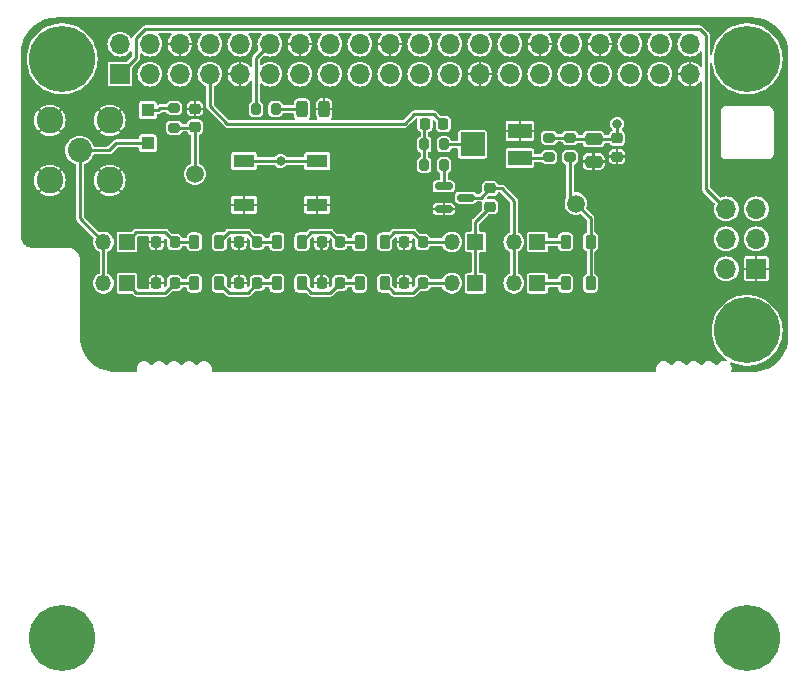
<source format=gbr>
%TF.GenerationSoftware,KiCad,Pcbnew,7.0.9*%
%TF.CreationDate,2024-04-30T18:34:20-07:00*%
%TF.ProjectId,WSPRzero,57535052-7a65-4726-9f2e-6b696361645f,rev?*%
%TF.SameCoordinates,Original*%
%TF.FileFunction,Copper,L1,Top*%
%TF.FilePolarity,Positive*%
%FSLAX46Y46*%
G04 Gerber Fmt 4.6, Leading zero omitted, Abs format (unit mm)*
G04 Created by KiCad (PCBNEW 7.0.9) date 2024-04-30 18:34:20*
%MOMM*%
%LPD*%
G01*
G04 APERTURE LIST*
G04 Aperture macros list*
%AMRoundRect*
0 Rectangle with rounded corners*
0 $1 Rounding radius*
0 $2 $3 $4 $5 $6 $7 $8 $9 X,Y pos of 4 corners*
0 Add a 4 corners polygon primitive as box body*
4,1,4,$2,$3,$4,$5,$6,$7,$8,$9,$2,$3,0*
0 Add four circle primitives for the rounded corners*
1,1,$1+$1,$2,$3*
1,1,$1+$1,$4,$5*
1,1,$1+$1,$6,$7*
1,1,$1+$1,$8,$9*
0 Add four rect primitives between the rounded corners*
20,1,$1+$1,$2,$3,$4,$5,0*
20,1,$1+$1,$4,$5,$6,$7,0*
20,1,$1+$1,$6,$7,$8,$9,0*
20,1,$1+$1,$8,$9,$2,$3,0*%
G04 Aperture macros list end*
%TA.AperFunction,ComponentPad*%
%ADD10C,5.600000*%
%TD*%
%TA.AperFunction,SMDPad,CuDef*%
%ADD11RoundRect,0.218750X0.218750X0.381250X-0.218750X0.381250X-0.218750X-0.381250X0.218750X-0.381250X0*%
%TD*%
%TA.AperFunction,SMDPad,CuDef*%
%ADD12RoundRect,0.200000X0.275000X-0.200000X0.275000X0.200000X-0.275000X0.200000X-0.275000X-0.200000X0*%
%TD*%
%TA.AperFunction,ComponentPad*%
%ADD13R,1.350000X1.350000*%
%TD*%
%TA.AperFunction,ComponentPad*%
%ADD14O,1.350000X1.350000*%
%TD*%
%TA.AperFunction,SMDPad,CuDef*%
%ADD15RoundRect,0.225000X-0.250000X0.225000X-0.250000X-0.225000X0.250000X-0.225000X0.250000X0.225000X0*%
%TD*%
%TA.AperFunction,SMDPad,CuDef*%
%ADD16RoundRect,0.225000X0.225000X0.250000X-0.225000X0.250000X-0.225000X-0.250000X0.225000X-0.250000X0*%
%TD*%
%TA.AperFunction,SMDPad,CuDef*%
%ADD17RoundRect,0.200000X-0.200000X-0.275000X0.200000X-0.275000X0.200000X0.275000X-0.200000X0.275000X0*%
%TD*%
%TA.AperFunction,SMDPad,CuDef*%
%ADD18C,1.500000*%
%TD*%
%TA.AperFunction,ComponentPad*%
%ADD19C,2.050000*%
%TD*%
%TA.AperFunction,ComponentPad*%
%ADD20C,2.250000*%
%TD*%
%TA.AperFunction,SMDPad,CuDef*%
%ADD21RoundRect,0.200000X-0.275000X0.200000X-0.275000X-0.200000X0.275000X-0.200000X0.275000X0.200000X0*%
%TD*%
%TA.AperFunction,SMDPad,CuDef*%
%ADD22RoundRect,0.225000X0.250000X-0.225000X0.250000X0.225000X-0.250000X0.225000X-0.250000X-0.225000X0*%
%TD*%
%TA.AperFunction,SMDPad,CuDef*%
%ADD23RoundRect,0.150000X-0.587500X-0.150000X0.587500X-0.150000X0.587500X0.150000X-0.587500X0.150000X0*%
%TD*%
%TA.AperFunction,SMDPad,CuDef*%
%ADD24R,1.100000X1.100000*%
%TD*%
%TA.AperFunction,SMDPad,CuDef*%
%ADD25R,2.000000X1.300000*%
%TD*%
%TA.AperFunction,SMDPad,CuDef*%
%ADD26R,2.000000X2.000000*%
%TD*%
%TA.AperFunction,SMDPad,CuDef*%
%ADD27RoundRect,0.243750X0.243750X0.456250X-0.243750X0.456250X-0.243750X-0.456250X0.243750X-0.456250X0*%
%TD*%
%TA.AperFunction,SMDPad,CuDef*%
%ADD28RoundRect,0.200000X0.200000X0.275000X-0.200000X0.275000X-0.200000X-0.275000X0.200000X-0.275000X0*%
%TD*%
%TA.AperFunction,ComponentPad*%
%ADD29R,1.700000X1.700000*%
%TD*%
%TA.AperFunction,ComponentPad*%
%ADD30O,1.700000X1.700000*%
%TD*%
%TA.AperFunction,SMDPad,CuDef*%
%ADD31RoundRect,0.250000X-0.475000X0.250000X-0.475000X-0.250000X0.475000X-0.250000X0.475000X0.250000X0*%
%TD*%
%TA.AperFunction,SMDPad,CuDef*%
%ADD32R,1.800000X1.100000*%
%TD*%
%TA.AperFunction,ViaPad*%
%ADD33C,0.800000*%
%TD*%
%TA.AperFunction,Conductor*%
%ADD34C,0.250000*%
%TD*%
G04 APERTURE END LIST*
D10*
%TO.P,H3,1*%
%TO.N,N/C*%
X111500000Y-76500000D03*
%TD*%
D11*
%TO.P,L12,1*%
%TO.N,Net-(C15-Pad1)*%
X73812500Y-72500000D03*
%TO.P,L12,2*%
%TO.N,Net-(C16-Pad1)*%
X71687500Y-72500000D03*
%TD*%
D12*
%TO.P,R2,1*%
%TO.N,Net-(R2-Pad1)*%
X94750000Y-61825000D03*
%TO.P,R2,2*%
%TO.N,VCC*%
X94750000Y-60175000D03*
%TD*%
D13*
%TO.P,J4,1,Pin_1*%
%TO.N,Net-(J4-Pin_1)*%
X93750000Y-69000000D03*
D14*
%TO.P,J4,2,Pin_2*%
%TO.N,Net-(J1-Pin_2)*%
X91750000Y-69000000D03*
%TD*%
D15*
%TO.P,C1,1*%
%TO.N,VCC*%
X100500000Y-60225000D03*
%TO.P,C1,2*%
%TO.N,GND*%
X100500000Y-61775000D03*
%TD*%
D11*
%TO.P,L16,1*%
%TO.N,Net-(C20-Pad1)*%
X66812500Y-69000000D03*
%TO.P,L16,2*%
%TO.N,Net-(J9-Pin_1)*%
X64687500Y-69000000D03*
%TD*%
D15*
%TO.P,C7,1*%
%TO.N,Net-(J1-Pin_2)*%
X89750000Y-64475000D03*
%TO.P,C7,2*%
%TO.N,Net-(J5-Pin_1)*%
X89750000Y-66025000D03*
%TD*%
D13*
%TO.P,J9,1,Pin_1*%
%TO.N,Net-(J9-Pin_1)*%
X59000000Y-69000000D03*
D14*
%TO.P,J9,2,Pin_2*%
%TO.N,Net-(D1-A)*%
X57000000Y-69000000D03*
%TD*%
D16*
%TO.P,C14,1*%
%TO.N,Net-(J5-Pin_2)*%
X84025000Y-72500000D03*
%TO.P,C14,2*%
%TO.N,GND*%
X82475000Y-72500000D03*
%TD*%
D17*
%TO.P,R6,1*%
%TO.N,Net-(C8-Pad2)*%
X84175000Y-62500000D03*
%TO.P,R6,2*%
%TO.N,Net-(Q1-G)*%
X85825000Y-62500000D03*
%TD*%
D13*
%TO.P,J1,1,Pin_1*%
%TO.N,Net-(J1-Pin_1)*%
X93750000Y-72500000D03*
D14*
%TO.P,J1,2,Pin_2*%
%TO.N,Net-(J1-Pin_2)*%
X91750000Y-72500000D03*
%TD*%
D13*
%TO.P,J7,1,Pin_1*%
%TO.N,Net-(J5-Pin_1)*%
X88500000Y-69000000D03*
D14*
%TO.P,J7,2,Pin_2*%
%TO.N,Net-(J7-Pin_2)*%
X86500000Y-69000000D03*
%TD*%
D11*
%TO.P,L14,1*%
%TO.N,Net-(J7-Pin_2)*%
X80812500Y-69000000D03*
%TO.P,L14,2*%
%TO.N,Net-(C19-Pad1)*%
X78687500Y-69000000D03*
%TD*%
D16*
%TO.P,C20,1*%
%TO.N,Net-(C20-Pad1)*%
X70025000Y-69000000D03*
%TO.P,C20,2*%
%TO.N,GND*%
X68475000Y-69000000D03*
%TD*%
D18*
%TO.P,TP1,1,1*%
%TO.N,Net-(L2-Pad1)*%
X97000000Y-65750000D03*
%TD*%
D19*
%TO.P,J3,1,Pin_1*%
%TO.N,Net-(D1-A)*%
X55000000Y-61250000D03*
D20*
%TO.P,J3,2,Pin_2*%
%TO.N,GND*%
X57540000Y-58710000D03*
X52460000Y-58710000D03*
X57540000Y-63790000D03*
X52460000Y-63790000D03*
%TD*%
D10*
%TO.P,H2,1*%
%TO.N,N/C*%
X111500000Y-53500000D03*
%TD*%
D21*
%TO.P,R1,1*%
%TO.N,VCC*%
X96500000Y-60175000D03*
%TO.P,R1,2*%
%TO.N,Net-(L2-Pad1)*%
X96500000Y-61825000D03*
%TD*%
D10*
%TO.P,H1,1*%
%TO.N,N/C*%
X53500000Y-53500000D03*
%TD*%
D22*
%TO.P,C13,2*%
%TO.N,GND*%
X64750000Y-57725000D03*
%TO.P,C13,1*%
%TO.N,Net-(C13-Pad1)*%
X64750000Y-59275000D03*
%TD*%
D23*
%TO.P,Q1,1,G*%
%TO.N,Net-(Q1-G)*%
X85812500Y-64300000D03*
%TO.P,Q1,2,S*%
%TO.N,GND*%
X85812500Y-66200000D03*
%TO.P,Q1,3,D*%
%TO.N,Net-(J1-Pin_2)*%
X87687500Y-65250000D03*
%TD*%
D11*
%TO.P,L11,1*%
%TO.N,Net-(J5-Pin_2)*%
X80812500Y-72500000D03*
%TO.P,L11,2*%
%TO.N,Net-(C15-Pad1)*%
X78687500Y-72500000D03*
%TD*%
D10*
%TO.P,H5,1*%
%TO.N,N/C*%
X53500000Y-102500000D03*
%TD*%
D11*
%TO.P,L13,1*%
%TO.N,Net-(C16-Pad1)*%
X66812500Y-72500000D03*
%TO.P,L13,2*%
%TO.N,Net-(J8-Pin_1)*%
X64687500Y-72500000D03*
%TD*%
D10*
%TO.P,H4,1*%
%TO.N,N/C*%
X111500000Y-102500000D03*
%TD*%
D24*
%TO.P,D1,1,K*%
%TO.N,Net-(D1-K)*%
X60750000Y-57850000D03*
%TO.P,D1,2,A*%
%TO.N,Net-(D1-A)*%
X60750000Y-60650000D03*
%TD*%
D16*
%TO.P,C8,1*%
%TO.N,Net-(J2-Pin_7)*%
X85775000Y-59000000D03*
%TO.P,C8,2*%
%TO.N,Net-(C8-Pad2)*%
X84225000Y-59000000D03*
%TD*%
D21*
%TO.P,R7,1*%
%TO.N,Net-(D1-K)*%
X63000000Y-57675000D03*
%TO.P,R7,2*%
%TO.N,Net-(C13-Pad1)*%
X63000000Y-59325000D03*
%TD*%
D25*
%TO.P,R3,1,1*%
%TO.N,Net-(R2-Pad1)*%
X92250000Y-61900000D03*
D26*
%TO.P,R3,2,2*%
%TO.N,Net-(R3-Pad2)*%
X88250000Y-60750000D03*
D25*
%TO.P,R3,3,3*%
%TO.N,GND*%
X92250000Y-59600000D03*
%TD*%
D13*
%TO.P,J5,1,Pin_1*%
%TO.N,Net-(J5-Pin_1)*%
X88500000Y-72500000D03*
D14*
%TO.P,J5,2,Pin_2*%
%TO.N,Net-(J5-Pin_2)*%
X86500000Y-72500000D03*
%TD*%
D18*
%TO.P,TP3,1,1*%
%TO.N,Net-(C13-Pad1)*%
X64750000Y-63250000D03*
%TD*%
D16*
%TO.P,C21,1*%
%TO.N,Net-(J9-Pin_1)*%
X63025000Y-68999999D03*
%TO.P,C21,2*%
%TO.N,GND*%
X61475000Y-68999999D03*
%TD*%
D27*
%TO.P,LED1,1,K*%
%TO.N,GND*%
X75687500Y-57750000D03*
%TO.P,LED1,2,A*%
%TO.N,Net-(LED1-A)*%
X73812500Y-57750000D03*
%TD*%
D28*
%TO.P,R5,1*%
%TO.N,Net-(R3-Pad2)*%
X85825000Y-60750000D03*
%TO.P,R5,2*%
%TO.N,Net-(C8-Pad2)*%
X84175000Y-60750000D03*
%TD*%
D11*
%TO.P,L2,1*%
%TO.N,Net-(L2-Pad1)*%
X98250000Y-72500000D03*
%TO.P,L2,2*%
%TO.N,Net-(J1-Pin_1)*%
X96125000Y-72500000D03*
%TD*%
D28*
%TO.P,R4,1*%
%TO.N,Net-(LED1-A)*%
X71575000Y-57750000D03*
%TO.P,R4,2*%
%TO.N,Net-(J2-Pin_12)*%
X69925000Y-57750000D03*
%TD*%
D16*
%TO.P,C17,1*%
%TO.N,Net-(J8-Pin_1)*%
X63025000Y-72500000D03*
%TO.P,C17,2*%
%TO.N,GND*%
X61475000Y-72500000D03*
%TD*%
D29*
%TO.P,J6,1,Pin_1*%
%TO.N,GND*%
X112275000Y-71275000D03*
D30*
%TO.P,J6,2,Pin_2*%
%TO.N,/SCL*%
X109735000Y-71275000D03*
%TO.P,J6,3,Pin_3*%
%TO.N,VCC*%
X112275000Y-68735000D03*
%TO.P,J6,4,Pin_4*%
%TO.N,/SDA*%
X109735000Y-68735000D03*
%TO.P,J6,5,Pin_5*%
%TO.N,VCC*%
X112275000Y-66195000D03*
%TO.P,J6,6,Pin_6*%
%TO.N,/3.3V*%
X109735000Y-66195000D03*
%TD*%
D31*
%TO.P,C2,1*%
%TO.N,VCC*%
X98500000Y-60300000D03*
%TO.P,C2,2*%
%TO.N,GND*%
X98500000Y-62200000D03*
%TD*%
D16*
%TO.P,C18,1*%
%TO.N,Net-(J7-Pin_2)*%
X84025000Y-69000000D03*
%TO.P,C18,2*%
%TO.N,GND*%
X82475000Y-69000000D03*
%TD*%
D32*
%TO.P,SW1,1,A*%
%TO.N,Net-(J2-Pin_35)*%
X68900000Y-62150000D03*
X75100000Y-62150000D03*
%TO.P,SW1,2,B*%
%TO.N,GND*%
X68900000Y-65850000D03*
X75100000Y-65850000D03*
%TD*%
D11*
%TO.P,L3,1*%
%TO.N,Net-(L2-Pad1)*%
X98250000Y-69000000D03*
%TO.P,L3,2*%
%TO.N,Net-(J4-Pin_1)*%
X96125000Y-69000000D03*
%TD*%
%TO.P,L15,1*%
%TO.N,Net-(C19-Pad1)*%
X73812500Y-69000000D03*
%TO.P,L15,2*%
%TO.N,Net-(C20-Pad1)*%
X71687500Y-69000000D03*
%TD*%
D13*
%TO.P,J8,1,Pin_1*%
%TO.N,Net-(J8-Pin_1)*%
X59000000Y-72500000D03*
D14*
%TO.P,J8,2,Pin_2*%
%TO.N,Net-(D1-A)*%
X57000000Y-72500000D03*
%TD*%
D16*
%TO.P,C19,1*%
%TO.N,Net-(C19-Pad1)*%
X77025000Y-68999999D03*
%TO.P,C19,2*%
%TO.N,GND*%
X75475000Y-68999999D03*
%TD*%
%TO.P,C15,1*%
%TO.N,Net-(C15-Pad1)*%
X77025000Y-72500000D03*
%TO.P,C15,2*%
%TO.N,GND*%
X75475000Y-72500000D03*
%TD*%
%TO.P,C16,1*%
%TO.N,Net-(C16-Pad1)*%
X70025000Y-72500000D03*
%TO.P,C16,2*%
%TO.N,GND*%
X68475000Y-72500000D03*
%TD*%
D29*
%TO.P,J2,1,Pin_1*%
%TO.N,/3.3V*%
X58400000Y-54790000D03*
D30*
%TO.P,J2,2,Pin_2*%
%TO.N,VCC*%
X58400000Y-52250000D03*
%TO.P,J2,3,Pin_3*%
%TO.N,/SDA*%
X60940000Y-54790000D03*
%TO.P,J2,4,Pin_4*%
%TO.N,VCC*%
X60940000Y-52250000D03*
%TO.P,J2,5,Pin_5*%
%TO.N,/SCL*%
X63480000Y-54790000D03*
%TO.P,J2,6,Pin_6*%
%TO.N,GND*%
X63480000Y-52250000D03*
%TO.P,J2,7,Pin_7*%
%TO.N,Net-(J2-Pin_7)*%
X66020000Y-54790000D03*
%TO.P,J2,8,Pin_8*%
%TO.N,unconnected-(J2-Pin_8-Pad8)*%
X66020000Y-52250000D03*
%TO.P,J2,9,Pin_9*%
%TO.N,GND*%
X68560000Y-54790000D03*
%TO.P,J2,10,Pin_10*%
%TO.N,unconnected-(J2-Pin_10-Pad10)*%
X68560000Y-52250000D03*
%TO.P,J2,11,Pin_11*%
%TO.N,unconnected-(J2-Pin_11-Pad11)*%
X71100000Y-54790000D03*
%TO.P,J2,12,Pin_12*%
%TO.N,Net-(J2-Pin_12)*%
X71100000Y-52250000D03*
%TO.P,J2,13,Pin_13*%
%TO.N,unconnected-(J2-Pin_13-Pad13)*%
X73640000Y-54790000D03*
%TO.P,J2,14,Pin_14*%
%TO.N,GND*%
X73640000Y-52250000D03*
%TO.P,J2,15,Pin_15*%
%TO.N,unconnected-(J2-Pin_15-Pad15)*%
X76180000Y-54790000D03*
%TO.P,J2,16,Pin_16*%
%TO.N,unconnected-(J2-Pin_16-Pad16)*%
X76180000Y-52250000D03*
%TO.P,J2,17,Pin_17*%
%TO.N,unconnected-(J2-Pin_17-Pad17)*%
X78720000Y-54790000D03*
%TO.P,J2,18,Pin_18*%
%TO.N,unconnected-(J2-Pin_18-Pad18)*%
X78720000Y-52250000D03*
%TO.P,J2,19,Pin_19*%
%TO.N,unconnected-(J2-Pin_19-Pad19)*%
X81260000Y-54790000D03*
%TO.P,J2,20,Pin_20*%
%TO.N,GND*%
X81260000Y-52250000D03*
%TO.P,J2,21,Pin_21*%
%TO.N,unconnected-(J2-Pin_21-Pad21)*%
X83800000Y-54790000D03*
%TO.P,J2,22,Pin_22*%
%TO.N,unconnected-(J2-Pin_22-Pad22)*%
X83800000Y-52250000D03*
%TO.P,J2,23,Pin_23*%
%TO.N,unconnected-(J2-Pin_23-Pad23)*%
X86340000Y-54790000D03*
%TO.P,J2,24,Pin_24*%
%TO.N,unconnected-(J2-Pin_24-Pad24)*%
X86340000Y-52250000D03*
%TO.P,J2,25,Pin_25*%
%TO.N,GND*%
X88880000Y-54790000D03*
%TO.P,J2,26,Pin_26*%
%TO.N,unconnected-(J2-Pin_26-Pad26)*%
X88880000Y-52250000D03*
%TO.P,J2,27,Pin_27*%
%TO.N,unconnected-(J2-Pin_27-Pad27)*%
X91420000Y-54790000D03*
%TO.P,J2,28,Pin_28*%
%TO.N,unconnected-(J2-Pin_28-Pad28)*%
X91420000Y-52250000D03*
%TO.P,J2,29,Pin_29*%
%TO.N,unconnected-(J2-Pin_29-Pad29)*%
X93960000Y-54790000D03*
%TO.P,J2,30,Pin_30*%
%TO.N,GND*%
X93960000Y-52250000D03*
%TO.P,J2,31,Pin_31*%
%TO.N,unconnected-(J2-Pin_31-Pad31)*%
X96500000Y-54790000D03*
%TO.P,J2,32,Pin_32*%
%TO.N,unconnected-(J2-Pin_32-Pad32)*%
X96500000Y-52250000D03*
%TO.P,J2,33,Pin_33*%
%TO.N,unconnected-(J2-Pin_33-Pad33)*%
X99040000Y-54790000D03*
%TO.P,J2,34,Pin_34*%
%TO.N,GND*%
X99040000Y-52250000D03*
%TO.P,J2,35,Pin_35*%
%TO.N,Net-(J2-Pin_35)*%
X101580000Y-54790000D03*
%TO.P,J2,36,Pin_36*%
%TO.N,unconnected-(J2-Pin_36-Pad36)*%
X101580000Y-52250000D03*
%TO.P,J2,37,Pin_37*%
%TO.N,unconnected-(J2-Pin_37-Pad37)*%
X104120000Y-54790000D03*
%TO.P,J2,38,Pin_38*%
%TO.N,unconnected-(J2-Pin_38-Pad38)*%
X104120000Y-52250000D03*
%TO.P,J2,39,Pin_39*%
%TO.N,GND*%
X106660000Y-54790000D03*
%TO.P,J2,40,Pin_40*%
%TO.N,unconnected-(J2-Pin_40-Pad40)*%
X106660000Y-52250000D03*
%TD*%
D33*
%TO.N,VCC*%
X100500000Y-59000000D03*
%TO.N,Net-(J2-Pin_35)*%
X72000000Y-62150000D03*
%TD*%
D34*
%TO.N,Net-(C13-Pad1)*%
X64750000Y-59275000D02*
X64750000Y-63250000D01*
X64700000Y-59325000D02*
X64750000Y-59275000D01*
X63000000Y-59325000D02*
X64700000Y-59325000D01*
%TO.N,VCC*%
X100425000Y-60300000D02*
X100500000Y-60225000D01*
X96625000Y-60300000D02*
X96500000Y-60175000D01*
X94750000Y-60175000D02*
X96500000Y-60175000D01*
X100500000Y-60225000D02*
X100500000Y-59000000D01*
X98500000Y-60300001D02*
X100425000Y-60300000D01*
X98500000Y-60300001D02*
X96625000Y-60300000D01*
%TO.N,Net-(J1-Pin_2)*%
X89750000Y-64475000D02*
X90725000Y-64475000D01*
X90725000Y-64475000D02*
X91750000Y-65500000D01*
X91750000Y-69000000D02*
X91750000Y-72500000D01*
X88975000Y-65250000D02*
X89750000Y-64475000D01*
X91750000Y-69000000D02*
X91750000Y-65500000D01*
X87687500Y-65250000D02*
X88975000Y-65250000D01*
%TO.N,Net-(C8-Pad2)*%
X84175000Y-59050000D02*
X84225000Y-59000000D01*
X84175000Y-60750000D02*
X84175000Y-59050000D01*
X84175000Y-62500000D02*
X84175000Y-60750000D01*
%TO.N,Net-(J4-Pin_1)*%
X93750000Y-69000000D02*
X96125000Y-69000000D01*
%TO.N,Net-(J2-Pin_7)*%
X84975480Y-58200480D02*
X85775000Y-59000000D01*
X67500000Y-59000000D02*
X82500000Y-59000000D01*
X66020000Y-54790000D02*
X66020000Y-57520000D01*
X83299520Y-58200480D02*
X84975480Y-58200480D01*
X82500000Y-59000000D02*
X83299520Y-58200480D01*
X66020000Y-57520000D02*
X67500000Y-59000000D01*
%TO.N,Net-(J5-Pin_1)*%
X88500000Y-69000000D02*
X88500000Y-67275000D01*
X88500000Y-67275000D02*
X89750000Y-66025000D01*
X88500000Y-69000000D02*
X88500000Y-72500000D01*
%TO.N,Net-(D1-K)*%
X61650000Y-57850000D02*
X61825000Y-57675000D01*
X61825000Y-57675000D02*
X63000000Y-57675000D01*
X60750000Y-57850000D02*
X61650000Y-57850000D01*
%TO.N,Net-(D1-A)*%
X55000000Y-61250000D02*
X55000000Y-67000000D01*
X57500000Y-61250000D02*
X55000000Y-61250000D01*
X55000000Y-67000000D02*
X57000000Y-69000000D01*
X60750000Y-60650000D02*
X58100000Y-60650000D01*
X57000000Y-72500000D02*
X57000000Y-69000000D01*
X58100000Y-60650000D02*
X57500000Y-61250000D01*
%TO.N,Net-(J1-Pin_1)*%
X93750000Y-72500000D02*
X96125000Y-72500000D01*
%TO.N,Net-(J2-Pin_12)*%
X69925000Y-53425000D02*
X69925000Y-57750000D01*
X71100000Y-52250000D02*
X69925000Y-53425000D01*
%TO.N,Net-(C15-Pad1)*%
X76225000Y-73300000D02*
X77025000Y-72500000D01*
X77025000Y-72500000D02*
X78687500Y-72500000D01*
X73812500Y-72500000D02*
X74612500Y-73300000D01*
X74612500Y-73300000D02*
X76225000Y-73300000D01*
%TO.N,Net-(C16-Pad1)*%
X69225000Y-73300000D02*
X70025000Y-72500000D01*
X66812500Y-72500000D02*
X67612500Y-73300000D01*
X67612500Y-73300000D02*
X69225000Y-73300000D01*
X70025000Y-72500000D02*
X71687500Y-72500000D01*
%TO.N,Net-(C19-Pad1)*%
X74612501Y-68199999D02*
X73812500Y-69000000D01*
X77025001Y-69000000D02*
X77025000Y-68999999D01*
X77025000Y-68999999D02*
X76225000Y-68199999D01*
X76225000Y-68199999D02*
X74612501Y-68199999D01*
X78687500Y-69000000D02*
X77025001Y-69000000D01*
%TO.N,Net-(C20-Pad1)*%
X70025000Y-69000000D02*
X69225000Y-68200000D01*
X71687500Y-69000000D02*
X70025000Y-69000000D01*
X69225000Y-68200000D02*
X67612500Y-68200000D01*
X67612500Y-68200000D02*
X66812500Y-69000000D01*
%TO.N,Net-(R2-Pad1)*%
X92250000Y-61900000D02*
X94675000Y-61900000D01*
X94675000Y-61900000D02*
X94750000Y-61825000D01*
%TO.N,Net-(R3-Pad2)*%
X88250000Y-60750000D02*
X85825000Y-60750000D01*
%TO.N,Net-(J2-Pin_35)*%
X72000000Y-62150000D02*
X75100000Y-62150000D01*
X68900000Y-62150000D02*
X72000000Y-62150000D01*
%TO.N,Net-(L2-Pad1)*%
X96500000Y-65250000D02*
X97000000Y-65750000D01*
X96500000Y-61825000D02*
X96500000Y-65250000D01*
X98250000Y-72500000D02*
X98250000Y-69000000D01*
X98250000Y-69000000D02*
X98250000Y-67000000D01*
X98250000Y-67000000D02*
X97000000Y-65750000D01*
%TO.N,Net-(LED1-A)*%
X71575000Y-57750000D02*
X73812499Y-57750000D01*
%TO.N,Net-(Q1-G)*%
X85812500Y-64300000D02*
X85812500Y-62512500D01*
X85812500Y-62512500D02*
X85825000Y-62500000D01*
%TO.N,Net-(J5-Pin_2)*%
X83225000Y-73300000D02*
X84025000Y-72500000D01*
X80812500Y-72500000D02*
X81612500Y-73300000D01*
X81612500Y-73300000D02*
X83225000Y-73300000D01*
X84025000Y-72500000D02*
X86500000Y-72500000D01*
%TO.N,Net-(J8-Pin_1)*%
X62225000Y-73300000D02*
X63025000Y-72500000D01*
X59000000Y-72500000D02*
X59800000Y-73300000D01*
X63025000Y-72500000D02*
X64687500Y-72500000D01*
X59800000Y-73300000D02*
X62225000Y-73300000D01*
%TO.N,Net-(J7-Pin_2)*%
X83225000Y-68200000D02*
X81612500Y-68200000D01*
X81612500Y-68200000D02*
X80812500Y-69000000D01*
X84025000Y-69000000D02*
X83225000Y-68200000D01*
X86500000Y-69000000D02*
X84025000Y-69000000D01*
%TO.N,Net-(J9-Pin_1)*%
X59800001Y-68199999D02*
X59000000Y-69000000D01*
X62225000Y-68199999D02*
X59800001Y-68199999D01*
X63025001Y-69000000D02*
X63025000Y-68999999D01*
X64687500Y-69000000D02*
X63025001Y-69000000D01*
X63025000Y-68999999D02*
X62225000Y-68199999D01*
%TO.N,/3.3V*%
X108000000Y-64500000D02*
X109725000Y-66225000D01*
X59750000Y-53440000D02*
X59750000Y-51778299D01*
X60528299Y-51000000D02*
X107500000Y-51000000D01*
X107500000Y-51000000D02*
X108000000Y-51500000D01*
X59750000Y-51778299D02*
X60528299Y-51000000D01*
X58400000Y-54790000D02*
X59750000Y-53440000D01*
X108000000Y-51500000D02*
X108000000Y-64500000D01*
%TD*%
%TA.AperFunction,Conductor*%
%TO.N,GND*%
G36*
X112001293Y-50000567D02*
G01*
X112133628Y-50007503D01*
X112317654Y-50017838D01*
X112322597Y-50018367D01*
X112475647Y-50042608D01*
X112638763Y-50070322D01*
X112643252Y-50071303D01*
X112796693Y-50112418D01*
X112926782Y-50149896D01*
X112952235Y-50157229D01*
X112956265Y-50158579D01*
X113106183Y-50216127D01*
X113254469Y-50277549D01*
X113257981Y-50279169D01*
X113343741Y-50322866D01*
X113401922Y-50352511D01*
X113541864Y-50429854D01*
X113544839Y-50431638D01*
X113680858Y-50519970D01*
X113680872Y-50519979D01*
X113811071Y-50612361D01*
X113813578Y-50614263D01*
X113938985Y-50715814D01*
X113940802Y-50717359D01*
X114057568Y-50821707D01*
X114058967Y-50822958D01*
X114060985Y-50824866D01*
X114175132Y-50939013D01*
X114177040Y-50941031D01*
X114282625Y-51059180D01*
X114284184Y-51061013D01*
X114385735Y-51186420D01*
X114387637Y-51188927D01*
X114480020Y-51319127D01*
X114483798Y-51324945D01*
X114551680Y-51429474D01*
X114568340Y-51455127D01*
X114570150Y-51458144D01*
X114647488Y-51598077D01*
X114720825Y-51742008D01*
X114722453Y-51745539D01*
X114783877Y-51893829D01*
X114841416Y-52043726D01*
X114842769Y-52047763D01*
X114887579Y-52203297D01*
X114928693Y-52356739D01*
X114929680Y-52361261D01*
X114957394Y-52524369D01*
X114981629Y-52677388D01*
X114982161Y-52682359D01*
X114992509Y-52866616D01*
X114993895Y-52893052D01*
X114999293Y-52996059D01*
X114999432Y-52998699D01*
X114999500Y-53001291D01*
X114999500Y-76998708D01*
X114999432Y-77001300D01*
X114992509Y-77133383D01*
X114982161Y-77317639D01*
X114981629Y-77322609D01*
X114957394Y-77475630D01*
X114929680Y-77638737D01*
X114928693Y-77643259D01*
X114887579Y-77796702D01*
X114842769Y-77952235D01*
X114841416Y-77956272D01*
X114783877Y-78106170D01*
X114722453Y-78254459D01*
X114720825Y-78257990D01*
X114647488Y-78401922D01*
X114570150Y-78541855D01*
X114568340Y-78544871D01*
X114480020Y-78680872D01*
X114387637Y-78811071D01*
X114385735Y-78813579D01*
X114284184Y-78938985D01*
X114282625Y-78940818D01*
X114177040Y-79058967D01*
X114175132Y-79060985D01*
X114060985Y-79175132D01*
X114058967Y-79177040D01*
X113940818Y-79282625D01*
X113938985Y-79284184D01*
X113813579Y-79385735D01*
X113811071Y-79387637D01*
X113680872Y-79480020D01*
X113544871Y-79568340D01*
X113541855Y-79570150D01*
X113401922Y-79647488D01*
X113257990Y-79720825D01*
X113254459Y-79722453D01*
X113106170Y-79783877D01*
X112956272Y-79841416D01*
X112952235Y-79842769D01*
X112796702Y-79887579D01*
X112643259Y-79928693D01*
X112638737Y-79929680D01*
X112475630Y-79957394D01*
X112322609Y-79981629D01*
X112317639Y-79982161D01*
X112133383Y-79992509D01*
X112036388Y-79997592D01*
X112001293Y-79999432D01*
X111998709Y-79999500D01*
X110500500Y-79999500D01*
X110500000Y-79999500D01*
X110412468Y-79999500D01*
X110412467Y-79999500D01*
X110408901Y-79999812D01*
X110404587Y-80000000D01*
X110267034Y-80000000D01*
X110208843Y-79981093D01*
X110172879Y-79931593D01*
X110169788Y-79882449D01*
X110188038Y-79786777D01*
X110188039Y-79786771D01*
X110177819Y-79624333D01*
X110177819Y-79624330D01*
X110127522Y-79469533D01*
X110127520Y-79469530D01*
X110127520Y-79469529D01*
X110038691Y-79329557D01*
X110023474Y-79270294D01*
X110045998Y-79213405D01*
X110097659Y-79180620D01*
X110158723Y-79184462D01*
X110166699Y-79188035D01*
X110309549Y-79259777D01*
X110637989Y-79379319D01*
X110637992Y-79379319D01*
X110637993Y-79379320D01*
X110978075Y-79459921D01*
X110978080Y-79459921D01*
X110978086Y-79459923D01*
X111325241Y-79500500D01*
X111325244Y-79500500D01*
X111674756Y-79500500D01*
X111674759Y-79500500D01*
X112021914Y-79459923D01*
X112021920Y-79459921D01*
X112021924Y-79459921D01*
X112326914Y-79387637D01*
X112362011Y-79379319D01*
X112690451Y-79259777D01*
X113002793Y-79102913D01*
X113294811Y-78910849D01*
X113562558Y-78686183D01*
X113802412Y-78431953D01*
X114011130Y-78151596D01*
X114185889Y-77848904D01*
X114324326Y-77527971D01*
X114424569Y-77193136D01*
X114485262Y-76848927D01*
X114505585Y-76500000D01*
X114485262Y-76151073D01*
X114424569Y-75806864D01*
X114324326Y-75472029D01*
X114185889Y-75151096D01*
X114011130Y-74848404D01*
X113802412Y-74568047D01*
X113562558Y-74313817D01*
X113294811Y-74089151D01*
X113200157Y-74026896D01*
X113002794Y-73897087D01*
X112690453Y-73740224D01*
X112690452Y-73740223D01*
X112690451Y-73740223D01*
X112375768Y-73625688D01*
X112362006Y-73620679D01*
X112021924Y-73540078D01*
X111909089Y-73526889D01*
X111674759Y-73499500D01*
X111325241Y-73499500D01*
X111161969Y-73518584D01*
X110978075Y-73540078D01*
X110637993Y-73620679D01*
X110441191Y-73692309D01*
X110309549Y-73740223D01*
X110309548Y-73740223D01*
X110309546Y-73740224D01*
X109997205Y-73897087D01*
X109705190Y-74089150D01*
X109437443Y-74313815D01*
X109197591Y-74568043D01*
X108988871Y-74848402D01*
X108988869Y-74848405D01*
X108814111Y-75151095D01*
X108814108Y-75151102D01*
X108675674Y-75472027D01*
X108675672Y-75472034D01*
X108575430Y-75806865D01*
X108575430Y-75806866D01*
X108514738Y-76151070D01*
X108494415Y-76500000D01*
X108514738Y-76848929D01*
X108575430Y-77193133D01*
X108575430Y-77193134D01*
X108675672Y-77527965D01*
X108675674Y-77527972D01*
X108716938Y-77623632D01*
X108814111Y-77848904D01*
X108988870Y-78151596D01*
X109197588Y-78431953D01*
X109437442Y-78686183D01*
X109705189Y-78910849D01*
X109739051Y-78933120D01*
X109777278Y-78980893D01*
X109780125Y-79042012D01*
X109746503Y-79093132D01*
X109689255Y-79114726D01*
X109660028Y-79111723D01*
X109621382Y-79101800D01*
X109621381Y-79101800D01*
X109499472Y-79101800D01*
X109499471Y-79101800D01*
X109378524Y-79117078D01*
X109227188Y-79176997D01*
X109227180Y-79177001D01*
X109095511Y-79272664D01*
X108991758Y-79398079D01*
X108988423Y-79403336D01*
X108987290Y-79402617D01*
X108950077Y-79442237D01*
X108889974Y-79453695D01*
X108834615Y-79427637D01*
X108818804Y-79408523D01*
X108812175Y-79398077D01*
X108770310Y-79332108D01*
X108770307Y-79332105D01*
X108651662Y-79220689D01*
X108509029Y-79142277D01*
X108351382Y-79101800D01*
X108351381Y-79101800D01*
X108229472Y-79101800D01*
X108229471Y-79101800D01*
X108108524Y-79117078D01*
X107957188Y-79176997D01*
X107957180Y-79177001D01*
X107825511Y-79272664D01*
X107721758Y-79398079D01*
X107718423Y-79403336D01*
X107717290Y-79402617D01*
X107680077Y-79442237D01*
X107619974Y-79453695D01*
X107564615Y-79427637D01*
X107548804Y-79408523D01*
X107542175Y-79398077D01*
X107500310Y-79332108D01*
X107500307Y-79332105D01*
X107381662Y-79220689D01*
X107239029Y-79142277D01*
X107081382Y-79101800D01*
X107081381Y-79101800D01*
X106959472Y-79101800D01*
X106959471Y-79101800D01*
X106838524Y-79117078D01*
X106687188Y-79176997D01*
X106687180Y-79177001D01*
X106555511Y-79272664D01*
X106451758Y-79398079D01*
X106448423Y-79403336D01*
X106447290Y-79402617D01*
X106410077Y-79442237D01*
X106349974Y-79453695D01*
X106294615Y-79427637D01*
X106278804Y-79408523D01*
X106272175Y-79398077D01*
X106230310Y-79332108D01*
X106230307Y-79332105D01*
X106111662Y-79220689D01*
X105969029Y-79142277D01*
X105811382Y-79101800D01*
X105811381Y-79101800D01*
X105689472Y-79101800D01*
X105689471Y-79101800D01*
X105568524Y-79117078D01*
X105417188Y-79176997D01*
X105417180Y-79177001D01*
X105285511Y-79272664D01*
X105181758Y-79398079D01*
X105178423Y-79403336D01*
X105177290Y-79402617D01*
X105140077Y-79442237D01*
X105079974Y-79453695D01*
X105024615Y-79427637D01*
X105008804Y-79408523D01*
X105002175Y-79398077D01*
X104960310Y-79332108D01*
X104960307Y-79332105D01*
X104841662Y-79220689D01*
X104699029Y-79142277D01*
X104541382Y-79101800D01*
X104541381Y-79101800D01*
X104419472Y-79101800D01*
X104419471Y-79101800D01*
X104298524Y-79117078D01*
X104147188Y-79176997D01*
X104147180Y-79177001D01*
X104015511Y-79272664D01*
X103911760Y-79398077D01*
X103842459Y-79545349D01*
X103811961Y-79705222D01*
X103811960Y-79705227D01*
X103822180Y-79867669D01*
X103823071Y-79870409D01*
X103823070Y-79872335D01*
X103823347Y-79873782D01*
X103823070Y-79873834D01*
X103823070Y-79931594D01*
X103787106Y-79981093D01*
X103728916Y-80000000D01*
X103595401Y-80000000D01*
X103591087Y-79999812D01*
X103587531Y-79999501D01*
X103500098Y-79999501D01*
X66500501Y-79999501D01*
X66500001Y-79999501D01*
X66412469Y-79999501D01*
X66412468Y-79999501D01*
X66408913Y-79999812D01*
X66404599Y-80000000D01*
X66267034Y-80000000D01*
X66208843Y-79981093D01*
X66172879Y-79931593D01*
X66169788Y-79882449D01*
X66188038Y-79786777D01*
X66188039Y-79786771D01*
X66177819Y-79624333D01*
X66177819Y-79624330D01*
X66127522Y-79469533D01*
X66040310Y-79332108D01*
X66040309Y-79332107D01*
X66040308Y-79332105D01*
X65921662Y-79220689D01*
X65779029Y-79142277D01*
X65621382Y-79101800D01*
X65621381Y-79101800D01*
X65499472Y-79101800D01*
X65499471Y-79101800D01*
X65378524Y-79117078D01*
X65227188Y-79176997D01*
X65227180Y-79177001D01*
X65095511Y-79272664D01*
X64991758Y-79398079D01*
X64988423Y-79403336D01*
X64987290Y-79402617D01*
X64950077Y-79442237D01*
X64889974Y-79453695D01*
X64834615Y-79427637D01*
X64818804Y-79408523D01*
X64812175Y-79398077D01*
X64770310Y-79332108D01*
X64770307Y-79332105D01*
X64651662Y-79220689D01*
X64509029Y-79142277D01*
X64351382Y-79101800D01*
X64351381Y-79101800D01*
X64229472Y-79101800D01*
X64229471Y-79101800D01*
X64108524Y-79117078D01*
X63957188Y-79176997D01*
X63957180Y-79177001D01*
X63825511Y-79272664D01*
X63721758Y-79398079D01*
X63718423Y-79403336D01*
X63717290Y-79402617D01*
X63680077Y-79442237D01*
X63619974Y-79453695D01*
X63564615Y-79427637D01*
X63548804Y-79408523D01*
X63542175Y-79398077D01*
X63500310Y-79332108D01*
X63500307Y-79332105D01*
X63381662Y-79220689D01*
X63239029Y-79142277D01*
X63081382Y-79101800D01*
X63081381Y-79101800D01*
X62959472Y-79101800D01*
X62959471Y-79101800D01*
X62838524Y-79117078D01*
X62687188Y-79176997D01*
X62687180Y-79177001D01*
X62555511Y-79272664D01*
X62451758Y-79398079D01*
X62448423Y-79403336D01*
X62447290Y-79402617D01*
X62410077Y-79442237D01*
X62349974Y-79453695D01*
X62294615Y-79427637D01*
X62278804Y-79408523D01*
X62272175Y-79398077D01*
X62230310Y-79332108D01*
X62230307Y-79332105D01*
X62111662Y-79220689D01*
X61969029Y-79142277D01*
X61811382Y-79101800D01*
X61811381Y-79101800D01*
X61689472Y-79101800D01*
X61689471Y-79101800D01*
X61568524Y-79117078D01*
X61417188Y-79176997D01*
X61417180Y-79177001D01*
X61285511Y-79272664D01*
X61181758Y-79398079D01*
X61178423Y-79403336D01*
X61177290Y-79402617D01*
X61140077Y-79442237D01*
X61079974Y-79453695D01*
X61024615Y-79427637D01*
X61008804Y-79408523D01*
X61002175Y-79398077D01*
X60960310Y-79332108D01*
X60960307Y-79332105D01*
X60841662Y-79220689D01*
X60699029Y-79142277D01*
X60541382Y-79101800D01*
X60541381Y-79101800D01*
X60419472Y-79101800D01*
X60419471Y-79101800D01*
X60298524Y-79117078D01*
X60147188Y-79176997D01*
X60147180Y-79177001D01*
X60015511Y-79272664D01*
X59911760Y-79398077D01*
X59842459Y-79545349D01*
X59811961Y-79705222D01*
X59811960Y-79705227D01*
X59822180Y-79867669D01*
X59823071Y-79870409D01*
X59823070Y-79872335D01*
X59823347Y-79873782D01*
X59823070Y-79873834D01*
X59823070Y-79931594D01*
X59787106Y-79981093D01*
X59728916Y-80000000D01*
X59595401Y-80000000D01*
X59591087Y-79999812D01*
X59587531Y-79999501D01*
X59587530Y-79999501D01*
X58001290Y-79999501D01*
X57998705Y-79999433D01*
X57953328Y-79997055D01*
X57866613Y-79992510D01*
X57682358Y-79982162D01*
X57677387Y-79981630D01*
X57524368Y-79957395D01*
X57361260Y-79929681D01*
X57356738Y-79928694D01*
X57203296Y-79887580D01*
X57047758Y-79842769D01*
X57043720Y-79841415D01*
X56893812Y-79783871D01*
X56745547Y-79722457D01*
X56742016Y-79720829D01*
X56598087Y-79647494D01*
X56458132Y-79570144D01*
X56455116Y-79568334D01*
X56319137Y-79480028D01*
X56188916Y-79387631D01*
X56186409Y-79385729D01*
X56061022Y-79284194D01*
X56059200Y-79282645D01*
X55941029Y-79177040D01*
X55939012Y-79175133D01*
X55824865Y-79060986D01*
X55822957Y-79058968D01*
X55807804Y-79042012D01*
X55717348Y-78940792D01*
X55715804Y-78938976D01*
X55614269Y-78813589D01*
X55612367Y-78811082D01*
X55519971Y-78680862D01*
X55431664Y-78544882D01*
X55429854Y-78541865D01*
X55429848Y-78541855D01*
X55421050Y-78525935D01*
X55352505Y-78401912D01*
X55279169Y-78257982D01*
X55277545Y-78254459D01*
X55216132Y-78106197D01*
X55158580Y-77956270D01*
X55157229Y-77952240D01*
X55112419Y-77796703D01*
X55107314Y-77777652D01*
X55071302Y-77643253D01*
X55070321Y-77638764D01*
X55042600Y-77475607D01*
X55018366Y-77322598D01*
X55017837Y-77317655D01*
X55007489Y-77133383D01*
X55000566Y-77001295D01*
X55000499Y-76998710D01*
X55000500Y-70499901D01*
X55000500Y-70412468D01*
X55000499Y-70412463D01*
X54980628Y-70299768D01*
X54970101Y-70240062D01*
X54910225Y-70075555D01*
X54822692Y-69923945D01*
X54710163Y-69789837D01*
X54576055Y-69677308D01*
X54464126Y-69612685D01*
X54424447Y-69589776D01*
X54424441Y-69589773D01*
X54259948Y-69529902D01*
X54259940Y-69529900D01*
X54259938Y-69529899D01*
X54225456Y-69523819D01*
X54087536Y-69499500D01*
X54087532Y-69499500D01*
X54000099Y-69499500D01*
X51002162Y-69499500D01*
X50997845Y-69499311D01*
X50954554Y-69495523D01*
X50826201Y-69482881D01*
X50810284Y-69479985D01*
X50763909Y-69467560D01*
X50741669Y-69461601D01*
X50701271Y-69449347D01*
X50646739Y-69432804D01*
X50633639Y-69427791D01*
X50564308Y-69395462D01*
X50561893Y-69394255D01*
X50477009Y-69348883D01*
X50471946Y-69345773D01*
X50404777Y-69298740D01*
X50401765Y-69296455D01*
X50328723Y-69236512D01*
X50325121Y-69233247D01*
X50266751Y-69174877D01*
X50263486Y-69171275D01*
X50203543Y-69098233D01*
X50201258Y-69095221D01*
X50154225Y-69028052D01*
X50151115Y-69022989D01*
X50138827Y-69000000D01*
X50105733Y-68938085D01*
X50104536Y-68935690D01*
X50072207Y-68866359D01*
X50067194Y-68853259D01*
X50038400Y-68758339D01*
X50020012Y-68689710D01*
X50017118Y-68673804D01*
X50004482Y-68545519D01*
X50000687Y-68502140D01*
X50000500Y-68497840D01*
X50000500Y-63790004D01*
X51129939Y-63790004D01*
X51150144Y-64020955D01*
X51210151Y-64244907D01*
X51308132Y-64455029D01*
X51441110Y-64644942D01*
X51452373Y-64656205D01*
X51792016Y-64316561D01*
X51872009Y-64410735D01*
X51933751Y-64457670D01*
X51593795Y-64797627D01*
X51605057Y-64808889D01*
X51794970Y-64941867D01*
X52005092Y-65039848D01*
X52229044Y-65099855D01*
X52459996Y-65120061D01*
X52460004Y-65120061D01*
X52690955Y-65099855D01*
X52914907Y-65039848D01*
X53125029Y-64941867D01*
X53314942Y-64808889D01*
X53326205Y-64797627D01*
X52988634Y-64460056D01*
X53111658Y-64343523D01*
X53129148Y-64317726D01*
X53467627Y-64656205D01*
X53478889Y-64644942D01*
X53611867Y-64455029D01*
X53709848Y-64244907D01*
X53769855Y-64020955D01*
X53790061Y-63790004D01*
X53790061Y-63789995D01*
X53769855Y-63559044D01*
X53709847Y-63335087D01*
X53611872Y-63124980D01*
X53611868Y-63124972D01*
X53478889Y-62935057D01*
X53467627Y-62923795D01*
X53127983Y-63263438D01*
X53047991Y-63169265D01*
X52986248Y-63122329D01*
X53326205Y-62782373D01*
X53314942Y-62771110D01*
X53125029Y-62638132D01*
X52914907Y-62540151D01*
X52690955Y-62480144D01*
X52460004Y-62459939D01*
X52459996Y-62459939D01*
X52229044Y-62480144D01*
X52005087Y-62540152D01*
X51794980Y-62638127D01*
X51794972Y-62638131D01*
X51605057Y-62771110D01*
X51593795Y-62782373D01*
X51931365Y-63119943D01*
X51808342Y-63236477D01*
X51790851Y-63262273D01*
X51452373Y-62923795D01*
X51441110Y-62935057D01*
X51308131Y-63124972D01*
X51308127Y-63124980D01*
X51210152Y-63335087D01*
X51150144Y-63559044D01*
X51129939Y-63789995D01*
X51129939Y-63790004D01*
X50000500Y-63790004D01*
X50000500Y-61250003D01*
X53769819Y-61250003D01*
X53788506Y-61463611D01*
X53788507Y-61463618D01*
X53788508Y-61463619D01*
X53844008Y-61670747D01*
X53930461Y-61856146D01*
X53934632Y-61865091D01*
X53934632Y-61865092D01*
X54019755Y-61986659D01*
X54057627Y-62040745D01*
X54209255Y-62192373D01*
X54209258Y-62192375D01*
X54209259Y-62192376D01*
X54384907Y-62315367D01*
X54384908Y-62315367D01*
X54384909Y-62315368D01*
X54579253Y-62405992D01*
X54601122Y-62411851D01*
X54652436Y-62445173D01*
X54674364Y-62502294D01*
X54674500Y-62507478D01*
X54674500Y-66983625D01*
X54674312Y-66987927D01*
X54670736Y-67028807D01*
X54676030Y-67048567D01*
X54681354Y-67068436D01*
X54682289Y-67072652D01*
X54689411Y-67113045D01*
X54690164Y-67114348D01*
X54700054Y-67138224D01*
X54700443Y-67139679D01*
X54700446Y-67139684D01*
X54716035Y-67161948D01*
X54723971Y-67173281D01*
X54726292Y-67176924D01*
X54746806Y-67212455D01*
X54778224Y-67238818D01*
X54781410Y-67241737D01*
X56149412Y-68609738D01*
X56177189Y-68664255D01*
X56173563Y-68710334D01*
X56138915Y-68816968D01*
X56125886Y-68940934D01*
X56119678Y-69000000D01*
X56138058Y-69174877D01*
X56138916Y-69183034D01*
X56195784Y-69358054D01*
X56195790Y-69358068D01*
X56267003Y-69481410D01*
X56287805Y-69517440D01*
X56410950Y-69654207D01*
X56559839Y-69762381D01*
X56615768Y-69787282D01*
X56661236Y-69828221D01*
X56674500Y-69877722D01*
X56674500Y-71622276D01*
X56655593Y-71680467D01*
X56615768Y-71712717D01*
X56559843Y-71737617D01*
X56559842Y-71737617D01*
X56410948Y-71845794D01*
X56287803Y-71982562D01*
X56287803Y-71982563D01*
X56195790Y-72141931D01*
X56195784Y-72141945D01*
X56138916Y-72316965D01*
X56138915Y-72316969D01*
X56138915Y-72316971D01*
X56119678Y-72500000D01*
X56138352Y-72677674D01*
X56138916Y-72683034D01*
X56195784Y-72858054D01*
X56195790Y-72858068D01*
X56252097Y-72955593D01*
X56287805Y-73017440D01*
X56410950Y-73154207D01*
X56559839Y-73262381D01*
X56559843Y-73262383D01*
X56559845Y-73262384D01*
X56610530Y-73284950D01*
X56727966Y-73337236D01*
X56907981Y-73375500D01*
X56907983Y-73375500D01*
X57092017Y-73375500D01*
X57092019Y-73375500D01*
X57272034Y-73337236D01*
X57440161Y-73262381D01*
X57533253Y-73194746D01*
X58124500Y-73194746D01*
X58124501Y-73194758D01*
X58136132Y-73253227D01*
X58136134Y-73253233D01*
X58171306Y-73305870D01*
X58180448Y-73319552D01*
X58246769Y-73363867D01*
X58291231Y-73372711D01*
X58305241Y-73375498D01*
X58305246Y-73375498D01*
X58305252Y-73375500D01*
X59374166Y-73375500D01*
X59432357Y-73394407D01*
X59444170Y-73404496D01*
X59558257Y-73518584D01*
X59561175Y-73521769D01*
X59576539Y-73540078D01*
X59587545Y-73553194D01*
X59623073Y-73573706D01*
X59626712Y-73576025D01*
X59660311Y-73599551D01*
X59660313Y-73599552D01*
X59660316Y-73599554D01*
X59661767Y-73599942D01*
X59685659Y-73609840D01*
X59686186Y-73610143D01*
X59686955Y-73610588D01*
X59727351Y-73617710D01*
X59731548Y-73618640D01*
X59771193Y-73629264D01*
X59812077Y-73625687D01*
X59816377Y-73625500D01*
X62208626Y-73625500D01*
X62212926Y-73625687D01*
X62253807Y-73629264D01*
X62293452Y-73618640D01*
X62297650Y-73617710D01*
X62338045Y-73610588D01*
X62338047Y-73610587D01*
X62339345Y-73609838D01*
X62363236Y-73599942D01*
X62363464Y-73599880D01*
X62364684Y-73599554D01*
X62398303Y-73576012D01*
X62401911Y-73573714D01*
X62437455Y-73553194D01*
X62463832Y-73521757D01*
X62466732Y-73518592D01*
X62780830Y-73204496D01*
X62835346Y-73176719D01*
X62850833Y-73175500D01*
X63283490Y-73175500D01*
X63304885Y-73172111D01*
X63383126Y-73159719D01*
X63503220Y-73098528D01*
X63598528Y-73003220D01*
X63659719Y-72883126D01*
X63659719Y-72883124D01*
X63661538Y-72879555D01*
X63704803Y-72836290D01*
X63749748Y-72825500D01*
X63951001Y-72825500D01*
X64009192Y-72844407D01*
X64045156Y-72893907D01*
X64048447Y-72910474D01*
X64048891Y-72910404D01*
X64065049Y-73012419D01*
X64065050Y-73012423D01*
X64108923Y-73098528D01*
X64125342Y-73130751D01*
X64219249Y-73224658D01*
X64337580Y-73284951D01*
X64404130Y-73295491D01*
X64435751Y-73300500D01*
X64435754Y-73300500D01*
X64939249Y-73300500D01*
X64967803Y-73295976D01*
X65037420Y-73284951D01*
X65155751Y-73224658D01*
X65249658Y-73130751D01*
X65309951Y-73012420D01*
X65325500Y-72914248D01*
X66174500Y-72914248D01*
X66190049Y-73012419D01*
X66190050Y-73012423D01*
X66233923Y-73098528D01*
X66250342Y-73130751D01*
X66344249Y-73224658D01*
X66462580Y-73284951D01*
X66529130Y-73295491D01*
X66560751Y-73300500D01*
X66560754Y-73300500D01*
X67064245Y-73300500D01*
X67064246Y-73300500D01*
X67090759Y-73296300D01*
X67151189Y-73305870D01*
X67176251Y-73324077D01*
X67370757Y-73518584D01*
X67373675Y-73521769D01*
X67389039Y-73540078D01*
X67400045Y-73553194D01*
X67435573Y-73573706D01*
X67439212Y-73576025D01*
X67472811Y-73599551D01*
X67472813Y-73599552D01*
X67472816Y-73599554D01*
X67474267Y-73599942D01*
X67498159Y-73609840D01*
X67498686Y-73610143D01*
X67499455Y-73610588D01*
X67539851Y-73617710D01*
X67544048Y-73618640D01*
X67583693Y-73629264D01*
X67624577Y-73625687D01*
X67628877Y-73625500D01*
X69208626Y-73625500D01*
X69212926Y-73625687D01*
X69253807Y-73629264D01*
X69293452Y-73618640D01*
X69297650Y-73617710D01*
X69338045Y-73610588D01*
X69338047Y-73610587D01*
X69339345Y-73609838D01*
X69363236Y-73599942D01*
X69363464Y-73599880D01*
X69364684Y-73599554D01*
X69398303Y-73576012D01*
X69401911Y-73573714D01*
X69437455Y-73553194D01*
X69463832Y-73521757D01*
X69466732Y-73518592D01*
X69780830Y-73204496D01*
X69835346Y-73176719D01*
X69850833Y-73175500D01*
X70283490Y-73175500D01*
X70304885Y-73172111D01*
X70383126Y-73159719D01*
X70503220Y-73098528D01*
X70598528Y-73003220D01*
X70659719Y-72883126D01*
X70659719Y-72883124D01*
X70661538Y-72879555D01*
X70704803Y-72836290D01*
X70749748Y-72825500D01*
X70951001Y-72825500D01*
X71009192Y-72844407D01*
X71045156Y-72893907D01*
X71048447Y-72910474D01*
X71048891Y-72910404D01*
X71065049Y-73012419D01*
X71065050Y-73012423D01*
X71108923Y-73098528D01*
X71125342Y-73130751D01*
X71219249Y-73224658D01*
X71337580Y-73284951D01*
X71404130Y-73295491D01*
X71435751Y-73300500D01*
X71435754Y-73300500D01*
X71939249Y-73300500D01*
X71967803Y-73295976D01*
X72037420Y-73284951D01*
X72155751Y-73224658D01*
X72249658Y-73130751D01*
X72309951Y-73012420D01*
X72325500Y-72914248D01*
X73174500Y-72914248D01*
X73190049Y-73012419D01*
X73190050Y-73012423D01*
X73233923Y-73098528D01*
X73250342Y-73130751D01*
X73344249Y-73224658D01*
X73462580Y-73284951D01*
X73529130Y-73295491D01*
X73560751Y-73300500D01*
X73560754Y-73300500D01*
X74064245Y-73300500D01*
X74064246Y-73300500D01*
X74090759Y-73296300D01*
X74151189Y-73305870D01*
X74176251Y-73324077D01*
X74370757Y-73518584D01*
X74373675Y-73521769D01*
X74389039Y-73540078D01*
X74400045Y-73553194D01*
X74435573Y-73573706D01*
X74439212Y-73576025D01*
X74472811Y-73599551D01*
X74472813Y-73599552D01*
X74472816Y-73599554D01*
X74474267Y-73599942D01*
X74498159Y-73609840D01*
X74498686Y-73610143D01*
X74499455Y-73610588D01*
X74539851Y-73617710D01*
X74544048Y-73618640D01*
X74583693Y-73629264D01*
X74624577Y-73625687D01*
X74628877Y-73625500D01*
X76208626Y-73625500D01*
X76212926Y-73625687D01*
X76253807Y-73629264D01*
X76293452Y-73618640D01*
X76297650Y-73617710D01*
X76338045Y-73610588D01*
X76338047Y-73610587D01*
X76339345Y-73609838D01*
X76363236Y-73599942D01*
X76363464Y-73599880D01*
X76364684Y-73599554D01*
X76398303Y-73576012D01*
X76401911Y-73573714D01*
X76437455Y-73553194D01*
X76463832Y-73521757D01*
X76466732Y-73518592D01*
X76780830Y-73204496D01*
X76835346Y-73176719D01*
X76850833Y-73175500D01*
X77283490Y-73175500D01*
X77304885Y-73172111D01*
X77383126Y-73159719D01*
X77503220Y-73098528D01*
X77598528Y-73003220D01*
X77659719Y-72883126D01*
X77659719Y-72883124D01*
X77661538Y-72879555D01*
X77704803Y-72836290D01*
X77749748Y-72825500D01*
X77951001Y-72825500D01*
X78009192Y-72844407D01*
X78045156Y-72893907D01*
X78048447Y-72910474D01*
X78048891Y-72910404D01*
X78065049Y-73012419D01*
X78065050Y-73012423D01*
X78108923Y-73098528D01*
X78125342Y-73130751D01*
X78219249Y-73224658D01*
X78337580Y-73284951D01*
X78404130Y-73295491D01*
X78435751Y-73300500D01*
X78435754Y-73300500D01*
X78939249Y-73300500D01*
X78967803Y-73295976D01*
X79037420Y-73284951D01*
X79155751Y-73224658D01*
X79249658Y-73130751D01*
X79309951Y-73012420D01*
X79325500Y-72914248D01*
X80174500Y-72914248D01*
X80190049Y-73012419D01*
X80190050Y-73012423D01*
X80233923Y-73098528D01*
X80250342Y-73130751D01*
X80344249Y-73224658D01*
X80462580Y-73284951D01*
X80529130Y-73295491D01*
X80560751Y-73300500D01*
X80560754Y-73300500D01*
X81064245Y-73300500D01*
X81064246Y-73300500D01*
X81090759Y-73296300D01*
X81151189Y-73305870D01*
X81176251Y-73324077D01*
X81370757Y-73518584D01*
X81373675Y-73521769D01*
X81389039Y-73540078D01*
X81400045Y-73553194D01*
X81435573Y-73573706D01*
X81439212Y-73576025D01*
X81472811Y-73599551D01*
X81472813Y-73599552D01*
X81472816Y-73599554D01*
X81474267Y-73599942D01*
X81498159Y-73609840D01*
X81498686Y-73610143D01*
X81499455Y-73610588D01*
X81539851Y-73617710D01*
X81544048Y-73618640D01*
X81583693Y-73629264D01*
X81624577Y-73625687D01*
X81628877Y-73625500D01*
X83208626Y-73625500D01*
X83212926Y-73625687D01*
X83253807Y-73629264D01*
X83293452Y-73618640D01*
X83297650Y-73617710D01*
X83338045Y-73610588D01*
X83338047Y-73610587D01*
X83339345Y-73609838D01*
X83363236Y-73599942D01*
X83363464Y-73599880D01*
X83364684Y-73599554D01*
X83398303Y-73576012D01*
X83401911Y-73573714D01*
X83437455Y-73553194D01*
X83463832Y-73521757D01*
X83466732Y-73518592D01*
X83780830Y-73204496D01*
X83835346Y-73176719D01*
X83850833Y-73175500D01*
X84283490Y-73175500D01*
X84304885Y-73172111D01*
X84383126Y-73159719D01*
X84503220Y-73098528D01*
X84598528Y-73003220D01*
X84659719Y-72883126D01*
X84659719Y-72883124D01*
X84661538Y-72879555D01*
X84704803Y-72836290D01*
X84749748Y-72825500D01*
X85619830Y-72825500D01*
X85678021Y-72844407D01*
X85705566Y-72874999D01*
X85752097Y-72955593D01*
X85787805Y-73017440D01*
X85910950Y-73154207D01*
X86059839Y-73262381D01*
X86059843Y-73262383D01*
X86059845Y-73262384D01*
X86110530Y-73284950D01*
X86227966Y-73337236D01*
X86407981Y-73375500D01*
X86407983Y-73375500D01*
X86592017Y-73375500D01*
X86592019Y-73375500D01*
X86772034Y-73337236D01*
X86940161Y-73262381D01*
X87089050Y-73154207D01*
X87212195Y-73017440D01*
X87304214Y-72858059D01*
X87361085Y-72683029D01*
X87380322Y-72500000D01*
X87361085Y-72316971D01*
X87304214Y-72141941D01*
X87304211Y-72141936D01*
X87304209Y-72141931D01*
X87234625Y-72021410D01*
X87212195Y-71982560D01*
X87089050Y-71845793D01*
X86940161Y-71737619D01*
X86940157Y-71737617D01*
X86940154Y-71737615D01*
X86772036Y-71662765D01*
X86772034Y-71662764D01*
X86772031Y-71662763D01*
X86772030Y-71662763D01*
X86725135Y-71652795D01*
X86592019Y-71624500D01*
X86407981Y-71624500D01*
X86310797Y-71645157D01*
X86227969Y-71662763D01*
X86227963Y-71662765D01*
X86059845Y-71737615D01*
X86059842Y-71737617D01*
X85910948Y-71845794D01*
X85787804Y-71982561D01*
X85705566Y-72125001D01*
X85660096Y-72165941D01*
X85619830Y-72174500D01*
X84749748Y-72174500D01*
X84691557Y-72155593D01*
X84661538Y-72120445D01*
X84659719Y-72116875D01*
X84659719Y-72116874D01*
X84598528Y-71996780D01*
X84503220Y-71901472D01*
X84503217Y-71901470D01*
X84383132Y-71840283D01*
X84383127Y-71840281D01*
X84383126Y-71840281D01*
X84349913Y-71835020D01*
X84283490Y-71824500D01*
X84283488Y-71824500D01*
X83766512Y-71824500D01*
X83766510Y-71824500D01*
X83666874Y-71840281D01*
X83666867Y-71840283D01*
X83546782Y-71901470D01*
X83451470Y-71996782D01*
X83390283Y-72116867D01*
X83390281Y-72116874D01*
X83374500Y-72216510D01*
X83374500Y-72649166D01*
X83355593Y-72707357D01*
X83345504Y-72719170D01*
X83294004Y-72770670D01*
X83239487Y-72798447D01*
X83179055Y-72788876D01*
X83135790Y-72745611D01*
X83125000Y-72700666D01*
X83125000Y-72600001D01*
X83124999Y-72600000D01*
X81825002Y-72600000D01*
X81825001Y-72600001D01*
X81825001Y-72783450D01*
X81827908Y-72801809D01*
X81818334Y-72862240D01*
X81775068Y-72905503D01*
X81714635Y-72915073D01*
X81660122Y-72887296D01*
X81479496Y-72706670D01*
X81451719Y-72652153D01*
X81450500Y-72636666D01*
X81450500Y-72399999D01*
X81825000Y-72399999D01*
X81825001Y-72400000D01*
X82374999Y-72400000D01*
X82375000Y-72399999D01*
X82575000Y-72399999D01*
X82575001Y-72400000D01*
X83124998Y-72400000D01*
X83124999Y-72399999D01*
X83124999Y-72216546D01*
X83109239Y-72117034D01*
X83109237Y-72117030D01*
X83048118Y-71997078D01*
X82952921Y-71901881D01*
X82832969Y-71840762D01*
X82832970Y-71840762D01*
X82733454Y-71825000D01*
X82575001Y-71825000D01*
X82575000Y-71825001D01*
X82575000Y-72399999D01*
X82375000Y-72399999D01*
X82375000Y-71825001D01*
X82374999Y-71825000D01*
X82216547Y-71825000D01*
X82216546Y-71825001D01*
X82117034Y-71840760D01*
X82117030Y-71840762D01*
X81997078Y-71901881D01*
X81901881Y-71997078D01*
X81840762Y-72117030D01*
X81825000Y-72216546D01*
X81825000Y-72399999D01*
X81450500Y-72399999D01*
X81450500Y-72085751D01*
X81445491Y-72054130D01*
X81434951Y-71987580D01*
X81374658Y-71869249D01*
X81280751Y-71775342D01*
X81224668Y-71746766D01*
X81162423Y-71715050D01*
X81162420Y-71715049D01*
X81137876Y-71711161D01*
X81064249Y-71699500D01*
X81064246Y-71699500D01*
X80560754Y-71699500D01*
X80560751Y-71699500D01*
X80462580Y-71715049D01*
X80462576Y-71715050D01*
X80344250Y-71775341D01*
X80250341Y-71869250D01*
X80190050Y-71987576D01*
X80190049Y-71987580D01*
X80174500Y-72085751D01*
X80174500Y-72914248D01*
X79325500Y-72914248D01*
X79325500Y-72914246D01*
X79325500Y-72085754D01*
X79309951Y-71987580D01*
X79249658Y-71869249D01*
X79155751Y-71775342D01*
X79099668Y-71746766D01*
X79037423Y-71715050D01*
X79037420Y-71715049D01*
X79012876Y-71711161D01*
X78939249Y-71699500D01*
X78939246Y-71699500D01*
X78435754Y-71699500D01*
X78435751Y-71699500D01*
X78337580Y-71715049D01*
X78337576Y-71715050D01*
X78219250Y-71775341D01*
X78125341Y-71869250D01*
X78065050Y-71987576D01*
X78065049Y-71987580D01*
X78048891Y-72089596D01*
X78047177Y-72089324D01*
X78026303Y-72139770D01*
X77974145Y-72171757D01*
X77951001Y-72174500D01*
X77749748Y-72174500D01*
X77691557Y-72155593D01*
X77661538Y-72120445D01*
X77659719Y-72116875D01*
X77659719Y-72116874D01*
X77598528Y-71996780D01*
X77503220Y-71901472D01*
X77503217Y-71901470D01*
X77383132Y-71840283D01*
X77383127Y-71840281D01*
X77383126Y-71840281D01*
X77349913Y-71835020D01*
X77283490Y-71824500D01*
X77283488Y-71824500D01*
X76766512Y-71824500D01*
X76766510Y-71824500D01*
X76666874Y-71840281D01*
X76666867Y-71840283D01*
X76546782Y-71901470D01*
X76451470Y-71996782D01*
X76390283Y-72116867D01*
X76390281Y-72116874D01*
X76374500Y-72216510D01*
X76374500Y-72649166D01*
X76355593Y-72707357D01*
X76345504Y-72719170D01*
X76294004Y-72770670D01*
X76239487Y-72798447D01*
X76179055Y-72788876D01*
X76135790Y-72745611D01*
X76125000Y-72700666D01*
X76125000Y-72600001D01*
X76124999Y-72600000D01*
X74825002Y-72600000D01*
X74825001Y-72600001D01*
X74825001Y-72783450D01*
X74827908Y-72801809D01*
X74818334Y-72862240D01*
X74775068Y-72905503D01*
X74714635Y-72915073D01*
X74660122Y-72887296D01*
X74479496Y-72706670D01*
X74451719Y-72652153D01*
X74450500Y-72636666D01*
X74450500Y-72399999D01*
X74825000Y-72399999D01*
X74825001Y-72400000D01*
X75374999Y-72400000D01*
X75375000Y-72399999D01*
X75575000Y-72399999D01*
X75575001Y-72400000D01*
X76124998Y-72400000D01*
X76124999Y-72399999D01*
X76124999Y-72216546D01*
X76109239Y-72117034D01*
X76109237Y-72117030D01*
X76048118Y-71997078D01*
X75952921Y-71901881D01*
X75832969Y-71840762D01*
X75832970Y-71840762D01*
X75733454Y-71825000D01*
X75575001Y-71825000D01*
X75575000Y-71825001D01*
X75575000Y-72399999D01*
X75375000Y-72399999D01*
X75375000Y-71825001D01*
X75374999Y-71825000D01*
X75216547Y-71825000D01*
X75216546Y-71825001D01*
X75117034Y-71840760D01*
X75117030Y-71840762D01*
X74997078Y-71901881D01*
X74901881Y-71997078D01*
X74840762Y-72117030D01*
X74825000Y-72216546D01*
X74825000Y-72399999D01*
X74450500Y-72399999D01*
X74450500Y-72085751D01*
X74445491Y-72054130D01*
X74434951Y-71987580D01*
X74374658Y-71869249D01*
X74280751Y-71775342D01*
X74224668Y-71746766D01*
X74162423Y-71715050D01*
X74162420Y-71715049D01*
X74137876Y-71711161D01*
X74064249Y-71699500D01*
X74064246Y-71699500D01*
X73560754Y-71699500D01*
X73560751Y-71699500D01*
X73462580Y-71715049D01*
X73462576Y-71715050D01*
X73344250Y-71775341D01*
X73250341Y-71869250D01*
X73190050Y-71987576D01*
X73190049Y-71987580D01*
X73174500Y-72085751D01*
X73174500Y-72914248D01*
X72325500Y-72914248D01*
X72325500Y-72914246D01*
X72325500Y-72085754D01*
X72309951Y-71987580D01*
X72249658Y-71869249D01*
X72155751Y-71775342D01*
X72099668Y-71746766D01*
X72037423Y-71715050D01*
X72037420Y-71715049D01*
X72012876Y-71711161D01*
X71939249Y-71699500D01*
X71939246Y-71699500D01*
X71435754Y-71699500D01*
X71435751Y-71699500D01*
X71337580Y-71715049D01*
X71337576Y-71715050D01*
X71219250Y-71775341D01*
X71125341Y-71869250D01*
X71065050Y-71987576D01*
X71065049Y-71987580D01*
X71048891Y-72089596D01*
X71047177Y-72089324D01*
X71026303Y-72139770D01*
X70974145Y-72171757D01*
X70951001Y-72174500D01*
X70749748Y-72174500D01*
X70691557Y-72155593D01*
X70661538Y-72120445D01*
X70659719Y-72116875D01*
X70659719Y-72116874D01*
X70598528Y-71996780D01*
X70503220Y-71901472D01*
X70503217Y-71901470D01*
X70383132Y-71840283D01*
X70383127Y-71840281D01*
X70383126Y-71840281D01*
X70349913Y-71835020D01*
X70283490Y-71824500D01*
X70283488Y-71824500D01*
X69766512Y-71824500D01*
X69766510Y-71824500D01*
X69666874Y-71840281D01*
X69666867Y-71840283D01*
X69546782Y-71901470D01*
X69451470Y-71996782D01*
X69390283Y-72116867D01*
X69390281Y-72116874D01*
X69374500Y-72216510D01*
X69374500Y-72649166D01*
X69355593Y-72707357D01*
X69345504Y-72719170D01*
X69294004Y-72770670D01*
X69239487Y-72798447D01*
X69179055Y-72788876D01*
X69135790Y-72745611D01*
X69125000Y-72700666D01*
X69125000Y-72600001D01*
X69124999Y-72600000D01*
X67825002Y-72600000D01*
X67825001Y-72600001D01*
X67825001Y-72783450D01*
X67827908Y-72801809D01*
X67818334Y-72862240D01*
X67775068Y-72905503D01*
X67714635Y-72915073D01*
X67660122Y-72887296D01*
X67479496Y-72706670D01*
X67451719Y-72652153D01*
X67450500Y-72636666D01*
X67450500Y-72399999D01*
X67825000Y-72399999D01*
X67825001Y-72400000D01*
X68374999Y-72400000D01*
X68375000Y-72399999D01*
X68575000Y-72399999D01*
X68575001Y-72400000D01*
X69124998Y-72400000D01*
X69124999Y-72399999D01*
X69124999Y-72216546D01*
X69109239Y-72117034D01*
X69109237Y-72117030D01*
X69048118Y-71997078D01*
X68952921Y-71901881D01*
X68832969Y-71840762D01*
X68832970Y-71840762D01*
X68733454Y-71825000D01*
X68575001Y-71825000D01*
X68575000Y-71825001D01*
X68575000Y-72399999D01*
X68375000Y-72399999D01*
X68375000Y-71825001D01*
X68374999Y-71825000D01*
X68216547Y-71825000D01*
X68216546Y-71825001D01*
X68117034Y-71840760D01*
X68117030Y-71840762D01*
X67997078Y-71901881D01*
X67901881Y-71997078D01*
X67840762Y-72117030D01*
X67825000Y-72216546D01*
X67825000Y-72399999D01*
X67450500Y-72399999D01*
X67450500Y-72085751D01*
X67445491Y-72054130D01*
X67434951Y-71987580D01*
X67374658Y-71869249D01*
X67280751Y-71775342D01*
X67224668Y-71746766D01*
X67162423Y-71715050D01*
X67162420Y-71715049D01*
X67137876Y-71711161D01*
X67064249Y-71699500D01*
X67064246Y-71699500D01*
X66560754Y-71699500D01*
X66560751Y-71699500D01*
X66462580Y-71715049D01*
X66462576Y-71715050D01*
X66344250Y-71775341D01*
X66250341Y-71869250D01*
X66190050Y-71987576D01*
X66190049Y-71987580D01*
X66174500Y-72085751D01*
X66174500Y-72914248D01*
X65325500Y-72914248D01*
X65325500Y-72914246D01*
X65325500Y-72085754D01*
X65309951Y-71987580D01*
X65249658Y-71869249D01*
X65155751Y-71775342D01*
X65099668Y-71746766D01*
X65037423Y-71715050D01*
X65037420Y-71715049D01*
X65012876Y-71711161D01*
X64939249Y-71699500D01*
X64939246Y-71699500D01*
X64435754Y-71699500D01*
X64435751Y-71699500D01*
X64337580Y-71715049D01*
X64337576Y-71715050D01*
X64219250Y-71775341D01*
X64125341Y-71869250D01*
X64065050Y-71987576D01*
X64065049Y-71987580D01*
X64048891Y-72089596D01*
X64047177Y-72089324D01*
X64026303Y-72139770D01*
X63974145Y-72171757D01*
X63951001Y-72174500D01*
X63749748Y-72174500D01*
X63691557Y-72155593D01*
X63661538Y-72120445D01*
X63659719Y-72116875D01*
X63659719Y-72116874D01*
X63598528Y-71996780D01*
X63503220Y-71901472D01*
X63503217Y-71901470D01*
X63383132Y-71840283D01*
X63383127Y-71840281D01*
X63383126Y-71840281D01*
X63349913Y-71835020D01*
X63283490Y-71824500D01*
X63283488Y-71824500D01*
X62766512Y-71824500D01*
X62766510Y-71824500D01*
X62666874Y-71840281D01*
X62666867Y-71840283D01*
X62546782Y-71901470D01*
X62451470Y-71996782D01*
X62390283Y-72116867D01*
X62390281Y-72116874D01*
X62374500Y-72216510D01*
X62374500Y-72649166D01*
X62355593Y-72707357D01*
X62345504Y-72719170D01*
X62294004Y-72770670D01*
X62239487Y-72798447D01*
X62179055Y-72788876D01*
X62135790Y-72745611D01*
X62125000Y-72700666D01*
X62125000Y-72600001D01*
X62124999Y-72600000D01*
X60825002Y-72600000D01*
X60825001Y-72600001D01*
X60825001Y-72783453D01*
X60825000Y-72783453D01*
X60837126Y-72860014D01*
X60827554Y-72920446D01*
X60784289Y-72963710D01*
X60739345Y-72974500D01*
X59975834Y-72974500D01*
X59917643Y-72955593D01*
X59905830Y-72945504D01*
X59904496Y-72944170D01*
X59876719Y-72889653D01*
X59875500Y-72874166D01*
X59875500Y-72399999D01*
X60825000Y-72399999D01*
X60825001Y-72400000D01*
X61374999Y-72400000D01*
X61375000Y-72399999D01*
X61575000Y-72399999D01*
X61575001Y-72400000D01*
X62124998Y-72400000D01*
X62124999Y-72399999D01*
X62124999Y-72216546D01*
X62109239Y-72117034D01*
X62109237Y-72117030D01*
X62048118Y-71997078D01*
X61952921Y-71901881D01*
X61832969Y-71840762D01*
X61832970Y-71840762D01*
X61733454Y-71825000D01*
X61575001Y-71825000D01*
X61575000Y-71825001D01*
X61575000Y-72399999D01*
X61375000Y-72399999D01*
X61375000Y-71825001D01*
X61374999Y-71825000D01*
X61216547Y-71825000D01*
X61216546Y-71825001D01*
X61117034Y-71840760D01*
X61117030Y-71840762D01*
X60997078Y-71901881D01*
X60901881Y-71997078D01*
X60840762Y-72117030D01*
X60825000Y-72216546D01*
X60825000Y-72399999D01*
X59875500Y-72399999D01*
X59875500Y-71805253D01*
X59875498Y-71805241D01*
X59872711Y-71791231D01*
X59863867Y-71746769D01*
X59819552Y-71680448D01*
X59819548Y-71680445D01*
X59753233Y-71636134D01*
X59753231Y-71636133D01*
X59753228Y-71636132D01*
X59753227Y-71636132D01*
X59694758Y-71624501D01*
X59694748Y-71624500D01*
X58305252Y-71624500D01*
X58305251Y-71624500D01*
X58305241Y-71624501D01*
X58246772Y-71636132D01*
X58246766Y-71636134D01*
X58180451Y-71680445D01*
X58180445Y-71680451D01*
X58136134Y-71746766D01*
X58136132Y-71746772D01*
X58124501Y-71805241D01*
X58124500Y-71805253D01*
X58124500Y-73194746D01*
X57533253Y-73194746D01*
X57589050Y-73154207D01*
X57712195Y-73017440D01*
X57804214Y-72858059D01*
X57861085Y-72683029D01*
X57880322Y-72500000D01*
X57861085Y-72316971D01*
X57804214Y-72141941D01*
X57804211Y-72141936D01*
X57804209Y-72141931D01*
X57734625Y-72021410D01*
X57712195Y-71982560D01*
X57589050Y-71845793D01*
X57440161Y-71737619D01*
X57440157Y-71737617D01*
X57384232Y-71712717D01*
X57338763Y-71671775D01*
X57325500Y-71622276D01*
X57325500Y-69877722D01*
X57344407Y-69819531D01*
X57384230Y-69787282D01*
X57440161Y-69762381D01*
X57533253Y-69694746D01*
X58124500Y-69694746D01*
X58124501Y-69694758D01*
X58136132Y-69753227D01*
X58136134Y-69753233D01*
X58176147Y-69813115D01*
X58180448Y-69819552D01*
X58246769Y-69863867D01*
X58291231Y-69872711D01*
X58305241Y-69875498D01*
X58305246Y-69875498D01*
X58305252Y-69875500D01*
X58305253Y-69875500D01*
X59694747Y-69875500D01*
X59694748Y-69875500D01*
X59753231Y-69863867D01*
X59819552Y-69819552D01*
X59863867Y-69753231D01*
X59875500Y-69694748D01*
X59875500Y-69283452D01*
X60825000Y-69283452D01*
X60840760Y-69382964D01*
X60840762Y-69382968D01*
X60901881Y-69502920D01*
X60997078Y-69598117D01*
X61117030Y-69659236D01*
X61117029Y-69659236D01*
X61216545Y-69674998D01*
X61375000Y-69674998D01*
X61375000Y-69674997D01*
X61575000Y-69674997D01*
X61575001Y-69674998D01*
X61733453Y-69674998D01*
X61832965Y-69659238D01*
X61832969Y-69659236D01*
X61952921Y-69598117D01*
X62048118Y-69502920D01*
X62109237Y-69382968D01*
X62125000Y-69283452D01*
X62125000Y-69100000D01*
X62124999Y-69099999D01*
X61575001Y-69099999D01*
X61575000Y-69100000D01*
X61575000Y-69674997D01*
X61375000Y-69674997D01*
X61375000Y-69100000D01*
X61374999Y-69099999D01*
X60825002Y-69099999D01*
X60825001Y-69100000D01*
X60825001Y-69283452D01*
X60825000Y-69283452D01*
X59875500Y-69283452D01*
X59875500Y-68625833D01*
X59894407Y-68567642D01*
X59904523Y-68555803D01*
X59905858Y-68554469D01*
X59960385Y-68526712D01*
X59975835Y-68525499D01*
X60739345Y-68525499D01*
X60797536Y-68544406D01*
X60833500Y-68593906D01*
X60837126Y-68639986D01*
X60825000Y-68716545D01*
X60825000Y-68899998D01*
X60825001Y-68899999D01*
X62124998Y-68899999D01*
X62124999Y-68899998D01*
X62124999Y-68799332D01*
X62143906Y-68741141D01*
X62193406Y-68705177D01*
X62254592Y-68705177D01*
X62294003Y-68729328D01*
X62345504Y-68780829D01*
X62373281Y-68835346D01*
X62374500Y-68850833D01*
X62374500Y-69283487D01*
X62389715Y-69379554D01*
X62390281Y-69383124D01*
X62390283Y-69383131D01*
X62451320Y-69502921D01*
X62451472Y-69503219D01*
X62546780Y-69598527D01*
X62546782Y-69598528D01*
X62666867Y-69659715D01*
X62666869Y-69659715D01*
X62666874Y-69659718D01*
X62742541Y-69671702D01*
X62766510Y-69675499D01*
X62766512Y-69675499D01*
X63283490Y-69675499D01*
X63304885Y-69672110D01*
X63383126Y-69659718D01*
X63503220Y-69598527D01*
X63598528Y-69503219D01*
X63654048Y-69394255D01*
X63661539Y-69379554D01*
X63704803Y-69336290D01*
X63749748Y-69325500D01*
X63951001Y-69325500D01*
X64009192Y-69344407D01*
X64045156Y-69393907D01*
X64048447Y-69410474D01*
X64048891Y-69410404D01*
X64049500Y-69414246D01*
X64063591Y-69503217D01*
X64065049Y-69512419D01*
X64065050Y-69512423D01*
X64108923Y-69598527D01*
X64125342Y-69630751D01*
X64219249Y-69724658D01*
X64337580Y-69784951D01*
X64404130Y-69795491D01*
X64435751Y-69800500D01*
X64435754Y-69800500D01*
X64939249Y-69800500D01*
X64967803Y-69795976D01*
X65037420Y-69784951D01*
X65155751Y-69724658D01*
X65249658Y-69630751D01*
X65309951Y-69512420D01*
X65325500Y-69414246D01*
X66174500Y-69414246D01*
X66188591Y-69503217D01*
X66190049Y-69512419D01*
X66190050Y-69512423D01*
X66233923Y-69598527D01*
X66250342Y-69630751D01*
X66344249Y-69724658D01*
X66462580Y-69784951D01*
X66529130Y-69795491D01*
X66560751Y-69800500D01*
X66560754Y-69800500D01*
X67064249Y-69800500D01*
X67092803Y-69795976D01*
X67162420Y-69784951D01*
X67280751Y-69724658D01*
X67374658Y-69630751D01*
X67434951Y-69512420D01*
X67450500Y-69414246D01*
X67450500Y-69283453D01*
X67825000Y-69283453D01*
X67840760Y-69382965D01*
X67840762Y-69382969D01*
X67901881Y-69502921D01*
X67997078Y-69598118D01*
X68117030Y-69659237D01*
X68117029Y-69659237D01*
X68216545Y-69674999D01*
X68375000Y-69674999D01*
X68375000Y-69674998D01*
X68575000Y-69674998D01*
X68575001Y-69674999D01*
X68733453Y-69674999D01*
X68832965Y-69659239D01*
X68832969Y-69659237D01*
X68952921Y-69598118D01*
X69048118Y-69502921D01*
X69109237Y-69382969D01*
X69125000Y-69283453D01*
X69125000Y-69100001D01*
X69124999Y-69100000D01*
X68575001Y-69100000D01*
X68575000Y-69100001D01*
X68575000Y-69674998D01*
X68375000Y-69674998D01*
X68375000Y-69100001D01*
X68374999Y-69100000D01*
X67825002Y-69100000D01*
X67825001Y-69100001D01*
X67825001Y-69283453D01*
X67825000Y-69283453D01*
X67450500Y-69283453D01*
X67450500Y-68863333D01*
X67469407Y-68805143D01*
X67479496Y-68793331D01*
X67660121Y-68612705D01*
X67714638Y-68584927D01*
X67775070Y-68594498D01*
X67818335Y-68637763D01*
X67827906Y-68698193D01*
X67825000Y-68716542D01*
X67825000Y-68899999D01*
X67825001Y-68900000D01*
X69124998Y-68900000D01*
X69124999Y-68899999D01*
X69124999Y-68799333D01*
X69143906Y-68741142D01*
X69193406Y-68705178D01*
X69254592Y-68705178D01*
X69294003Y-68729329D01*
X69345504Y-68780830D01*
X69373281Y-68835347D01*
X69374500Y-68850833D01*
X69374500Y-69283488D01*
X69389715Y-69379555D01*
X69390281Y-69383125D01*
X69390283Y-69383132D01*
X69451470Y-69503217D01*
X69451472Y-69503220D01*
X69546780Y-69598528D01*
X69546782Y-69598529D01*
X69666867Y-69659716D01*
X69666869Y-69659716D01*
X69666874Y-69659719D01*
X69742541Y-69671703D01*
X69766510Y-69675500D01*
X69766512Y-69675500D01*
X70283490Y-69675500D01*
X70304885Y-69672111D01*
X70383126Y-69659719D01*
X70503220Y-69598528D01*
X70598528Y-69503220D01*
X70659719Y-69383126D01*
X70659719Y-69383124D01*
X70661538Y-69379555D01*
X70704803Y-69336290D01*
X70749748Y-69325500D01*
X70951001Y-69325500D01*
X71009192Y-69344407D01*
X71045156Y-69393907D01*
X71048447Y-69410474D01*
X71048891Y-69410404D01*
X71049500Y-69414246D01*
X71063591Y-69503217D01*
X71065049Y-69512419D01*
X71065050Y-69512423D01*
X71108923Y-69598527D01*
X71125342Y-69630751D01*
X71219249Y-69724658D01*
X71337580Y-69784951D01*
X71404130Y-69795491D01*
X71435751Y-69800500D01*
X71435754Y-69800500D01*
X71939249Y-69800500D01*
X71967803Y-69795976D01*
X72037420Y-69784951D01*
X72155751Y-69724658D01*
X72249658Y-69630751D01*
X72309951Y-69512420D01*
X72325500Y-69414246D01*
X73174500Y-69414246D01*
X73188591Y-69503217D01*
X73190049Y-69512419D01*
X73190050Y-69512423D01*
X73233923Y-69598527D01*
X73250342Y-69630751D01*
X73344249Y-69724658D01*
X73462580Y-69784951D01*
X73529130Y-69795491D01*
X73560751Y-69800500D01*
X73560754Y-69800500D01*
X74064249Y-69800500D01*
X74092803Y-69795976D01*
X74162420Y-69784951D01*
X74280751Y-69724658D01*
X74374658Y-69630751D01*
X74434951Y-69512420D01*
X74450500Y-69414246D01*
X74450500Y-69283452D01*
X74825000Y-69283452D01*
X74840760Y-69382964D01*
X74840762Y-69382968D01*
X74901881Y-69502920D01*
X74997078Y-69598117D01*
X75117030Y-69659236D01*
X75117029Y-69659236D01*
X75216545Y-69674998D01*
X75375000Y-69674998D01*
X75375000Y-69674997D01*
X75575000Y-69674997D01*
X75575001Y-69674998D01*
X75733453Y-69674998D01*
X75832965Y-69659238D01*
X75832969Y-69659236D01*
X75952921Y-69598117D01*
X76048118Y-69502920D01*
X76109237Y-69382968D01*
X76125000Y-69283452D01*
X76125000Y-69100000D01*
X76124999Y-69099999D01*
X75575001Y-69099999D01*
X75575000Y-69100000D01*
X75575000Y-69674997D01*
X75375000Y-69674997D01*
X75375000Y-69100000D01*
X75374999Y-69099999D01*
X74825002Y-69099999D01*
X74825001Y-69100000D01*
X74825001Y-69283452D01*
X74825000Y-69283452D01*
X74450500Y-69283452D01*
X74450500Y-68863333D01*
X74469407Y-68805142D01*
X74479489Y-68793336D01*
X74660124Y-68612702D01*
X74714638Y-68584927D01*
X74775070Y-68594498D01*
X74818335Y-68637763D01*
X74827906Y-68698194D01*
X74825000Y-68716543D01*
X74825000Y-68899998D01*
X74825001Y-68899999D01*
X76124998Y-68899999D01*
X76124999Y-68899998D01*
X76124999Y-68799332D01*
X76143906Y-68741141D01*
X76193406Y-68705177D01*
X76254592Y-68705177D01*
X76294003Y-68729328D01*
X76345504Y-68780829D01*
X76373281Y-68835346D01*
X76374500Y-68850833D01*
X76374500Y-69283487D01*
X76389715Y-69379554D01*
X76390281Y-69383124D01*
X76390283Y-69383131D01*
X76451320Y-69502921D01*
X76451472Y-69503219D01*
X76546780Y-69598527D01*
X76546782Y-69598528D01*
X76666867Y-69659715D01*
X76666869Y-69659715D01*
X76666874Y-69659718D01*
X76742541Y-69671702D01*
X76766510Y-69675499D01*
X76766512Y-69675499D01*
X77283490Y-69675499D01*
X77304885Y-69672110D01*
X77383126Y-69659718D01*
X77503220Y-69598527D01*
X77598528Y-69503219D01*
X77654048Y-69394255D01*
X77661539Y-69379554D01*
X77704803Y-69336290D01*
X77749748Y-69325500D01*
X77951001Y-69325500D01*
X78009192Y-69344407D01*
X78045156Y-69393907D01*
X78048447Y-69410474D01*
X78048891Y-69410404D01*
X78049500Y-69414246D01*
X78063591Y-69503217D01*
X78065049Y-69512419D01*
X78065050Y-69512423D01*
X78108923Y-69598527D01*
X78125342Y-69630751D01*
X78219249Y-69724658D01*
X78337580Y-69784951D01*
X78404130Y-69795491D01*
X78435751Y-69800500D01*
X78435754Y-69800500D01*
X78939249Y-69800500D01*
X78967803Y-69795976D01*
X79037420Y-69784951D01*
X79155751Y-69724658D01*
X79249658Y-69630751D01*
X79309951Y-69512420D01*
X79325500Y-69414246D01*
X80174500Y-69414246D01*
X80188591Y-69503217D01*
X80190049Y-69512419D01*
X80190050Y-69512423D01*
X80233923Y-69598527D01*
X80250342Y-69630751D01*
X80344249Y-69724658D01*
X80462580Y-69784951D01*
X80529130Y-69795491D01*
X80560751Y-69800500D01*
X80560754Y-69800500D01*
X81064249Y-69800500D01*
X81092803Y-69795976D01*
X81162420Y-69784951D01*
X81280751Y-69724658D01*
X81374658Y-69630751D01*
X81434951Y-69512420D01*
X81450500Y-69414246D01*
X81450500Y-69283453D01*
X81825000Y-69283453D01*
X81840760Y-69382965D01*
X81840762Y-69382969D01*
X81901881Y-69502921D01*
X81997078Y-69598118D01*
X82117030Y-69659237D01*
X82117029Y-69659237D01*
X82216545Y-69674999D01*
X82375000Y-69674999D01*
X82375000Y-69674998D01*
X82575000Y-69674998D01*
X82575001Y-69674999D01*
X82733453Y-69674999D01*
X82832965Y-69659239D01*
X82832969Y-69659237D01*
X82952921Y-69598118D01*
X83048118Y-69502921D01*
X83109237Y-69382969D01*
X83125000Y-69283453D01*
X83125000Y-69100001D01*
X83124999Y-69100000D01*
X82575001Y-69100000D01*
X82575000Y-69100001D01*
X82575000Y-69674998D01*
X82375000Y-69674998D01*
X82375000Y-69100001D01*
X82374999Y-69100000D01*
X81825002Y-69100000D01*
X81825001Y-69100001D01*
X81825001Y-69283453D01*
X81825000Y-69283453D01*
X81450500Y-69283453D01*
X81450500Y-68863333D01*
X81469407Y-68805143D01*
X81479496Y-68793331D01*
X81660121Y-68612705D01*
X81714638Y-68584927D01*
X81775070Y-68594498D01*
X81818335Y-68637763D01*
X81827906Y-68698193D01*
X81825000Y-68716542D01*
X81825000Y-68899999D01*
X81825001Y-68900000D01*
X83124998Y-68900000D01*
X83124999Y-68899999D01*
X83124999Y-68799333D01*
X83143906Y-68741142D01*
X83193406Y-68705178D01*
X83254592Y-68705178D01*
X83294003Y-68729329D01*
X83345504Y-68780830D01*
X83373281Y-68835347D01*
X83374500Y-68850833D01*
X83374500Y-69283488D01*
X83389715Y-69379555D01*
X83390281Y-69383125D01*
X83390283Y-69383132D01*
X83451470Y-69503217D01*
X83451472Y-69503220D01*
X83546780Y-69598528D01*
X83546782Y-69598529D01*
X83666867Y-69659716D01*
X83666869Y-69659716D01*
X83666874Y-69659719D01*
X83742541Y-69671703D01*
X83766510Y-69675500D01*
X83766512Y-69675500D01*
X84283490Y-69675500D01*
X84304885Y-69672111D01*
X84383126Y-69659719D01*
X84503220Y-69598528D01*
X84598528Y-69503220D01*
X84659719Y-69383126D01*
X84659719Y-69383124D01*
X84661538Y-69379555D01*
X84704803Y-69336290D01*
X84749748Y-69325500D01*
X85619830Y-69325500D01*
X85678021Y-69344407D01*
X85705566Y-69374999D01*
X85728227Y-69414248D01*
X85787805Y-69517440D01*
X85910950Y-69654207D01*
X86059839Y-69762381D01*
X86059843Y-69762383D01*
X86059845Y-69762384D01*
X86110530Y-69784950D01*
X86227966Y-69837236D01*
X86407981Y-69875500D01*
X86407983Y-69875500D01*
X86592017Y-69875500D01*
X86592019Y-69875500D01*
X86772034Y-69837236D01*
X86940161Y-69762381D01*
X87089050Y-69654207D01*
X87212195Y-69517440D01*
X87304214Y-69358059D01*
X87361085Y-69183029D01*
X87380322Y-69000000D01*
X87361085Y-68816971D01*
X87304214Y-68641941D01*
X87304211Y-68641936D01*
X87304209Y-68641931D01*
X87247902Y-68544406D01*
X87212195Y-68482560D01*
X87089050Y-68345793D01*
X86940161Y-68237619D01*
X86940157Y-68237617D01*
X86940154Y-68237615D01*
X86772036Y-68162765D01*
X86772034Y-68162764D01*
X86772031Y-68162763D01*
X86772030Y-68162763D01*
X86697683Y-68146960D01*
X86592019Y-68124500D01*
X86407981Y-68124500D01*
X86310797Y-68145157D01*
X86227969Y-68162763D01*
X86227963Y-68162765D01*
X86059845Y-68237615D01*
X86059842Y-68237617D01*
X85910948Y-68345794D01*
X85787804Y-68482561D01*
X85705566Y-68625001D01*
X85660096Y-68665941D01*
X85619830Y-68674500D01*
X84749748Y-68674500D01*
X84691557Y-68655593D01*
X84661538Y-68620445D01*
X84659719Y-68616875D01*
X84659719Y-68616874D01*
X84598528Y-68496780D01*
X84503220Y-68401472D01*
X84503217Y-68401470D01*
X84383132Y-68340283D01*
X84383127Y-68340281D01*
X84383126Y-68340281D01*
X84349913Y-68335020D01*
X84283490Y-68324500D01*
X84283488Y-68324500D01*
X83850834Y-68324500D01*
X83792643Y-68305593D01*
X83780830Y-68295504D01*
X83466741Y-67981414D01*
X83463822Y-67978229D01*
X83437456Y-67946806D01*
X83414818Y-67933736D01*
X83401918Y-67926288D01*
X83398283Y-67923972D01*
X83364684Y-67900446D01*
X83364679Y-67900443D01*
X83363224Y-67900054D01*
X83339348Y-67890164D01*
X83338045Y-67889411D01*
X83297652Y-67882289D01*
X83293436Y-67881354D01*
X83267149Y-67874311D01*
X83253807Y-67870736D01*
X83253806Y-67870736D01*
X83249381Y-67871123D01*
X83212926Y-67874312D01*
X83208626Y-67874500D01*
X81628874Y-67874500D01*
X81624573Y-67874312D01*
X81583693Y-67870736D01*
X81583687Y-67870736D01*
X81544064Y-67881353D01*
X81539849Y-67882287D01*
X81499460Y-67889410D01*
X81499448Y-67889414D01*
X81498140Y-67890170D01*
X81474286Y-67900051D01*
X81472824Y-67900442D01*
X81472816Y-67900446D01*
X81439216Y-67923972D01*
X81435580Y-67926288D01*
X81427375Y-67931025D01*
X81400045Y-67946805D01*
X81373681Y-67978224D01*
X81370763Y-67981408D01*
X81176251Y-68175921D01*
X81121734Y-68203698D01*
X81090763Y-68203699D01*
X81064246Y-68199500D01*
X80560754Y-68199500D01*
X80560751Y-68199500D01*
X80462580Y-68215049D01*
X80462576Y-68215050D01*
X80344250Y-68275341D01*
X80250341Y-68369250D01*
X80190050Y-68487576D01*
X80190049Y-68487580D01*
X80177369Y-68567642D01*
X80174500Y-68585754D01*
X80174500Y-69414246D01*
X79325500Y-69414246D01*
X79325500Y-68585754D01*
X79322631Y-68567642D01*
X79316522Y-68529070D01*
X79309951Y-68487580D01*
X79249658Y-68369249D01*
X79155751Y-68275342D01*
X79099668Y-68246766D01*
X79037423Y-68215050D01*
X79037420Y-68215049D01*
X79012876Y-68211161D01*
X78939249Y-68199500D01*
X78939246Y-68199500D01*
X78435754Y-68199500D01*
X78435751Y-68199500D01*
X78337580Y-68215049D01*
X78337576Y-68215050D01*
X78219250Y-68275341D01*
X78125341Y-68369250D01*
X78065050Y-68487576D01*
X78065049Y-68487580D01*
X78048891Y-68589596D01*
X78047177Y-68589324D01*
X78026303Y-68639770D01*
X77974145Y-68671757D01*
X77951001Y-68674500D01*
X77749749Y-68674500D01*
X77691558Y-68655593D01*
X77661540Y-68620446D01*
X77628602Y-68555803D01*
X77598528Y-68496779D01*
X77503220Y-68401471D01*
X77503217Y-68401469D01*
X77383132Y-68340282D01*
X77383127Y-68340280D01*
X77383126Y-68340280D01*
X77349913Y-68335019D01*
X77283490Y-68324499D01*
X77283488Y-68324499D01*
X76850834Y-68324499D01*
X76792643Y-68305592D01*
X76780830Y-68295503D01*
X76466741Y-67981413D01*
X76463822Y-67978228D01*
X76437456Y-67946805D01*
X76401926Y-67926292D01*
X76401918Y-67926287D01*
X76398288Y-67923974D01*
X76364684Y-67900445D01*
X76364679Y-67900442D01*
X76363224Y-67900053D01*
X76339348Y-67890163D01*
X76338045Y-67889410D01*
X76297652Y-67882288D01*
X76293436Y-67881353D01*
X76273567Y-67876029D01*
X76253807Y-67870735D01*
X76253806Y-67870735D01*
X76249381Y-67871122D01*
X76212926Y-67874311D01*
X76208626Y-67874499D01*
X74628867Y-67874499D01*
X74624566Y-67874311D01*
X74588227Y-67871132D01*
X74583695Y-67870736D01*
X74583690Y-67870736D01*
X74544071Y-67881352D01*
X74539855Y-67882287D01*
X74499457Y-67889410D01*
X74499449Y-67889413D01*
X74498141Y-67890169D01*
X74474287Y-67900050D01*
X74472825Y-67900441D01*
X74472815Y-67900446D01*
X74439217Y-67923970D01*
X74435576Y-67926289D01*
X74400046Y-67946803D01*
X74373687Y-67978217D01*
X74370769Y-67981402D01*
X74176250Y-68175921D01*
X74121733Y-68203698D01*
X74090761Y-68203699D01*
X74071601Y-68200664D01*
X74064246Y-68199500D01*
X73560754Y-68199500D01*
X73560751Y-68199500D01*
X73462580Y-68215049D01*
X73462576Y-68215050D01*
X73344250Y-68275341D01*
X73250341Y-68369250D01*
X73190050Y-68487576D01*
X73190049Y-68487580D01*
X73177369Y-68567642D01*
X73174500Y-68585754D01*
X73174500Y-69414246D01*
X72325500Y-69414246D01*
X72325500Y-68585754D01*
X72322631Y-68567642D01*
X72316522Y-68529070D01*
X72309951Y-68487580D01*
X72249658Y-68369249D01*
X72155751Y-68275342D01*
X72099668Y-68246766D01*
X72037423Y-68215050D01*
X72037420Y-68215049D01*
X72012876Y-68211161D01*
X71939249Y-68199500D01*
X71939246Y-68199500D01*
X71435754Y-68199500D01*
X71435751Y-68199500D01*
X71337580Y-68215049D01*
X71337576Y-68215050D01*
X71219250Y-68275341D01*
X71125341Y-68369250D01*
X71065050Y-68487576D01*
X71065049Y-68487580D01*
X71048891Y-68589596D01*
X71047177Y-68589324D01*
X71026303Y-68639770D01*
X70974145Y-68671757D01*
X70951001Y-68674500D01*
X70749748Y-68674500D01*
X70691557Y-68655593D01*
X70661538Y-68620445D01*
X70659719Y-68616875D01*
X70659719Y-68616874D01*
X70598528Y-68496780D01*
X70503220Y-68401472D01*
X70503217Y-68401470D01*
X70383132Y-68340283D01*
X70383127Y-68340281D01*
X70383126Y-68340281D01*
X70349913Y-68335020D01*
X70283490Y-68324500D01*
X70283488Y-68324500D01*
X69850834Y-68324500D01*
X69792643Y-68305593D01*
X69780830Y-68295504D01*
X69466741Y-67981414D01*
X69463822Y-67978229D01*
X69437456Y-67946806D01*
X69414818Y-67933736D01*
X69401918Y-67926288D01*
X69398283Y-67923972D01*
X69364684Y-67900446D01*
X69364679Y-67900443D01*
X69363224Y-67900054D01*
X69339348Y-67890164D01*
X69338045Y-67889411D01*
X69297652Y-67882289D01*
X69293436Y-67881354D01*
X69267149Y-67874311D01*
X69253807Y-67870736D01*
X69253806Y-67870736D01*
X69249381Y-67871123D01*
X69212926Y-67874312D01*
X69208626Y-67874500D01*
X67628874Y-67874500D01*
X67624573Y-67874312D01*
X67583693Y-67870736D01*
X67583687Y-67870736D01*
X67544064Y-67881353D01*
X67539849Y-67882287D01*
X67499460Y-67889410D01*
X67499448Y-67889414D01*
X67498140Y-67890170D01*
X67474286Y-67900051D01*
X67472824Y-67900442D01*
X67472816Y-67900446D01*
X67439216Y-67923972D01*
X67435580Y-67926288D01*
X67427375Y-67931025D01*
X67400045Y-67946805D01*
X67373681Y-67978224D01*
X67370763Y-67981408D01*
X67176251Y-68175921D01*
X67121734Y-68203698D01*
X67090763Y-68203699D01*
X67064246Y-68199500D01*
X66560754Y-68199500D01*
X66560751Y-68199500D01*
X66462580Y-68215049D01*
X66462576Y-68215050D01*
X66344250Y-68275341D01*
X66250341Y-68369250D01*
X66190050Y-68487576D01*
X66190049Y-68487580D01*
X66177369Y-68567642D01*
X66174500Y-68585754D01*
X66174500Y-69414246D01*
X65325500Y-69414246D01*
X65325500Y-68585754D01*
X65322631Y-68567642D01*
X65316522Y-68529070D01*
X65309951Y-68487580D01*
X65249658Y-68369249D01*
X65155751Y-68275342D01*
X65099668Y-68246766D01*
X65037423Y-68215050D01*
X65037420Y-68215049D01*
X65012876Y-68211161D01*
X64939249Y-68199500D01*
X64939246Y-68199500D01*
X64435754Y-68199500D01*
X64435751Y-68199500D01*
X64337580Y-68215049D01*
X64337576Y-68215050D01*
X64219250Y-68275341D01*
X64125341Y-68369250D01*
X64065050Y-68487576D01*
X64065049Y-68487580D01*
X64048891Y-68589596D01*
X64047177Y-68589324D01*
X64026303Y-68639770D01*
X63974145Y-68671757D01*
X63951001Y-68674500D01*
X63749749Y-68674500D01*
X63691558Y-68655593D01*
X63661540Y-68620446D01*
X63628602Y-68555803D01*
X63598528Y-68496779D01*
X63503220Y-68401471D01*
X63503217Y-68401469D01*
X63383132Y-68340282D01*
X63383127Y-68340280D01*
X63383126Y-68340280D01*
X63349913Y-68335019D01*
X63283490Y-68324499D01*
X63283488Y-68324499D01*
X62850834Y-68324499D01*
X62792643Y-68305592D01*
X62780830Y-68295503D01*
X62466741Y-67981413D01*
X62463822Y-67978228D01*
X62437456Y-67946805D01*
X62401926Y-67926292D01*
X62401918Y-67926287D01*
X62398288Y-67923974D01*
X62364684Y-67900445D01*
X62364679Y-67900442D01*
X62363224Y-67900053D01*
X62339348Y-67890163D01*
X62338045Y-67889410D01*
X62297652Y-67882288D01*
X62293436Y-67881353D01*
X62273567Y-67876029D01*
X62253807Y-67870735D01*
X62253806Y-67870735D01*
X62249381Y-67871122D01*
X62212926Y-67874311D01*
X62208626Y-67874499D01*
X59816367Y-67874499D01*
X59812066Y-67874311D01*
X59775727Y-67871132D01*
X59771195Y-67870736D01*
X59771190Y-67870736D01*
X59731571Y-67881352D01*
X59727355Y-67882287D01*
X59686957Y-67889410D01*
X59686949Y-67889413D01*
X59685641Y-67890169D01*
X59661787Y-67900050D01*
X59660325Y-67900441D01*
X59660315Y-67900446D01*
X59626717Y-67923970D01*
X59623076Y-67926289D01*
X59587546Y-67946803D01*
X59561181Y-67978224D01*
X59558263Y-67981408D01*
X59444170Y-68095503D01*
X59389654Y-68123281D01*
X59374166Y-68124500D01*
X58305252Y-68124500D01*
X58305251Y-68124500D01*
X58305241Y-68124501D01*
X58246772Y-68136132D01*
X58246766Y-68136134D01*
X58180451Y-68180445D01*
X58180445Y-68180451D01*
X58136134Y-68246766D01*
X58136132Y-68246772D01*
X58124501Y-68305241D01*
X58124500Y-68305253D01*
X58124500Y-69694746D01*
X57533253Y-69694746D01*
X57589050Y-69654207D01*
X57712195Y-69517440D01*
X57804214Y-69358059D01*
X57861085Y-69183029D01*
X57880322Y-69000000D01*
X57861085Y-68816971D01*
X57804214Y-68641941D01*
X57804211Y-68641936D01*
X57804209Y-68641931D01*
X57747902Y-68544406D01*
X57712195Y-68482560D01*
X57589050Y-68345793D01*
X57440161Y-68237619D01*
X57440157Y-68237617D01*
X57440154Y-68237615D01*
X57272036Y-68162765D01*
X57272034Y-68162764D01*
X57272031Y-68162763D01*
X57272030Y-68162763D01*
X57197683Y-68146960D01*
X57092019Y-68124500D01*
X56907981Y-68124500D01*
X56835975Y-68139805D01*
X56727963Y-68162764D01*
X56717551Y-68167400D01*
X56656700Y-68173791D01*
X56607286Y-68146960D01*
X55354496Y-66894170D01*
X55326719Y-66839653D01*
X55325500Y-66824166D01*
X55325500Y-66419700D01*
X67800000Y-66419700D01*
X67811603Y-66478036D01*
X67855806Y-66544189D01*
X67855810Y-66544193D01*
X67921963Y-66588396D01*
X67980299Y-66599999D01*
X67980303Y-66600000D01*
X68799999Y-66600000D01*
X68800000Y-66599999D01*
X69000000Y-66599999D01*
X69000001Y-66600000D01*
X69819697Y-66600000D01*
X69819700Y-66599999D01*
X69878036Y-66588396D01*
X69944189Y-66544193D01*
X69944193Y-66544189D01*
X69988396Y-66478036D01*
X69999999Y-66419700D01*
X74000000Y-66419700D01*
X74011603Y-66478036D01*
X74055806Y-66544189D01*
X74055810Y-66544193D01*
X74121963Y-66588396D01*
X74180299Y-66599999D01*
X74180303Y-66600000D01*
X74999999Y-66600000D01*
X75000000Y-66599999D01*
X75200000Y-66599999D01*
X75200001Y-66600000D01*
X76019697Y-66600000D01*
X76019700Y-66599999D01*
X76078036Y-66588396D01*
X76144189Y-66544193D01*
X76144193Y-66544189D01*
X76188396Y-66478036D01*
X76199999Y-66419700D01*
X76200000Y-66419697D01*
X76200000Y-66383216D01*
X84875001Y-66383216D01*
X84884912Y-66451250D01*
X84936214Y-66556188D01*
X85018812Y-66638786D01*
X85123751Y-66690087D01*
X85191784Y-66699999D01*
X85712498Y-66699999D01*
X85712500Y-66699998D01*
X85912500Y-66699998D01*
X85912501Y-66699999D01*
X86433213Y-66699999D01*
X86433216Y-66699998D01*
X86501250Y-66690087D01*
X86606188Y-66638785D01*
X86688786Y-66556187D01*
X86740087Y-66451248D01*
X86750000Y-66383215D01*
X86750000Y-66300001D01*
X86749999Y-66300000D01*
X85912501Y-66300000D01*
X85912500Y-66300001D01*
X85912500Y-66699998D01*
X85712500Y-66699998D01*
X85712500Y-66300001D01*
X85712499Y-66300000D01*
X84875002Y-66300000D01*
X84875001Y-66300001D01*
X84875001Y-66383216D01*
X76200000Y-66383216D01*
X76200000Y-66099999D01*
X84875000Y-66099999D01*
X84875001Y-66100000D01*
X85712499Y-66100000D01*
X85712500Y-66099999D01*
X85912500Y-66099999D01*
X85912501Y-66100000D01*
X86749998Y-66100000D01*
X86749999Y-66099999D01*
X86749999Y-66016786D01*
X86749998Y-66016783D01*
X86740087Y-65948749D01*
X86688785Y-65843811D01*
X86606187Y-65761213D01*
X86501248Y-65709912D01*
X86433216Y-65700000D01*
X85912501Y-65700000D01*
X85912500Y-65700001D01*
X85912500Y-66099999D01*
X85712500Y-66099999D01*
X85712500Y-65700001D01*
X85712499Y-65700000D01*
X85191786Y-65700000D01*
X85191783Y-65700001D01*
X85123749Y-65709912D01*
X85018811Y-65761214D01*
X84936213Y-65843812D01*
X84884912Y-65948751D01*
X84875000Y-66016784D01*
X84875000Y-66099999D01*
X76200000Y-66099999D01*
X76200000Y-65950001D01*
X76199999Y-65950000D01*
X75200001Y-65950000D01*
X75200000Y-65950001D01*
X75200000Y-66599999D01*
X75000000Y-66599999D01*
X75000000Y-65950001D01*
X74999999Y-65950000D01*
X74000001Y-65950000D01*
X74000000Y-65950001D01*
X74000000Y-66419700D01*
X69999999Y-66419700D01*
X70000000Y-66419697D01*
X70000000Y-65950001D01*
X69999999Y-65950000D01*
X69000001Y-65950000D01*
X69000000Y-65950001D01*
X69000000Y-66599999D01*
X68800000Y-66599999D01*
X68800000Y-65950001D01*
X68799999Y-65950000D01*
X67800001Y-65950000D01*
X67800000Y-65950001D01*
X67800000Y-66419700D01*
X55325500Y-66419700D01*
X55325500Y-65749999D01*
X67800000Y-65749999D01*
X67800001Y-65750000D01*
X68799999Y-65750000D01*
X68800000Y-65749999D01*
X69000000Y-65749999D01*
X69000001Y-65750000D01*
X69999999Y-65750000D01*
X70000000Y-65749999D01*
X74000000Y-65749999D01*
X74000001Y-65750000D01*
X74999999Y-65750000D01*
X75000000Y-65749999D01*
X75200000Y-65749999D01*
X75200001Y-65750000D01*
X76199999Y-65750000D01*
X76200000Y-65749999D01*
X76200000Y-65433260D01*
X86749500Y-65433260D01*
X86754869Y-65470110D01*
X86759427Y-65501395D01*
X86808892Y-65602576D01*
X86810802Y-65606483D01*
X86893517Y-65689198D01*
X86947285Y-65715483D01*
X86998604Y-65740572D01*
X86998605Y-65740572D01*
X86998607Y-65740573D01*
X87066740Y-65750500D01*
X87066743Y-65750500D01*
X88308257Y-65750500D01*
X88308260Y-65750500D01*
X88376393Y-65740573D01*
X88481483Y-65689198D01*
X88564198Y-65606483D01*
X88564198Y-65606480D01*
X88566184Y-65604496D01*
X88620701Y-65576719D01*
X88636188Y-65575500D01*
X88958626Y-65575500D01*
X88962928Y-65575687D01*
X88997024Y-65578670D01*
X89053345Y-65602576D01*
X89084858Y-65655021D01*
X89086177Y-65692779D01*
X89074500Y-65766507D01*
X89074500Y-66199165D01*
X89055593Y-66257356D01*
X89045504Y-66269169D01*
X88281413Y-67033259D01*
X88278228Y-67036176D01*
X88246807Y-67062542D01*
X88246806Y-67062544D01*
X88226292Y-67098075D01*
X88223972Y-67101716D01*
X88200446Y-67135316D01*
X88200442Y-67135324D01*
X88200051Y-67136786D01*
X88190170Y-67160640D01*
X88189414Y-67161948D01*
X88189410Y-67161960D01*
X88182287Y-67202349D01*
X88181353Y-67206564D01*
X88170736Y-67246187D01*
X88170736Y-67246193D01*
X88174312Y-67287072D01*
X88174500Y-67291373D01*
X88174500Y-68025500D01*
X88155593Y-68083691D01*
X88106093Y-68119655D01*
X88075500Y-68124500D01*
X87805252Y-68124500D01*
X87805251Y-68124500D01*
X87805241Y-68124501D01*
X87746772Y-68136132D01*
X87746766Y-68136134D01*
X87680451Y-68180445D01*
X87680445Y-68180451D01*
X87636134Y-68246766D01*
X87636132Y-68246772D01*
X87624501Y-68305241D01*
X87624500Y-68305253D01*
X87624500Y-69694746D01*
X87624501Y-69694758D01*
X87636132Y-69753227D01*
X87636134Y-69753233D01*
X87676147Y-69813115D01*
X87680448Y-69819552D01*
X87746769Y-69863867D01*
X87791231Y-69872711D01*
X87805241Y-69875498D01*
X87805246Y-69875498D01*
X87805252Y-69875500D01*
X88075500Y-69875500D01*
X88133691Y-69894407D01*
X88169655Y-69943907D01*
X88174500Y-69974500D01*
X88174500Y-71525500D01*
X88155593Y-71583691D01*
X88106093Y-71619655D01*
X88075500Y-71624500D01*
X87805252Y-71624500D01*
X87805251Y-71624500D01*
X87805241Y-71624501D01*
X87746772Y-71636132D01*
X87746766Y-71636134D01*
X87680451Y-71680445D01*
X87680445Y-71680451D01*
X87636134Y-71746766D01*
X87636132Y-71746772D01*
X87624501Y-71805241D01*
X87624500Y-71805253D01*
X87624500Y-73194746D01*
X87624501Y-73194758D01*
X87636132Y-73253227D01*
X87636134Y-73253233D01*
X87671306Y-73305870D01*
X87680448Y-73319552D01*
X87746769Y-73363867D01*
X87791231Y-73372711D01*
X87805241Y-73375498D01*
X87805246Y-73375498D01*
X87805252Y-73375500D01*
X87805253Y-73375500D01*
X89194747Y-73375500D01*
X89194748Y-73375500D01*
X89253231Y-73363867D01*
X89319552Y-73319552D01*
X89363867Y-73253231D01*
X89375500Y-73194748D01*
X89375500Y-71805252D01*
X89363867Y-71746769D01*
X89319552Y-71680448D01*
X89319548Y-71680445D01*
X89253233Y-71636134D01*
X89253231Y-71636133D01*
X89253228Y-71636132D01*
X89253227Y-71636132D01*
X89194758Y-71624501D01*
X89194748Y-71624500D01*
X89194747Y-71624500D01*
X88924500Y-71624500D01*
X88866309Y-71605593D01*
X88830345Y-71556093D01*
X88825500Y-71525500D01*
X88825500Y-69974500D01*
X88844407Y-69916309D01*
X88893907Y-69880345D01*
X88924500Y-69875500D01*
X89194747Y-69875500D01*
X89194748Y-69875500D01*
X89253231Y-69863867D01*
X89319552Y-69819552D01*
X89363867Y-69753231D01*
X89375500Y-69694748D01*
X89375500Y-68305252D01*
X89363867Y-68246769D01*
X89319552Y-68180448D01*
X89312777Y-68175921D01*
X89253233Y-68136134D01*
X89253231Y-68136133D01*
X89253228Y-68136132D01*
X89253227Y-68136132D01*
X89194758Y-68124501D01*
X89194748Y-68124500D01*
X89194747Y-68124500D01*
X88924500Y-68124500D01*
X88866309Y-68105593D01*
X88830345Y-68056093D01*
X88825500Y-68025500D01*
X88825500Y-67450834D01*
X88844407Y-67392643D01*
X88854496Y-67380830D01*
X89530830Y-66704496D01*
X89585347Y-66676719D01*
X89600834Y-66675500D01*
X90033490Y-66675500D01*
X90054885Y-66672111D01*
X90133126Y-66659719D01*
X90253220Y-66598528D01*
X90348528Y-66503220D01*
X90409719Y-66383126D01*
X90425500Y-66283488D01*
X90425500Y-65766512D01*
X90425499Y-65766507D01*
X90421392Y-65740572D01*
X90409719Y-65666874D01*
X90409716Y-65666869D01*
X90409716Y-65666867D01*
X90348529Y-65546782D01*
X90348528Y-65546780D01*
X90253220Y-65451472D01*
X90253217Y-65451470D01*
X90133132Y-65390283D01*
X90133127Y-65390281D01*
X90133126Y-65390281D01*
X90096582Y-65384493D01*
X90033490Y-65374500D01*
X90033488Y-65374500D01*
X89549833Y-65374500D01*
X89491642Y-65355593D01*
X89455678Y-65306093D01*
X89455678Y-65244907D01*
X89479827Y-65205497D01*
X89530830Y-65154495D01*
X89585346Y-65126719D01*
X89600833Y-65125500D01*
X90033490Y-65125500D01*
X90054885Y-65122111D01*
X90133126Y-65109719D01*
X90253220Y-65048528D01*
X90348528Y-64953220D01*
X90392151Y-64867606D01*
X90398801Y-64854555D01*
X90442065Y-64811290D01*
X90487010Y-64800500D01*
X90549166Y-64800500D01*
X90607357Y-64819407D01*
X90619170Y-64829496D01*
X91395504Y-65605830D01*
X91423281Y-65660347D01*
X91424500Y-65675834D01*
X91424500Y-68122276D01*
X91405593Y-68180467D01*
X91365768Y-68212717D01*
X91309843Y-68237617D01*
X91309842Y-68237617D01*
X91160948Y-68345794D01*
X91037803Y-68482562D01*
X91037803Y-68482563D01*
X90945790Y-68641931D01*
X90945784Y-68641945D01*
X90888916Y-68816965D01*
X90888916Y-68816968D01*
X90888915Y-68816971D01*
X90869678Y-69000000D01*
X90888058Y-69174877D01*
X90888916Y-69183034D01*
X90945784Y-69358054D01*
X90945790Y-69358068D01*
X91017003Y-69481410D01*
X91037805Y-69517440D01*
X91160950Y-69654207D01*
X91309839Y-69762381D01*
X91365768Y-69787282D01*
X91411236Y-69828221D01*
X91424500Y-69877722D01*
X91424500Y-71622276D01*
X91405593Y-71680467D01*
X91365768Y-71712717D01*
X91309843Y-71737617D01*
X91309842Y-71737617D01*
X91160948Y-71845794D01*
X91037803Y-71982562D01*
X91037803Y-71982563D01*
X90945790Y-72141931D01*
X90945784Y-72141945D01*
X90888916Y-72316965D01*
X90888915Y-72316969D01*
X90888915Y-72316971D01*
X90869678Y-72500000D01*
X90888352Y-72677674D01*
X90888916Y-72683034D01*
X90945784Y-72858054D01*
X90945790Y-72858068D01*
X91002097Y-72955593D01*
X91037805Y-73017440D01*
X91160950Y-73154207D01*
X91309839Y-73262381D01*
X91309843Y-73262383D01*
X91309845Y-73262384D01*
X91360530Y-73284950D01*
X91477966Y-73337236D01*
X91657981Y-73375500D01*
X91657983Y-73375500D01*
X91842017Y-73375500D01*
X91842019Y-73375500D01*
X92022034Y-73337236D01*
X92190161Y-73262381D01*
X92283253Y-73194746D01*
X92874500Y-73194746D01*
X92874501Y-73194758D01*
X92886132Y-73253227D01*
X92886134Y-73253233D01*
X92921306Y-73305870D01*
X92930448Y-73319552D01*
X92996769Y-73363867D01*
X93041231Y-73372711D01*
X93055241Y-73375498D01*
X93055246Y-73375498D01*
X93055252Y-73375500D01*
X93055253Y-73375500D01*
X94444747Y-73375500D01*
X94444748Y-73375500D01*
X94503231Y-73363867D01*
X94569552Y-73319552D01*
X94613867Y-73253231D01*
X94625500Y-73194748D01*
X94625500Y-72924500D01*
X94644407Y-72866309D01*
X94693907Y-72830345D01*
X94724500Y-72825500D01*
X95388501Y-72825500D01*
X95446692Y-72844407D01*
X95482656Y-72893907D01*
X95485947Y-72910474D01*
X95486391Y-72910404D01*
X95502549Y-73012419D01*
X95502550Y-73012423D01*
X95546423Y-73098528D01*
X95562842Y-73130751D01*
X95656749Y-73224658D01*
X95775080Y-73284951D01*
X95841630Y-73295491D01*
X95873251Y-73300500D01*
X95873254Y-73300500D01*
X96376749Y-73300500D01*
X96405303Y-73295976D01*
X96474920Y-73284951D01*
X96593251Y-73224658D01*
X96687158Y-73130751D01*
X96747451Y-73012420D01*
X96763000Y-72914246D01*
X96763000Y-72085754D01*
X96747451Y-71987580D01*
X96687158Y-71869249D01*
X96593251Y-71775342D01*
X96537168Y-71746766D01*
X96474923Y-71715050D01*
X96474920Y-71715049D01*
X96450376Y-71711161D01*
X96376749Y-71699500D01*
X96376746Y-71699500D01*
X95873254Y-71699500D01*
X95873251Y-71699500D01*
X95775080Y-71715049D01*
X95775076Y-71715050D01*
X95656750Y-71775341D01*
X95562841Y-71869250D01*
X95502550Y-71987576D01*
X95502549Y-71987580D01*
X95486391Y-72089596D01*
X95484677Y-72089324D01*
X95463803Y-72139770D01*
X95411645Y-72171757D01*
X95388501Y-72174500D01*
X94724500Y-72174500D01*
X94666309Y-72155593D01*
X94630345Y-72106093D01*
X94625500Y-72075500D01*
X94625500Y-71805253D01*
X94625498Y-71805241D01*
X94622711Y-71791231D01*
X94613867Y-71746769D01*
X94569552Y-71680448D01*
X94569548Y-71680445D01*
X94503233Y-71636134D01*
X94503231Y-71636133D01*
X94503228Y-71636132D01*
X94503227Y-71636132D01*
X94444758Y-71624501D01*
X94444748Y-71624500D01*
X93055252Y-71624500D01*
X93055251Y-71624500D01*
X93055241Y-71624501D01*
X92996772Y-71636132D01*
X92996766Y-71636134D01*
X92930451Y-71680445D01*
X92930445Y-71680451D01*
X92886134Y-71746766D01*
X92886132Y-71746772D01*
X92874501Y-71805241D01*
X92874500Y-71805253D01*
X92874500Y-73194746D01*
X92283253Y-73194746D01*
X92339050Y-73154207D01*
X92462195Y-73017440D01*
X92554214Y-72858059D01*
X92611085Y-72683029D01*
X92630322Y-72500000D01*
X92611085Y-72316971D01*
X92554214Y-72141941D01*
X92554211Y-72141936D01*
X92554209Y-72141931D01*
X92484625Y-72021410D01*
X92462195Y-71982560D01*
X92339050Y-71845793D01*
X92190161Y-71737619D01*
X92190157Y-71737617D01*
X92134232Y-71712717D01*
X92088763Y-71671775D01*
X92075500Y-71622276D01*
X92075500Y-69877722D01*
X92094407Y-69819531D01*
X92134230Y-69787282D01*
X92190161Y-69762381D01*
X92283253Y-69694746D01*
X92874500Y-69694746D01*
X92874501Y-69694758D01*
X92886132Y-69753227D01*
X92886134Y-69753233D01*
X92926147Y-69813115D01*
X92930448Y-69819552D01*
X92996769Y-69863867D01*
X93041231Y-69872711D01*
X93055241Y-69875498D01*
X93055246Y-69875498D01*
X93055252Y-69875500D01*
X93055253Y-69875500D01*
X94444747Y-69875500D01*
X94444748Y-69875500D01*
X94503231Y-69863867D01*
X94569552Y-69819552D01*
X94613867Y-69753231D01*
X94625500Y-69694748D01*
X94625500Y-69424500D01*
X94644407Y-69366309D01*
X94693907Y-69330345D01*
X94724500Y-69325500D01*
X95388501Y-69325500D01*
X95446692Y-69344407D01*
X95482656Y-69393907D01*
X95485947Y-69410474D01*
X95486391Y-69410404D01*
X95487000Y-69414246D01*
X95501091Y-69503217D01*
X95502549Y-69512419D01*
X95502550Y-69512423D01*
X95546423Y-69598527D01*
X95562842Y-69630751D01*
X95656749Y-69724658D01*
X95775080Y-69784951D01*
X95841630Y-69795491D01*
X95873251Y-69800500D01*
X95873254Y-69800500D01*
X96376749Y-69800500D01*
X96405303Y-69795976D01*
X96474920Y-69784951D01*
X96593251Y-69724658D01*
X96687158Y-69630751D01*
X96747451Y-69512420D01*
X96763000Y-69414246D01*
X96763000Y-68585754D01*
X96760131Y-68567642D01*
X96754022Y-68529070D01*
X96747451Y-68487580D01*
X96687158Y-68369249D01*
X96593251Y-68275342D01*
X96537168Y-68246766D01*
X96474923Y-68215050D01*
X96474920Y-68215049D01*
X96450376Y-68211161D01*
X96376749Y-68199500D01*
X96376746Y-68199500D01*
X95873254Y-68199500D01*
X95873251Y-68199500D01*
X95775080Y-68215049D01*
X95775076Y-68215050D01*
X95656750Y-68275341D01*
X95562841Y-68369250D01*
X95502550Y-68487576D01*
X95502549Y-68487580D01*
X95486391Y-68589596D01*
X95484677Y-68589324D01*
X95463803Y-68639770D01*
X95411645Y-68671757D01*
X95388501Y-68674500D01*
X94724500Y-68674500D01*
X94666309Y-68655593D01*
X94630345Y-68606093D01*
X94625500Y-68575500D01*
X94625500Y-68305253D01*
X94625498Y-68305241D01*
X94622711Y-68291231D01*
X94613867Y-68246769D01*
X94569552Y-68180448D01*
X94562777Y-68175921D01*
X94503233Y-68136134D01*
X94503231Y-68136133D01*
X94503228Y-68136132D01*
X94503227Y-68136132D01*
X94444758Y-68124501D01*
X94444748Y-68124500D01*
X93055252Y-68124500D01*
X93055251Y-68124500D01*
X93055241Y-68124501D01*
X92996772Y-68136132D01*
X92996766Y-68136134D01*
X92930451Y-68180445D01*
X92930445Y-68180451D01*
X92886134Y-68246766D01*
X92886132Y-68246772D01*
X92874501Y-68305241D01*
X92874500Y-68305253D01*
X92874500Y-69694746D01*
X92283253Y-69694746D01*
X92339050Y-69654207D01*
X92462195Y-69517440D01*
X92554214Y-69358059D01*
X92611085Y-69183029D01*
X92630322Y-69000000D01*
X92611085Y-68816971D01*
X92554214Y-68641941D01*
X92554211Y-68641936D01*
X92554209Y-68641931D01*
X92497902Y-68544406D01*
X92462195Y-68482560D01*
X92339050Y-68345793D01*
X92190161Y-68237619D01*
X92190157Y-68237617D01*
X92134232Y-68212717D01*
X92088763Y-68171775D01*
X92075500Y-68122276D01*
X92075500Y-65516373D01*
X92075687Y-65512072D01*
X92079264Y-65471193D01*
X92068640Y-65431548D01*
X92067710Y-65427348D01*
X92060588Y-65386955D01*
X92059840Y-65385659D01*
X92049942Y-65361767D01*
X92049554Y-65360316D01*
X92049552Y-65360313D01*
X92049551Y-65360311D01*
X92026025Y-65326712D01*
X92023703Y-65323068D01*
X92003193Y-65287543D01*
X91977694Y-65266148D01*
X91971765Y-65261173D01*
X91968588Y-65258261D01*
X90966741Y-64256414D01*
X90963822Y-64253229D01*
X90937456Y-64221806D01*
X90908518Y-64205099D01*
X90901918Y-64201288D01*
X90898288Y-64198975D01*
X90864684Y-64175446D01*
X90864679Y-64175443D01*
X90863224Y-64175054D01*
X90839348Y-64165164D01*
X90838045Y-64164411D01*
X90797652Y-64157289D01*
X90793436Y-64156354D01*
X90767153Y-64149312D01*
X90753807Y-64145736D01*
X90753806Y-64145736D01*
X90749381Y-64146123D01*
X90712926Y-64149312D01*
X90708626Y-64149500D01*
X90487010Y-64149500D01*
X90428819Y-64130593D01*
X90398801Y-64095445D01*
X90348529Y-63996782D01*
X90348528Y-63996780D01*
X90253220Y-63901472D01*
X90253217Y-63901470D01*
X90133132Y-63840283D01*
X90133127Y-63840281D01*
X90133126Y-63840281D01*
X90099913Y-63835020D01*
X90033490Y-63824500D01*
X90033488Y-63824500D01*
X89466512Y-63824500D01*
X89466510Y-63824500D01*
X89366874Y-63840281D01*
X89366867Y-63840283D01*
X89246782Y-63901470D01*
X89151470Y-63996782D01*
X89090283Y-64116867D01*
X89090281Y-64116874D01*
X89074500Y-64216510D01*
X89074500Y-64649166D01*
X89055593Y-64707357D01*
X89045504Y-64719170D01*
X88869170Y-64895504D01*
X88814653Y-64923281D01*
X88799166Y-64924500D01*
X88636188Y-64924500D01*
X88577997Y-64905593D01*
X88566184Y-64895504D01*
X88564198Y-64893518D01*
X88564198Y-64893517D01*
X88481483Y-64810802D01*
X88435387Y-64788267D01*
X88376395Y-64759427D01*
X88349139Y-64755456D01*
X88308260Y-64749500D01*
X87066740Y-64749500D01*
X87032673Y-64754463D01*
X86998604Y-64759427D01*
X86893518Y-64810801D01*
X86810801Y-64893518D01*
X86759427Y-64998604D01*
X86759427Y-64998607D01*
X86749500Y-65066740D01*
X86749500Y-65433260D01*
X76200000Y-65433260D01*
X76200000Y-65280302D01*
X76199999Y-65280299D01*
X76188396Y-65221963D01*
X76144193Y-65155810D01*
X76144189Y-65155806D01*
X76078036Y-65111603D01*
X76019700Y-65100000D01*
X75200001Y-65100000D01*
X75200000Y-65100001D01*
X75200000Y-65749999D01*
X75000000Y-65749999D01*
X75000000Y-65100001D01*
X74999999Y-65100000D01*
X74180299Y-65100000D01*
X74121963Y-65111603D01*
X74055810Y-65155806D01*
X74055806Y-65155810D01*
X74011603Y-65221963D01*
X74000000Y-65280299D01*
X74000000Y-65749999D01*
X70000000Y-65749999D01*
X70000000Y-65280302D01*
X69999999Y-65280299D01*
X69988396Y-65221963D01*
X69944193Y-65155810D01*
X69944189Y-65155806D01*
X69878036Y-65111603D01*
X69819700Y-65100000D01*
X69000001Y-65100000D01*
X69000000Y-65100001D01*
X69000000Y-65749999D01*
X68800000Y-65749999D01*
X68800000Y-65100001D01*
X68799999Y-65100000D01*
X67980299Y-65100000D01*
X67921963Y-65111603D01*
X67855810Y-65155806D01*
X67855806Y-65155810D01*
X67811603Y-65221963D01*
X67800000Y-65280299D01*
X67800000Y-65749999D01*
X55325500Y-65749999D01*
X55325500Y-63790004D01*
X56209939Y-63790004D01*
X56230144Y-64020955D01*
X56290151Y-64244907D01*
X56388132Y-64455029D01*
X56521110Y-64644942D01*
X56532373Y-64656205D01*
X56872016Y-64316561D01*
X56952009Y-64410735D01*
X57013751Y-64457670D01*
X56673795Y-64797627D01*
X56685057Y-64808889D01*
X56874970Y-64941867D01*
X57085092Y-65039848D01*
X57309044Y-65099855D01*
X57539996Y-65120061D01*
X57540004Y-65120061D01*
X57770955Y-65099855D01*
X57994907Y-65039848D01*
X58205029Y-64941867D01*
X58394942Y-64808889D01*
X58406205Y-64797627D01*
X58068634Y-64460056D01*
X58191658Y-64343523D01*
X58209148Y-64317726D01*
X58547627Y-64656205D01*
X58558889Y-64644942D01*
X58672100Y-64483260D01*
X84874500Y-64483260D01*
X84880235Y-64522623D01*
X84884427Y-64551395D01*
X84927744Y-64640000D01*
X84935802Y-64656483D01*
X85018517Y-64739198D01*
X85072285Y-64765483D01*
X85123604Y-64790572D01*
X85123605Y-64790572D01*
X85123607Y-64790573D01*
X85191740Y-64800500D01*
X85191743Y-64800500D01*
X86433257Y-64800500D01*
X86433260Y-64800500D01*
X86501393Y-64790573D01*
X86606483Y-64739198D01*
X86689198Y-64656483D01*
X86740573Y-64551393D01*
X86750500Y-64483260D01*
X86750500Y-64116740D01*
X86740573Y-64048607D01*
X86738389Y-64044140D01*
X86689198Y-63943518D01*
X86689198Y-63943517D01*
X86606483Y-63860802D01*
X86606481Y-63860801D01*
X86501395Y-63809427D01*
X86474139Y-63805456D01*
X86433260Y-63799500D01*
X86433257Y-63799500D01*
X86237000Y-63799500D01*
X86178809Y-63780593D01*
X86142845Y-63731093D01*
X86138000Y-63700500D01*
X86138000Y-63227582D01*
X86156907Y-63169391D01*
X86192055Y-63139373D01*
X86220318Y-63124972D01*
X86263342Y-63103050D01*
X86353050Y-63013342D01*
X86410646Y-62900304D01*
X86425500Y-62806519D01*
X86425500Y-62569746D01*
X91049500Y-62569746D01*
X91049501Y-62569758D01*
X91061132Y-62628227D01*
X91061134Y-62628233D01*
X91092074Y-62674537D01*
X91105448Y-62694552D01*
X91171769Y-62738867D01*
X91216231Y-62747711D01*
X91230241Y-62750498D01*
X91230246Y-62750498D01*
X91230252Y-62750500D01*
X91230253Y-62750500D01*
X93269747Y-62750500D01*
X93269748Y-62750500D01*
X93328231Y-62738867D01*
X93394552Y-62694552D01*
X93438867Y-62628231D01*
X93450500Y-62569748D01*
X93450500Y-62324500D01*
X93469407Y-62266309D01*
X93518907Y-62230345D01*
X93549500Y-62225500D01*
X94069013Y-62225500D01*
X94127204Y-62244407D01*
X94141035Y-62258237D01*
X94141441Y-62257832D01*
X94146948Y-62263339D01*
X94146950Y-62263342D01*
X94236658Y-62353050D01*
X94349696Y-62410646D01*
X94443481Y-62425500D01*
X95056518Y-62425499D01*
X95056520Y-62425499D01*
X95056521Y-62425498D01*
X95103411Y-62418072D01*
X95150299Y-62410647D01*
X95150299Y-62410646D01*
X95150304Y-62410646D01*
X95263342Y-62353050D01*
X95353050Y-62263342D01*
X95410646Y-62150304D01*
X95425500Y-62056520D01*
X95824500Y-62056520D01*
X95824501Y-62056523D01*
X95839352Y-62150299D01*
X95839354Y-62150304D01*
X95896950Y-62263342D01*
X95986658Y-62353050D01*
X96099696Y-62410646D01*
X96099700Y-62410646D01*
X96106085Y-62412721D01*
X96155588Y-62448681D01*
X96174500Y-62506870D01*
X96174500Y-65233626D01*
X96174311Y-65237944D01*
X96171843Y-65266148D01*
X96160531Y-65304183D01*
X96117606Y-65384492D01*
X96117605Y-65384495D01*
X96063252Y-65563671D01*
X96063251Y-65563674D01*
X96044901Y-65749995D01*
X96044901Y-65750000D01*
X96063251Y-65936325D01*
X96063252Y-65936328D01*
X96063253Y-65936331D01*
X96112901Y-66099999D01*
X96117605Y-66115504D01*
X96117606Y-66115506D01*
X96205859Y-66280617D01*
X96205862Y-66280622D01*
X96205864Y-66280625D01*
X96221765Y-66300000D01*
X96324638Y-66425352D01*
X96324647Y-66425361D01*
X96388832Y-66478036D01*
X96469375Y-66544136D01*
X96469380Y-66544138D01*
X96469382Y-66544140D01*
X96571933Y-66598954D01*
X96634499Y-66632396D01*
X96813669Y-66686747D01*
X96813671Y-66686747D01*
X96813674Y-66686748D01*
X96999996Y-66705099D01*
X97000000Y-66705099D01*
X97000004Y-66705099D01*
X97186325Y-66686748D01*
X97186326Y-66686747D01*
X97186331Y-66686747D01*
X97352120Y-66636455D01*
X97413293Y-66637656D01*
X97450862Y-66661188D01*
X97895504Y-67105830D01*
X97923281Y-67160347D01*
X97924500Y-67175834D01*
X97924500Y-68141939D01*
X97905593Y-68200130D01*
X97870446Y-68230148D01*
X97781750Y-68275341D01*
X97687841Y-68369250D01*
X97627550Y-68487576D01*
X97627549Y-68487580D01*
X97614869Y-68567642D01*
X97612000Y-68585754D01*
X97612000Y-69414246D01*
X97626091Y-69503217D01*
X97627549Y-69512419D01*
X97627550Y-69512423D01*
X97671423Y-69598527D01*
X97687842Y-69630751D01*
X97781749Y-69724658D01*
X97870447Y-69769852D01*
X97913710Y-69813115D01*
X97924500Y-69858060D01*
X97924500Y-71641939D01*
X97905593Y-71700130D01*
X97870446Y-71730148D01*
X97781750Y-71775341D01*
X97687841Y-71869250D01*
X97627550Y-71987576D01*
X97627549Y-71987580D01*
X97612000Y-72085751D01*
X97612000Y-72914248D01*
X97627549Y-73012419D01*
X97627550Y-73012423D01*
X97671423Y-73098528D01*
X97687842Y-73130751D01*
X97781749Y-73224658D01*
X97900080Y-73284951D01*
X97966630Y-73295491D01*
X97998251Y-73300500D01*
X97998254Y-73300500D01*
X98501749Y-73300500D01*
X98530303Y-73295976D01*
X98599920Y-73284951D01*
X98718251Y-73224658D01*
X98812158Y-73130751D01*
X98872451Y-73012420D01*
X98888000Y-72914246D01*
X98888000Y-72085754D01*
X98872451Y-71987580D01*
X98812158Y-71869249D01*
X98718251Y-71775342D01*
X98644216Y-71737619D01*
X98629554Y-71730148D01*
X98586290Y-71686883D01*
X98575500Y-71641939D01*
X98575500Y-71275003D01*
X108679417Y-71275003D01*
X108699698Y-71480929D01*
X108699699Y-71480934D01*
X108759768Y-71678954D01*
X108857316Y-71861452D01*
X108968377Y-71996780D01*
X108988590Y-72021410D01*
X108988595Y-72021414D01*
X109148547Y-72152683D01*
X109148548Y-72152683D01*
X109148550Y-72152685D01*
X109331046Y-72250232D01*
X109468997Y-72292078D01*
X109529065Y-72310300D01*
X109529070Y-72310301D01*
X109734997Y-72330583D01*
X109735000Y-72330583D01*
X109735003Y-72330583D01*
X109940929Y-72310301D01*
X109940934Y-72310300D01*
X110138954Y-72250232D01*
X110321450Y-72152685D01*
X110331180Y-72144700D01*
X111225000Y-72144700D01*
X111236603Y-72203036D01*
X111280806Y-72269189D01*
X111280810Y-72269193D01*
X111346963Y-72313396D01*
X111405299Y-72324999D01*
X111405303Y-72325000D01*
X112174999Y-72325000D01*
X112175000Y-72324999D01*
X112175000Y-71765764D01*
X112239237Y-71775000D01*
X112310763Y-71775000D01*
X112375000Y-71765764D01*
X112375000Y-72324999D01*
X112375001Y-72325000D01*
X113144697Y-72325000D01*
X113144700Y-72324999D01*
X113203036Y-72313396D01*
X113269189Y-72269193D01*
X113269193Y-72269189D01*
X113313396Y-72203036D01*
X113324999Y-72144700D01*
X113325000Y-72144697D01*
X113325000Y-71375001D01*
X113324999Y-71375000D01*
X112766746Y-71375000D01*
X112775000Y-71346889D01*
X112775000Y-71203111D01*
X112766746Y-71175000D01*
X113324999Y-71175000D01*
X113325000Y-71174999D01*
X113325000Y-70405302D01*
X113324999Y-70405299D01*
X113313396Y-70346963D01*
X113269193Y-70280810D01*
X113269189Y-70280806D01*
X113203036Y-70236603D01*
X113144700Y-70225000D01*
X112375001Y-70225000D01*
X112375000Y-70225001D01*
X112375000Y-70784235D01*
X112310763Y-70775000D01*
X112239237Y-70775000D01*
X112175000Y-70784235D01*
X112175000Y-70225001D01*
X112174999Y-70225000D01*
X111405299Y-70225000D01*
X111346963Y-70236603D01*
X111280810Y-70280806D01*
X111280806Y-70280810D01*
X111236603Y-70346963D01*
X111225000Y-70405299D01*
X111225000Y-71174999D01*
X111225001Y-71175000D01*
X111783254Y-71175000D01*
X111775000Y-71203111D01*
X111775000Y-71346889D01*
X111783254Y-71375000D01*
X111225001Y-71375000D01*
X111225000Y-71375001D01*
X111225000Y-72144700D01*
X110331180Y-72144700D01*
X110481410Y-72021410D01*
X110612685Y-71861450D01*
X110710232Y-71678954D01*
X110770300Y-71480934D01*
X110770301Y-71480929D01*
X110790583Y-71275003D01*
X110790583Y-71274996D01*
X110770301Y-71069070D01*
X110770300Y-71069065D01*
X110732423Y-70944202D01*
X110710232Y-70871046D01*
X110612685Y-70688550D01*
X110481410Y-70528590D01*
X110446452Y-70499901D01*
X110321452Y-70397316D01*
X110138954Y-70299768D01*
X109940934Y-70239699D01*
X109940929Y-70239698D01*
X109735003Y-70219417D01*
X109734997Y-70219417D01*
X109529070Y-70239698D01*
X109529065Y-70239699D01*
X109331045Y-70299768D01*
X109148547Y-70397316D01*
X108988595Y-70528585D01*
X108988585Y-70528595D01*
X108857316Y-70688547D01*
X108759768Y-70871045D01*
X108699699Y-71069065D01*
X108699698Y-71069070D01*
X108679417Y-71274996D01*
X108679417Y-71275003D01*
X98575500Y-71275003D01*
X98575500Y-69858060D01*
X98594407Y-69799869D01*
X98629551Y-69769852D01*
X98718251Y-69724658D01*
X98812158Y-69630751D01*
X98872451Y-69512420D01*
X98888000Y-69414246D01*
X98888000Y-68735003D01*
X108679417Y-68735003D01*
X108699698Y-68940929D01*
X108699699Y-68940934D01*
X108759768Y-69138954D01*
X108857316Y-69321452D01*
X108988585Y-69481404D01*
X108988590Y-69481410D01*
X108992130Y-69484315D01*
X109148547Y-69612683D01*
X109148548Y-69612683D01*
X109148550Y-69612685D01*
X109331046Y-69710232D01*
X109468997Y-69752078D01*
X109529065Y-69770300D01*
X109529070Y-69770301D01*
X109734997Y-69790583D01*
X109735000Y-69790583D01*
X109735003Y-69790583D01*
X109940929Y-69770301D01*
X109940934Y-69770300D01*
X109942417Y-69769850D01*
X110138954Y-69710232D01*
X110321450Y-69612685D01*
X110481410Y-69481410D01*
X110612685Y-69321450D01*
X110710232Y-69138954D01*
X110770300Y-68940934D01*
X110770301Y-68940929D01*
X110790583Y-68735003D01*
X111219417Y-68735003D01*
X111239698Y-68940929D01*
X111239699Y-68940934D01*
X111299768Y-69138954D01*
X111397316Y-69321452D01*
X111528585Y-69481404D01*
X111528590Y-69481410D01*
X111532130Y-69484315D01*
X111688547Y-69612683D01*
X111688548Y-69612683D01*
X111688550Y-69612685D01*
X111871046Y-69710232D01*
X112008997Y-69752078D01*
X112069065Y-69770300D01*
X112069070Y-69770301D01*
X112274997Y-69790583D01*
X112275000Y-69790583D01*
X112275003Y-69790583D01*
X112480929Y-69770301D01*
X112480934Y-69770300D01*
X112482417Y-69769850D01*
X112678954Y-69710232D01*
X112861450Y-69612685D01*
X113021410Y-69481410D01*
X113152685Y-69321450D01*
X113250232Y-69138954D01*
X113310300Y-68940934D01*
X113310301Y-68940929D01*
X113330583Y-68735003D01*
X113330583Y-68734996D01*
X113310301Y-68529070D01*
X113310300Y-68529065D01*
X113271595Y-68401471D01*
X113250232Y-68331046D01*
X113152685Y-68148550D01*
X113151380Y-68146960D01*
X113021414Y-67988595D01*
X113021410Y-67988590D01*
X113008779Y-67978224D01*
X112861452Y-67857316D01*
X112678954Y-67759768D01*
X112480934Y-67699699D01*
X112480929Y-67699698D01*
X112275003Y-67679417D01*
X112274997Y-67679417D01*
X112069070Y-67699698D01*
X112069065Y-67699699D01*
X111871045Y-67759768D01*
X111688547Y-67857316D01*
X111528595Y-67988585D01*
X111528585Y-67988595D01*
X111397316Y-68148547D01*
X111299768Y-68331045D01*
X111239699Y-68529065D01*
X111239698Y-68529070D01*
X111219417Y-68734996D01*
X111219417Y-68735003D01*
X110790583Y-68735003D01*
X110790583Y-68734996D01*
X110770301Y-68529070D01*
X110770300Y-68529065D01*
X110731595Y-68401471D01*
X110710232Y-68331046D01*
X110612685Y-68148550D01*
X110611380Y-68146960D01*
X110481414Y-67988595D01*
X110481410Y-67988590D01*
X110468779Y-67978224D01*
X110321452Y-67857316D01*
X110138954Y-67759768D01*
X109940934Y-67699699D01*
X109940929Y-67699698D01*
X109735003Y-67679417D01*
X109734997Y-67679417D01*
X109529070Y-67699698D01*
X109529065Y-67699699D01*
X109331045Y-67759768D01*
X109148547Y-67857316D01*
X108988595Y-67988585D01*
X108988585Y-67988595D01*
X108857316Y-68148547D01*
X108759768Y-68331045D01*
X108699699Y-68529065D01*
X108699698Y-68529070D01*
X108679417Y-68734996D01*
X108679417Y-68735003D01*
X98888000Y-68735003D01*
X98888000Y-68585754D01*
X98885131Y-68567642D01*
X98879022Y-68529070D01*
X98872451Y-68487580D01*
X98812158Y-68369249D01*
X98718251Y-68275342D01*
X98644216Y-68237619D01*
X98629554Y-68230148D01*
X98586290Y-68186883D01*
X98575500Y-68141939D01*
X98575500Y-67016373D01*
X98575687Y-67012072D01*
X98579264Y-66971193D01*
X98568640Y-66931548D01*
X98567710Y-66927348D01*
X98560588Y-66886955D01*
X98559840Y-66885659D01*
X98549942Y-66861767D01*
X98549554Y-66860316D01*
X98549552Y-66860313D01*
X98549551Y-66860311D01*
X98526025Y-66826712D01*
X98523703Y-66823068D01*
X98503193Y-66787543D01*
X98482069Y-66769819D01*
X98471765Y-66761173D01*
X98468588Y-66758261D01*
X97911188Y-66200862D01*
X97883411Y-66146345D01*
X97886455Y-66102119D01*
X97887098Y-66100000D01*
X97936747Y-65936331D01*
X97945860Y-65843812D01*
X97955099Y-65750000D01*
X97955099Y-65749995D01*
X97936748Y-65563674D01*
X97936747Y-65563671D01*
X97936747Y-65563669D01*
X97882396Y-65384499D01*
X97882392Y-65384492D01*
X97794140Y-65219382D01*
X97794138Y-65219380D01*
X97794136Y-65219375D01*
X97718095Y-65126719D01*
X97675361Y-65074647D01*
X97675352Y-65074638D01*
X97582704Y-64998604D01*
X97530625Y-64955864D01*
X97530622Y-64955862D01*
X97530617Y-64955859D01*
X97365506Y-64867606D01*
X97365504Y-64867605D01*
X97322484Y-64854555D01*
X97186331Y-64813253D01*
X97186328Y-64813252D01*
X97186325Y-64813251D01*
X97000004Y-64794901D01*
X96999995Y-64794901D01*
X96934202Y-64801380D01*
X96874439Y-64788267D01*
X96833797Y-64742530D01*
X96825500Y-64702857D01*
X96825500Y-62506879D01*
X96826369Y-62504203D01*
X97575001Y-62504203D01*
X97577850Y-62534600D01*
X97577850Y-62534602D01*
X97622654Y-62662647D01*
X97703207Y-62771790D01*
X97703209Y-62771792D01*
X97812352Y-62852345D01*
X97940398Y-62897149D01*
X97970789Y-62899999D01*
X98399998Y-62899999D01*
X98400000Y-62899998D01*
X98600000Y-62899998D01*
X98600001Y-62899999D01*
X99029203Y-62899999D01*
X99059600Y-62897149D01*
X99059602Y-62897149D01*
X99187647Y-62852345D01*
X99296790Y-62771792D01*
X99296792Y-62771790D01*
X99377345Y-62662647D01*
X99422149Y-62534601D01*
X99424999Y-62504211D01*
X99425000Y-62504210D01*
X99425000Y-62300001D01*
X99424999Y-62300000D01*
X98600001Y-62300000D01*
X98600000Y-62300001D01*
X98600000Y-62899998D01*
X98400000Y-62899998D01*
X98400000Y-62300001D01*
X98399999Y-62300000D01*
X97575002Y-62300000D01*
X97575001Y-62300001D01*
X97575001Y-62504203D01*
X96826369Y-62504203D01*
X96844407Y-62448688D01*
X96893906Y-62412725D01*
X96900299Y-62410647D01*
X96900299Y-62410646D01*
X96900304Y-62410646D01*
X97013342Y-62353050D01*
X97103050Y-62263342D01*
X97160646Y-62150304D01*
X97168613Y-62099999D01*
X97575000Y-62099999D01*
X97575001Y-62100000D01*
X98399999Y-62100000D01*
X98400000Y-62099999D01*
X98600000Y-62099999D01*
X98600001Y-62100000D01*
X99424998Y-62100000D01*
X99424999Y-62099999D01*
X99424999Y-62033453D01*
X99825000Y-62033453D01*
X99840760Y-62132965D01*
X99840762Y-62132969D01*
X99901881Y-62252921D01*
X99997078Y-62348118D01*
X100117030Y-62409237D01*
X100117029Y-62409237D01*
X100216545Y-62424999D01*
X100400000Y-62424999D01*
X100400000Y-62424998D01*
X100600000Y-62424998D01*
X100600001Y-62424999D01*
X100783453Y-62424999D01*
X100882965Y-62409239D01*
X100882969Y-62409237D01*
X101002921Y-62348118D01*
X101098118Y-62252921D01*
X101159237Y-62132969D01*
X101175000Y-62033453D01*
X101175000Y-61875001D01*
X101174999Y-61875000D01*
X100600001Y-61875000D01*
X100600000Y-61875001D01*
X100600000Y-62424998D01*
X100400000Y-62424998D01*
X100400000Y-61875001D01*
X100399999Y-61875000D01*
X99825002Y-61875000D01*
X99825001Y-61875001D01*
X99825001Y-62033453D01*
X99825000Y-62033453D01*
X99424999Y-62033453D01*
X99424999Y-61895796D01*
X99422149Y-61865399D01*
X99422149Y-61865397D01*
X99377345Y-61737352D01*
X99331325Y-61674999D01*
X99825000Y-61674999D01*
X99825001Y-61675000D01*
X100399999Y-61675000D01*
X100400000Y-61674999D01*
X100600000Y-61674999D01*
X100600001Y-61675000D01*
X101174998Y-61675000D01*
X101174999Y-61674999D01*
X101174999Y-61516546D01*
X101159239Y-61417034D01*
X101159237Y-61417030D01*
X101098118Y-61297078D01*
X101002921Y-61201881D01*
X100882969Y-61140762D01*
X100882970Y-61140762D01*
X100783454Y-61125000D01*
X100600001Y-61125000D01*
X100600000Y-61125001D01*
X100600000Y-61674999D01*
X100400000Y-61674999D01*
X100400000Y-61125001D01*
X100399999Y-61125000D01*
X100216547Y-61125000D01*
X100216546Y-61125001D01*
X100117034Y-61140760D01*
X100117030Y-61140762D01*
X99997078Y-61201881D01*
X99901881Y-61297078D01*
X99840762Y-61417030D01*
X99825000Y-61516546D01*
X99825000Y-61674999D01*
X99331325Y-61674999D01*
X99296792Y-61628209D01*
X99296790Y-61628207D01*
X99187647Y-61547654D01*
X99059601Y-61502850D01*
X99029211Y-61500000D01*
X98600001Y-61500000D01*
X98600000Y-61500001D01*
X98600000Y-62099999D01*
X98400000Y-62099999D01*
X98400000Y-61500001D01*
X98399999Y-61500000D01*
X97970796Y-61500000D01*
X97940399Y-61502850D01*
X97940397Y-61502850D01*
X97812352Y-61547654D01*
X97703209Y-61628207D01*
X97703207Y-61628209D01*
X97622654Y-61737352D01*
X97577850Y-61865398D01*
X97575000Y-61895788D01*
X97575000Y-62099999D01*
X97168613Y-62099999D01*
X97175500Y-62056519D01*
X97175499Y-61593482D01*
X97171417Y-61567709D01*
X97160647Y-61499700D01*
X97160646Y-61499698D01*
X97160646Y-61499696D01*
X97103050Y-61386658D01*
X97013342Y-61296950D01*
X96900304Y-61239354D01*
X96900305Y-61239354D01*
X96806522Y-61224500D01*
X96193479Y-61224500D01*
X96193476Y-61224501D01*
X96099700Y-61239352D01*
X96099695Y-61239354D01*
X95986659Y-61296949D01*
X95896949Y-61386659D01*
X95839354Y-61499695D01*
X95824500Y-61593477D01*
X95824500Y-62056520D01*
X95425500Y-62056520D01*
X95425500Y-62056519D01*
X95425499Y-61593482D01*
X95421417Y-61567709D01*
X95410647Y-61499700D01*
X95410646Y-61499698D01*
X95410646Y-61499696D01*
X95353050Y-61386658D01*
X95263342Y-61296950D01*
X95150304Y-61239354D01*
X95150305Y-61239354D01*
X95056522Y-61224500D01*
X94443479Y-61224500D01*
X94443476Y-61224501D01*
X94349700Y-61239352D01*
X94349695Y-61239354D01*
X94236659Y-61296949D01*
X94146949Y-61386659D01*
X94089354Y-61499693D01*
X94087276Y-61506092D01*
X94051313Y-61555592D01*
X93993122Y-61574500D01*
X93549500Y-61574500D01*
X93491309Y-61555593D01*
X93455345Y-61506093D01*
X93450500Y-61475500D01*
X93450500Y-61230253D01*
X93450498Y-61230241D01*
X93447711Y-61216231D01*
X93438867Y-61171769D01*
X93394552Y-61105448D01*
X93378030Y-61094408D01*
X93328233Y-61061134D01*
X93328231Y-61061133D01*
X93328228Y-61061132D01*
X93328227Y-61061132D01*
X93269758Y-61049501D01*
X93269748Y-61049500D01*
X91230252Y-61049500D01*
X91230251Y-61049500D01*
X91230241Y-61049501D01*
X91171772Y-61061132D01*
X91171766Y-61061134D01*
X91105451Y-61105445D01*
X91105445Y-61105451D01*
X91061134Y-61171766D01*
X91061132Y-61171772D01*
X91049501Y-61230241D01*
X91049500Y-61230253D01*
X91049500Y-62569746D01*
X86425500Y-62569746D01*
X86425499Y-62193482D01*
X86418660Y-62150299D01*
X86410647Y-62099700D01*
X86410646Y-62099698D01*
X86410646Y-62099696D01*
X86353050Y-61986658D01*
X86263342Y-61896950D01*
X86150304Y-61839354D01*
X86150305Y-61839354D01*
X86056522Y-61824500D01*
X85593479Y-61824500D01*
X85593476Y-61824501D01*
X85499700Y-61839352D01*
X85499695Y-61839354D01*
X85386659Y-61896949D01*
X85296949Y-61986659D01*
X85239354Y-62099695D01*
X85224500Y-62193477D01*
X85224500Y-62806520D01*
X85224501Y-62806523D01*
X85239352Y-62900299D01*
X85239354Y-62900304D01*
X85296950Y-63013342D01*
X85386658Y-63103050D01*
X85429682Y-63124972D01*
X85432946Y-63126635D01*
X85476210Y-63169900D01*
X85487000Y-63214844D01*
X85487000Y-63700500D01*
X85468093Y-63758691D01*
X85418593Y-63794655D01*
X85388000Y-63799500D01*
X85191740Y-63799500D01*
X85157673Y-63804463D01*
X85123604Y-63809427D01*
X85018518Y-63860801D01*
X84935801Y-63943518D01*
X84884427Y-64048604D01*
X84884427Y-64048607D01*
X84874500Y-64116740D01*
X84874500Y-64483260D01*
X58672100Y-64483260D01*
X58691867Y-64455029D01*
X58789848Y-64244907D01*
X58849855Y-64020955D01*
X58870061Y-63790004D01*
X58870061Y-63789995D01*
X58849855Y-63559044D01*
X58789847Y-63335087D01*
X58691872Y-63124980D01*
X58691868Y-63124972D01*
X58558889Y-62935057D01*
X58547627Y-62923795D01*
X58207983Y-63263438D01*
X58127991Y-63169265D01*
X58066248Y-63122329D01*
X58406205Y-62782373D01*
X58394942Y-62771110D01*
X58205029Y-62638132D01*
X57994907Y-62540151D01*
X57770955Y-62480144D01*
X57540004Y-62459939D01*
X57539996Y-62459939D01*
X57309044Y-62480144D01*
X57085087Y-62540152D01*
X56874980Y-62638127D01*
X56874972Y-62638131D01*
X56685057Y-62771110D01*
X56673795Y-62782373D01*
X57011365Y-63119943D01*
X56888342Y-63236477D01*
X56870851Y-63262273D01*
X56532373Y-62923795D01*
X56521110Y-62935057D01*
X56388131Y-63124972D01*
X56388127Y-63124980D01*
X56290152Y-63335087D01*
X56230144Y-63559044D01*
X56209939Y-63789995D01*
X56209939Y-63790004D01*
X55325500Y-63790004D01*
X55325500Y-62507478D01*
X55344407Y-62449287D01*
X55393907Y-62413323D01*
X55398863Y-62411855D01*
X55420747Y-62405992D01*
X55615091Y-62315368D01*
X55790745Y-62192373D01*
X55942373Y-62040745D01*
X56065368Y-61865091D01*
X56155992Y-61670747D01*
X56157794Y-61664018D01*
X56161853Y-61648876D01*
X56195177Y-61597562D01*
X56252299Y-61575636D01*
X56257479Y-61575500D01*
X57483626Y-61575500D01*
X57487926Y-61575687D01*
X57528807Y-61579264D01*
X57568452Y-61568640D01*
X57572650Y-61567710D01*
X57613045Y-61560588D01*
X57614345Y-61559838D01*
X57638236Y-61549942D01*
X57638464Y-61549880D01*
X57639684Y-61549554D01*
X57673303Y-61526012D01*
X57676911Y-61523714D01*
X57712455Y-61503194D01*
X57738827Y-61471763D01*
X57741726Y-61468598D01*
X57970973Y-61239352D01*
X58205831Y-61004496D01*
X58260347Y-60976719D01*
X58275834Y-60975500D01*
X59900500Y-60975500D01*
X59958691Y-60994407D01*
X59994655Y-61043907D01*
X59999500Y-61074500D01*
X59999500Y-61219746D01*
X59999501Y-61219758D01*
X60005518Y-61250003D01*
X60011133Y-61278231D01*
X60055448Y-61344552D01*
X60121769Y-61388867D01*
X60166231Y-61397711D01*
X60180241Y-61400498D01*
X60180246Y-61400498D01*
X60180252Y-61400500D01*
X60180253Y-61400500D01*
X61319747Y-61400500D01*
X61319748Y-61400500D01*
X61378231Y-61388867D01*
X61444552Y-61344552D01*
X61488867Y-61278231D01*
X61500500Y-61219748D01*
X61500500Y-60080252D01*
X61488867Y-60021769D01*
X61444552Y-59955448D01*
X61444548Y-59955445D01*
X61378233Y-59911134D01*
X61378231Y-59911133D01*
X61378228Y-59911132D01*
X61378227Y-59911132D01*
X61319758Y-59899501D01*
X61319748Y-59899500D01*
X60180252Y-59899500D01*
X60180251Y-59899500D01*
X60180241Y-59899501D01*
X60121772Y-59911132D01*
X60121766Y-59911134D01*
X60055451Y-59955445D01*
X60055445Y-59955451D01*
X60011134Y-60021766D01*
X60011132Y-60021772D01*
X59999501Y-60080241D01*
X59999500Y-60080253D01*
X59999500Y-60225500D01*
X59980593Y-60283691D01*
X59931093Y-60319655D01*
X59900500Y-60324500D01*
X58116366Y-60324500D01*
X58112065Y-60324312D01*
X58075726Y-60321133D01*
X58071194Y-60320737D01*
X58071189Y-60320737D01*
X58031570Y-60331353D01*
X58027354Y-60332288D01*
X57986956Y-60339411D01*
X57986948Y-60339414D01*
X57985640Y-60340170D01*
X57961786Y-60350051D01*
X57960324Y-60350442D01*
X57960316Y-60350446D01*
X57926716Y-60373972D01*
X57923080Y-60376288D01*
X57914875Y-60381025D01*
X57887545Y-60396805D01*
X57861181Y-60428224D01*
X57858263Y-60431408D01*
X57394170Y-60895503D01*
X57339653Y-60923281D01*
X57324166Y-60924500D01*
X56257479Y-60924500D01*
X56199288Y-60905593D01*
X56163324Y-60856093D01*
X56161853Y-60851124D01*
X56155993Y-60829256D01*
X56155990Y-60829249D01*
X56065373Y-60634919D01*
X56065369Y-60634912D01*
X56059632Y-60626719D01*
X55942373Y-60459255D01*
X55790745Y-60307627D01*
X55790741Y-60307624D01*
X55790740Y-60307623D01*
X55615092Y-60184632D01*
X55550309Y-60154424D01*
X55420747Y-60094008D01*
X55213619Y-60038508D01*
X55213618Y-60038507D01*
X55213611Y-60038506D01*
X55000003Y-60019819D01*
X54999997Y-60019819D01*
X54786388Y-60038506D01*
X54579249Y-60094009D01*
X54384919Y-60184626D01*
X54384912Y-60184630D01*
X54209259Y-60307623D01*
X54057623Y-60459259D01*
X53934630Y-60634912D01*
X53934626Y-60634919D01*
X53844009Y-60829249D01*
X53788506Y-61036388D01*
X53769819Y-61249996D01*
X53769819Y-61250003D01*
X50000500Y-61250003D01*
X50000500Y-58710004D01*
X51129939Y-58710004D01*
X51150144Y-58940955D01*
X51210151Y-59164907D01*
X51308132Y-59375029D01*
X51441110Y-59564942D01*
X51452373Y-59576205D01*
X51792016Y-59236561D01*
X51872009Y-59330735D01*
X51933751Y-59377670D01*
X51593795Y-59717627D01*
X51605057Y-59728889D01*
X51794970Y-59861867D01*
X52005092Y-59959848D01*
X52229044Y-60019855D01*
X52459996Y-60040061D01*
X52460004Y-60040061D01*
X52690955Y-60019855D01*
X52914907Y-59959848D01*
X53125029Y-59861867D01*
X53314942Y-59728889D01*
X53326205Y-59717627D01*
X52988634Y-59380056D01*
X53111658Y-59263523D01*
X53129148Y-59237726D01*
X53467627Y-59576205D01*
X53478889Y-59564942D01*
X53611867Y-59375029D01*
X53709848Y-59164907D01*
X53769855Y-58940955D01*
X53790061Y-58710004D01*
X56209939Y-58710004D01*
X56230144Y-58940955D01*
X56290151Y-59164907D01*
X56388132Y-59375029D01*
X56521110Y-59564942D01*
X56532373Y-59576205D01*
X56872016Y-59236561D01*
X56952009Y-59330735D01*
X57013751Y-59377670D01*
X56673795Y-59717627D01*
X56685057Y-59728889D01*
X56874970Y-59861867D01*
X57085092Y-59959848D01*
X57309044Y-60019855D01*
X57539996Y-60040061D01*
X57540004Y-60040061D01*
X57770955Y-60019855D01*
X57994907Y-59959848D01*
X58205029Y-59861867D01*
X58394942Y-59728889D01*
X58406205Y-59717627D01*
X58068634Y-59380056D01*
X58191658Y-59263523D01*
X58209148Y-59237726D01*
X58547627Y-59576205D01*
X58558889Y-59564942D01*
X58564786Y-59556520D01*
X62324500Y-59556520D01*
X62324501Y-59556523D01*
X62339352Y-59650299D01*
X62339354Y-59650304D01*
X62396950Y-59763342D01*
X62486658Y-59853050D01*
X62599696Y-59910646D01*
X62693481Y-59925500D01*
X63306518Y-59925499D01*
X63306520Y-59925499D01*
X63306521Y-59925498D01*
X63353411Y-59918072D01*
X63400299Y-59910647D01*
X63400299Y-59910646D01*
X63400304Y-59910646D01*
X63513342Y-59853050D01*
X63603050Y-59763342D01*
X63633004Y-59704555D01*
X63676268Y-59661290D01*
X63721213Y-59650500D01*
X64038466Y-59650500D01*
X64096657Y-59669407D01*
X64126676Y-59704555D01*
X64148191Y-59746782D01*
X64151472Y-59753220D01*
X64246780Y-59848528D01*
X64366874Y-59909719D01*
X64366878Y-59909719D01*
X64370445Y-59911537D01*
X64413709Y-59954802D01*
X64424500Y-59999747D01*
X64424500Y-62286884D01*
X64405593Y-62345075D01*
X64372168Y-62374194D01*
X64219382Y-62455859D01*
X64219376Y-62455863D01*
X64074647Y-62574638D01*
X64074638Y-62574647D01*
X63955863Y-62719376D01*
X63955859Y-62719382D01*
X63867606Y-62884493D01*
X63867605Y-62884495D01*
X63813252Y-63063671D01*
X63813251Y-63063674D01*
X63794901Y-63249995D01*
X63794901Y-63250004D01*
X63813251Y-63436325D01*
X63813252Y-63436328D01*
X63867605Y-63615504D01*
X63867606Y-63615506D01*
X63955859Y-63780617D01*
X63955862Y-63780622D01*
X63955864Y-63780625D01*
X64004823Y-63840281D01*
X64074638Y-63925352D01*
X64074647Y-63925361D01*
X64096772Y-63943518D01*
X64219375Y-64044136D01*
X64219380Y-64044138D01*
X64219382Y-64044140D01*
X64384493Y-64132393D01*
X64384499Y-64132396D01*
X64563669Y-64186747D01*
X64563671Y-64186747D01*
X64563674Y-64186748D01*
X64749996Y-64205099D01*
X64750000Y-64205099D01*
X64750004Y-64205099D01*
X64936325Y-64186748D01*
X64936326Y-64186747D01*
X64936331Y-64186747D01*
X65115501Y-64132396D01*
X65280625Y-64044136D01*
X65425357Y-63925357D01*
X65544136Y-63780625D01*
X65632396Y-63615501D01*
X65686747Y-63436331D01*
X65705099Y-63250000D01*
X65705099Y-63249995D01*
X65686748Y-63063674D01*
X65686747Y-63063671D01*
X65686747Y-63063669D01*
X65632396Y-62884499D01*
X65632393Y-62884493D01*
X65544335Y-62719746D01*
X67799500Y-62719746D01*
X67799501Y-62719758D01*
X67811132Y-62778227D01*
X67811134Y-62778233D01*
X67830037Y-62806523D01*
X67855448Y-62844552D01*
X67921769Y-62888867D01*
X67966231Y-62897711D01*
X67980241Y-62900498D01*
X67980246Y-62900498D01*
X67980252Y-62900500D01*
X67980253Y-62900500D01*
X69819747Y-62900500D01*
X69819748Y-62900500D01*
X69878231Y-62888867D01*
X69944552Y-62844552D01*
X69988867Y-62778231D01*
X70000500Y-62719748D01*
X70000500Y-62574500D01*
X70019407Y-62516309D01*
X70068907Y-62480345D01*
X70099500Y-62475500D01*
X71444030Y-62475500D01*
X71502221Y-62494407D01*
X71522570Y-62514231D01*
X71571718Y-62578282D01*
X71697159Y-62674536D01*
X71697160Y-62674536D01*
X71697161Y-62674537D01*
X71806305Y-62719746D01*
X71843238Y-62735044D01*
X71960623Y-62750498D01*
X71999999Y-62755682D01*
X72000000Y-62755682D01*
X72000001Y-62755682D01*
X72039361Y-62750500D01*
X72156762Y-62735044D01*
X72302841Y-62674536D01*
X72428282Y-62578282D01*
X72477428Y-62514232D01*
X72527852Y-62479577D01*
X72555970Y-62475500D01*
X73900500Y-62475500D01*
X73958691Y-62494407D01*
X73994655Y-62543907D01*
X73999500Y-62574500D01*
X73999500Y-62719746D01*
X73999501Y-62719758D01*
X74011132Y-62778227D01*
X74011134Y-62778233D01*
X74030037Y-62806523D01*
X74055448Y-62844552D01*
X74121769Y-62888867D01*
X74166231Y-62897711D01*
X74180241Y-62900498D01*
X74180246Y-62900498D01*
X74180252Y-62900500D01*
X74180253Y-62900500D01*
X76019747Y-62900500D01*
X76019748Y-62900500D01*
X76078231Y-62888867D01*
X76144552Y-62844552D01*
X76188867Y-62778231D01*
X76200500Y-62719748D01*
X76200500Y-61580252D01*
X76200303Y-61579264D01*
X76189252Y-61523706D01*
X76188867Y-61521769D01*
X76144552Y-61455448D01*
X76100882Y-61426268D01*
X76078233Y-61411134D01*
X76078231Y-61411133D01*
X76078228Y-61411132D01*
X76078227Y-61411132D01*
X76019758Y-61399501D01*
X76019748Y-61399500D01*
X74180252Y-61399500D01*
X74180251Y-61399500D01*
X74180241Y-61399501D01*
X74121772Y-61411132D01*
X74121766Y-61411134D01*
X74055451Y-61455445D01*
X74055445Y-61455451D01*
X74011134Y-61521766D01*
X74011132Y-61521772D01*
X73999501Y-61580241D01*
X73999500Y-61580253D01*
X73999500Y-61725500D01*
X73980593Y-61783691D01*
X73931093Y-61819655D01*
X73900500Y-61824500D01*
X72555970Y-61824500D01*
X72497779Y-61805593D01*
X72477428Y-61785767D01*
X72472071Y-61778786D01*
X72428282Y-61721718D01*
X72428277Y-61721714D01*
X72428276Y-61721713D01*
X72306418Y-61628209D01*
X72302841Y-61625464D01*
X72302840Y-61625463D01*
X72302838Y-61625462D01*
X72156766Y-61564957D01*
X72156758Y-61564955D01*
X72000001Y-61544318D01*
X71999999Y-61544318D01*
X71843241Y-61564955D01*
X71843233Y-61564957D01*
X71697161Y-61625462D01*
X71697160Y-61625462D01*
X71571723Y-61721713D01*
X71571714Y-61721722D01*
X71545341Y-61756093D01*
X71527929Y-61778786D01*
X71522572Y-61785767D01*
X71472148Y-61820423D01*
X71444030Y-61824500D01*
X70099500Y-61824500D01*
X70041309Y-61805593D01*
X70005345Y-61756093D01*
X70000500Y-61725500D01*
X70000500Y-61580253D01*
X70000498Y-61580241D01*
X69989252Y-61523706D01*
X69988867Y-61521769D01*
X69944552Y-61455448D01*
X69900882Y-61426268D01*
X69878233Y-61411134D01*
X69878231Y-61411133D01*
X69878228Y-61411132D01*
X69878227Y-61411132D01*
X69819758Y-61399501D01*
X69819748Y-61399500D01*
X67980252Y-61399500D01*
X67980251Y-61399500D01*
X67980241Y-61399501D01*
X67921772Y-61411132D01*
X67921766Y-61411134D01*
X67855451Y-61455445D01*
X67855445Y-61455451D01*
X67811134Y-61521766D01*
X67811132Y-61521772D01*
X67799501Y-61580241D01*
X67799500Y-61580253D01*
X67799500Y-62719746D01*
X65544335Y-62719746D01*
X65544140Y-62719382D01*
X65544138Y-62719380D01*
X65544136Y-62719375D01*
X65477461Y-62638132D01*
X65425361Y-62574647D01*
X65425352Y-62574638D01*
X65339536Y-62504211D01*
X65280625Y-62455864D01*
X65280622Y-62455862D01*
X65280617Y-62455859D01*
X65127832Y-62374194D01*
X65085425Y-62330089D01*
X65075500Y-62286884D01*
X65075500Y-59999747D01*
X65094407Y-59941556D01*
X65129555Y-59911537D01*
X65133121Y-59909719D01*
X65133126Y-59909719D01*
X65253220Y-59848528D01*
X65348528Y-59753220D01*
X65409719Y-59633126D01*
X65425500Y-59533488D01*
X65425500Y-59016512D01*
X65422836Y-58999695D01*
X65414244Y-58945445D01*
X65409719Y-58916874D01*
X65409716Y-58916869D01*
X65409716Y-58916867D01*
X65348529Y-58796782D01*
X65348528Y-58796780D01*
X65253220Y-58701472D01*
X65253217Y-58701470D01*
X65133132Y-58640283D01*
X65133127Y-58640281D01*
X65133126Y-58640281D01*
X65087730Y-58633091D01*
X65033490Y-58624500D01*
X65033488Y-58624500D01*
X64466512Y-58624500D01*
X64466510Y-58624500D01*
X64366874Y-58640281D01*
X64366867Y-58640283D01*
X64246782Y-58701470D01*
X64151470Y-58796782D01*
X64090282Y-58916870D01*
X64087874Y-58924282D01*
X64086432Y-58923813D01*
X64062649Y-58970499D01*
X64008134Y-58998280D01*
X63992641Y-58999500D01*
X63721213Y-58999500D01*
X63663022Y-58980593D01*
X63633004Y-58945445D01*
X63603051Y-58886660D01*
X63603050Y-58886658D01*
X63513342Y-58796950D01*
X63400304Y-58739354D01*
X63400305Y-58739354D01*
X63306522Y-58724500D01*
X62693479Y-58724500D01*
X62693476Y-58724501D01*
X62599700Y-58739352D01*
X62599695Y-58739354D01*
X62486659Y-58796949D01*
X62396949Y-58886659D01*
X62339354Y-58999695D01*
X62324500Y-59093477D01*
X62324500Y-59556520D01*
X58564786Y-59556520D01*
X58691867Y-59375029D01*
X58789848Y-59164907D01*
X58849855Y-58940955D01*
X58870061Y-58710004D01*
X58870061Y-58709995D01*
X58849855Y-58479044D01*
X58833966Y-58419746D01*
X59999500Y-58419746D01*
X59999501Y-58419758D01*
X60011132Y-58478227D01*
X60011134Y-58478233D01*
X60043038Y-58525980D01*
X60055448Y-58544552D01*
X60121769Y-58588867D01*
X60166231Y-58597711D01*
X60180241Y-58600498D01*
X60180246Y-58600498D01*
X60180252Y-58600500D01*
X60180253Y-58600500D01*
X61319747Y-58600500D01*
X61319748Y-58600500D01*
X61378231Y-58588867D01*
X61444552Y-58544552D01*
X61488867Y-58478231D01*
X61500500Y-58419748D01*
X61500500Y-58274500D01*
X61519407Y-58216309D01*
X61568907Y-58180345D01*
X61599500Y-58175500D01*
X61633626Y-58175500D01*
X61637926Y-58175687D01*
X61678807Y-58179264D01*
X61718452Y-58168640D01*
X61722650Y-58167710D01*
X61763045Y-58160588D01*
X61764345Y-58159838D01*
X61788236Y-58149942D01*
X61788464Y-58149880D01*
X61789684Y-58149554D01*
X61823303Y-58126012D01*
X61826911Y-58123714D01*
X61862455Y-58103194D01*
X61888831Y-58071758D01*
X61891731Y-58068593D01*
X61930831Y-58029495D01*
X61985349Y-58001718D01*
X62000833Y-58000500D01*
X62278787Y-58000500D01*
X62336978Y-58019407D01*
X62366996Y-58054555D01*
X62391779Y-58103195D01*
X62396950Y-58113342D01*
X62486658Y-58203050D01*
X62599696Y-58260646D01*
X62693481Y-58275500D01*
X63306518Y-58275499D01*
X63306520Y-58275499D01*
X63306521Y-58275498D01*
X63353411Y-58268072D01*
X63400299Y-58260647D01*
X63400299Y-58260646D01*
X63400304Y-58260646D01*
X63513342Y-58203050D01*
X63603050Y-58113342D01*
X63660646Y-58000304D01*
X63663315Y-57983453D01*
X64075000Y-57983453D01*
X64090760Y-58082965D01*
X64090762Y-58082969D01*
X64151881Y-58202921D01*
X64247078Y-58298118D01*
X64367030Y-58359237D01*
X64367029Y-58359237D01*
X64466545Y-58374999D01*
X64650000Y-58374999D01*
X64650000Y-58374998D01*
X64850000Y-58374998D01*
X64850001Y-58374999D01*
X65033453Y-58374999D01*
X65132965Y-58359239D01*
X65132969Y-58359237D01*
X65252921Y-58298118D01*
X65348118Y-58202921D01*
X65409237Y-58082969D01*
X65425000Y-57983453D01*
X65425000Y-57825001D01*
X65424999Y-57825000D01*
X64850001Y-57825000D01*
X64850000Y-57825001D01*
X64850000Y-58374998D01*
X64650000Y-58374998D01*
X64650000Y-57825001D01*
X64649999Y-57825000D01*
X64075002Y-57825000D01*
X64075001Y-57825001D01*
X64075001Y-57983453D01*
X64075000Y-57983453D01*
X63663315Y-57983453D01*
X63675500Y-57906519D01*
X63675499Y-57624999D01*
X64075000Y-57624999D01*
X64075001Y-57625000D01*
X64649999Y-57625000D01*
X64650000Y-57624999D01*
X64850000Y-57624999D01*
X64850001Y-57625000D01*
X65424998Y-57625000D01*
X65424999Y-57624999D01*
X65424999Y-57466546D01*
X65409239Y-57367034D01*
X65409237Y-57367030D01*
X65348118Y-57247078D01*
X65252921Y-57151881D01*
X65132969Y-57090762D01*
X65132970Y-57090762D01*
X65033454Y-57075000D01*
X64850001Y-57075000D01*
X64850000Y-57075001D01*
X64850000Y-57624999D01*
X64650000Y-57624999D01*
X64650000Y-57075001D01*
X64649999Y-57075000D01*
X64466547Y-57075000D01*
X64466546Y-57075001D01*
X64367034Y-57090760D01*
X64367030Y-57090762D01*
X64247078Y-57151881D01*
X64151881Y-57247078D01*
X64090762Y-57367030D01*
X64075000Y-57466546D01*
X64075000Y-57624999D01*
X63675499Y-57624999D01*
X63675499Y-57443482D01*
X63672066Y-57421806D01*
X63660647Y-57349700D01*
X63660646Y-57349698D01*
X63660646Y-57349696D01*
X63603050Y-57236658D01*
X63513342Y-57146950D01*
X63400304Y-57089354D01*
X63400305Y-57089354D01*
X63306522Y-57074500D01*
X62693479Y-57074500D01*
X62693476Y-57074501D01*
X62599700Y-57089352D01*
X62599695Y-57089354D01*
X62486659Y-57146949D01*
X62396948Y-57236660D01*
X62366996Y-57295445D01*
X62323732Y-57338710D01*
X62278787Y-57349500D01*
X61841363Y-57349500D01*
X61837062Y-57349312D01*
X61796193Y-57345737D01*
X61796189Y-57345737D01*
X61756570Y-57356353D01*
X61752354Y-57357288D01*
X61711956Y-57364411D01*
X61711948Y-57364414D01*
X61710640Y-57365170D01*
X61686786Y-57375051D01*
X61685324Y-57375442D01*
X61685313Y-57375447D01*
X61656281Y-57395775D01*
X61597768Y-57413662D01*
X61539917Y-57393740D01*
X61504825Y-57343618D01*
X61500500Y-57314677D01*
X61500500Y-57280253D01*
X61500498Y-57280241D01*
X61493901Y-57247078D01*
X61488867Y-57221769D01*
X61444552Y-57155448D01*
X61439214Y-57151881D01*
X61378233Y-57111134D01*
X61378231Y-57111133D01*
X61378228Y-57111132D01*
X61378227Y-57111132D01*
X61319758Y-57099501D01*
X61319748Y-57099500D01*
X60180252Y-57099500D01*
X60180251Y-57099500D01*
X60180241Y-57099501D01*
X60121772Y-57111132D01*
X60121766Y-57111134D01*
X60055451Y-57155445D01*
X60055445Y-57155451D01*
X60011134Y-57221766D01*
X60011132Y-57221772D01*
X59999501Y-57280241D01*
X59999500Y-57280253D01*
X59999500Y-58419746D01*
X58833966Y-58419746D01*
X58789847Y-58255087D01*
X58691872Y-58044980D01*
X58691868Y-58044972D01*
X58558889Y-57855057D01*
X58547627Y-57843795D01*
X58207983Y-58183438D01*
X58127991Y-58089265D01*
X58066248Y-58042329D01*
X58406205Y-57702373D01*
X58394942Y-57691110D01*
X58205029Y-57558132D01*
X57994907Y-57460151D01*
X57770955Y-57400144D01*
X57540004Y-57379939D01*
X57539996Y-57379939D01*
X57309044Y-57400144D01*
X57085087Y-57460152D01*
X56874980Y-57558127D01*
X56874972Y-57558131D01*
X56685057Y-57691110D01*
X56673795Y-57702373D01*
X57011365Y-58039943D01*
X56888342Y-58156477D01*
X56870851Y-58182273D01*
X56532373Y-57843795D01*
X56521110Y-57855057D01*
X56388131Y-58044972D01*
X56388127Y-58044980D01*
X56290152Y-58255087D01*
X56230144Y-58479044D01*
X56209939Y-58709995D01*
X56209939Y-58710004D01*
X53790061Y-58710004D01*
X53790061Y-58709995D01*
X53769855Y-58479044D01*
X53709847Y-58255087D01*
X53611872Y-58044980D01*
X53611868Y-58044972D01*
X53478889Y-57855057D01*
X53467627Y-57843795D01*
X53127983Y-58183438D01*
X53047991Y-58089265D01*
X52986248Y-58042329D01*
X53326205Y-57702373D01*
X53314942Y-57691110D01*
X53125029Y-57558132D01*
X52914907Y-57460151D01*
X52690955Y-57400144D01*
X52460004Y-57379939D01*
X52459996Y-57379939D01*
X52229044Y-57400144D01*
X52005087Y-57460152D01*
X51794980Y-57558127D01*
X51794972Y-57558131D01*
X51605057Y-57691110D01*
X51593795Y-57702373D01*
X51931365Y-58039943D01*
X51808342Y-58156477D01*
X51790851Y-58182273D01*
X51452373Y-57843795D01*
X51441110Y-57855057D01*
X51308131Y-58044972D01*
X51308127Y-58044980D01*
X51210152Y-58255087D01*
X51150144Y-58479044D01*
X51129939Y-58709995D01*
X51129939Y-58710004D01*
X50000500Y-58710004D01*
X50000500Y-53500000D01*
X50494415Y-53500000D01*
X50514738Y-53848929D01*
X50575430Y-54193133D01*
X50575430Y-54193134D01*
X50675672Y-54527965D01*
X50675674Y-54527972D01*
X50699913Y-54584163D01*
X50814111Y-54848904D01*
X50988870Y-55151596D01*
X51197588Y-55431953D01*
X51437442Y-55686183D01*
X51705189Y-55910849D01*
X51997207Y-56102913D01*
X52309549Y-56259777D01*
X52637989Y-56379319D01*
X52637992Y-56379319D01*
X52637993Y-56379320D01*
X52978075Y-56459921D01*
X52978080Y-56459921D01*
X52978086Y-56459923D01*
X53325241Y-56500500D01*
X53325244Y-56500500D01*
X53674756Y-56500500D01*
X53674759Y-56500500D01*
X54021914Y-56459923D01*
X54021920Y-56459921D01*
X54021924Y-56459921D01*
X54248645Y-56406187D01*
X54362011Y-56379319D01*
X54690451Y-56259777D01*
X55002793Y-56102913D01*
X55294811Y-55910849D01*
X55562558Y-55686183D01*
X55802412Y-55431953D01*
X56011130Y-55151596D01*
X56185889Y-54848904D01*
X56324326Y-54527971D01*
X56424569Y-54193136D01*
X56485262Y-53848927D01*
X56505585Y-53500000D01*
X56485262Y-53151073D01*
X56424569Y-52806864D01*
X56324326Y-52472029D01*
X56228553Y-52250003D01*
X57344417Y-52250003D01*
X57364698Y-52455929D01*
X57364699Y-52455934D01*
X57424768Y-52653954D01*
X57522316Y-52836452D01*
X57653302Y-52996059D01*
X57653590Y-52996410D01*
X57658574Y-53000500D01*
X57813547Y-53127683D01*
X57813548Y-53127683D01*
X57813550Y-53127685D01*
X57996046Y-53225232D01*
X58133997Y-53267078D01*
X58194065Y-53285300D01*
X58194070Y-53285301D01*
X58399997Y-53305583D01*
X58400000Y-53305583D01*
X58400003Y-53305583D01*
X58605929Y-53285301D01*
X58605934Y-53285300D01*
X58607556Y-53284808D01*
X58803954Y-53225232D01*
X58986450Y-53127685D01*
X59146410Y-52996410D01*
X59248972Y-52871436D01*
X59300503Y-52838450D01*
X59361582Y-52842052D01*
X59408879Y-52880867D01*
X59424500Y-52934242D01*
X59424500Y-53264165D01*
X59405593Y-53322356D01*
X59395504Y-53334169D01*
X59019169Y-53710504D01*
X58964652Y-53738281D01*
X58949165Y-53739500D01*
X57530252Y-53739500D01*
X57530251Y-53739500D01*
X57530241Y-53739501D01*
X57471772Y-53751132D01*
X57471766Y-53751134D01*
X57405451Y-53795445D01*
X57405445Y-53795451D01*
X57361134Y-53861766D01*
X57361132Y-53861772D01*
X57349501Y-53920241D01*
X57349500Y-53920253D01*
X57349500Y-55659746D01*
X57349501Y-55659758D01*
X57361132Y-55718227D01*
X57361134Y-55718233D01*
X57394197Y-55767714D01*
X57405448Y-55784552D01*
X57471769Y-55828867D01*
X57516231Y-55837711D01*
X57530241Y-55840498D01*
X57530246Y-55840498D01*
X57530252Y-55840500D01*
X57530253Y-55840500D01*
X59269747Y-55840500D01*
X59269748Y-55840500D01*
X59328231Y-55828867D01*
X59394552Y-55784552D01*
X59438867Y-55718231D01*
X59450500Y-55659748D01*
X59450500Y-54790003D01*
X59884417Y-54790003D01*
X59904698Y-54995929D01*
X59904699Y-54995934D01*
X59964768Y-55193954D01*
X60062316Y-55376452D01*
X60193302Y-55536059D01*
X60193590Y-55536410D01*
X60193595Y-55536414D01*
X60353547Y-55667683D01*
X60353548Y-55667683D01*
X60353550Y-55667685D01*
X60536046Y-55765232D01*
X60659553Y-55802697D01*
X60734065Y-55825300D01*
X60734070Y-55825301D01*
X60939997Y-55845583D01*
X60940000Y-55845583D01*
X60940003Y-55845583D01*
X61145929Y-55825301D01*
X61145934Y-55825300D01*
X61147556Y-55824808D01*
X61343954Y-55765232D01*
X61526450Y-55667685D01*
X61686410Y-55536410D01*
X61817685Y-55376450D01*
X61915232Y-55193954D01*
X61975300Y-54995934D01*
X61975301Y-54995929D01*
X61995583Y-54790003D01*
X62424417Y-54790003D01*
X62444698Y-54995929D01*
X62444699Y-54995934D01*
X62504768Y-55193954D01*
X62602316Y-55376452D01*
X62733302Y-55536059D01*
X62733590Y-55536410D01*
X62733595Y-55536414D01*
X62893547Y-55667683D01*
X62893548Y-55667683D01*
X62893550Y-55667685D01*
X63076046Y-55765232D01*
X63199553Y-55802697D01*
X63274065Y-55825300D01*
X63274070Y-55825301D01*
X63479997Y-55845583D01*
X63480000Y-55845583D01*
X63480003Y-55845583D01*
X63685929Y-55825301D01*
X63685934Y-55825300D01*
X63687556Y-55824808D01*
X63883954Y-55765232D01*
X64066450Y-55667685D01*
X64226410Y-55536410D01*
X64357685Y-55376450D01*
X64455232Y-55193954D01*
X64515300Y-54995934D01*
X64515301Y-54995929D01*
X64535583Y-54790003D01*
X64964417Y-54790003D01*
X64984698Y-54995929D01*
X64984699Y-54995934D01*
X65044768Y-55193954D01*
X65142316Y-55376452D01*
X65273302Y-55536059D01*
X65273590Y-55536410D01*
X65273595Y-55536414D01*
X65433547Y-55667683D01*
X65433548Y-55667683D01*
X65433550Y-55667685D01*
X65616046Y-55765232D01*
X65624236Y-55767716D01*
X65674431Y-55802697D01*
X65694481Y-55860504D01*
X65694500Y-55862453D01*
X65694500Y-57503625D01*
X65694312Y-57507927D01*
X65692854Y-57524598D01*
X65690736Y-57548806D01*
X65701354Y-57588436D01*
X65702289Y-57592652D01*
X65709411Y-57633045D01*
X65710164Y-57634348D01*
X65720054Y-57658224D01*
X65720443Y-57659679D01*
X65720446Y-57659684D01*
X65742450Y-57691110D01*
X65743971Y-57693281D01*
X65746292Y-57696924D01*
X65766806Y-57732455D01*
X65798224Y-57758818D01*
X65801410Y-57761737D01*
X67258257Y-59218584D01*
X67261175Y-59221769D01*
X67287544Y-59253193D01*
X67287545Y-59253194D01*
X67323073Y-59273706D01*
X67326712Y-59276025D01*
X67360311Y-59299551D01*
X67360313Y-59299552D01*
X67360316Y-59299554D01*
X67361767Y-59299942D01*
X67385659Y-59309840D01*
X67386186Y-59310143D01*
X67386955Y-59310588D01*
X67427351Y-59317710D01*
X67431548Y-59318640D01*
X67471193Y-59329264D01*
X67512073Y-59325687D01*
X67516374Y-59325500D01*
X82483626Y-59325500D01*
X82487926Y-59325687D01*
X82528807Y-59329264D01*
X82568452Y-59318640D01*
X82572650Y-59317710D01*
X82613045Y-59310588D01*
X82613047Y-59310587D01*
X82614345Y-59309838D01*
X82638236Y-59299942D01*
X82638464Y-59299880D01*
X82639684Y-59299554D01*
X82673303Y-59276012D01*
X82676911Y-59273714D01*
X82712455Y-59253194D01*
X82738827Y-59221763D01*
X82741726Y-59218598D01*
X83067118Y-58893206D01*
X83405351Y-58554976D01*
X83459867Y-58527199D01*
X83475354Y-58525980D01*
X83488763Y-58525980D01*
X83546954Y-58544887D01*
X83582918Y-58594387D01*
X83586544Y-58640467D01*
X83574500Y-58716508D01*
X83574500Y-59283489D01*
X83590281Y-59383125D01*
X83590283Y-59383132D01*
X83649831Y-59500000D01*
X83651472Y-59503220D01*
X83746780Y-59598528D01*
X83746782Y-59598529D01*
X83746783Y-59598530D01*
X83760355Y-59605445D01*
X83795444Y-59623323D01*
X83838709Y-59666586D01*
X83849500Y-59711533D01*
X83849500Y-60028786D01*
X83830593Y-60086977D01*
X83795446Y-60116995D01*
X83736660Y-60146948D01*
X83646949Y-60236659D01*
X83589354Y-60349695D01*
X83574500Y-60443477D01*
X83574500Y-61056520D01*
X83574501Y-61056523D01*
X83589352Y-61150299D01*
X83589354Y-61150304D01*
X83646950Y-61263342D01*
X83736658Y-61353050D01*
X83736660Y-61353051D01*
X83795445Y-61383004D01*
X83838710Y-61426268D01*
X83849500Y-61471213D01*
X83849500Y-61778786D01*
X83830593Y-61836977D01*
X83795446Y-61866995D01*
X83736660Y-61896948D01*
X83646949Y-61986659D01*
X83589354Y-62099695D01*
X83574500Y-62193477D01*
X83574500Y-62806520D01*
X83574501Y-62806523D01*
X83589352Y-62900299D01*
X83589354Y-62900304D01*
X83646950Y-63013342D01*
X83736658Y-63103050D01*
X83849696Y-63160646D01*
X83943481Y-63175500D01*
X84406518Y-63175499D01*
X84406520Y-63175499D01*
X84406521Y-63175498D01*
X84453411Y-63168072D01*
X84500299Y-63160647D01*
X84500299Y-63160646D01*
X84500304Y-63160646D01*
X84613342Y-63103050D01*
X84703050Y-63013342D01*
X84760646Y-62900304D01*
X84775500Y-62806519D01*
X84775499Y-62193482D01*
X84768660Y-62150299D01*
X84760647Y-62099700D01*
X84760646Y-62099698D01*
X84760646Y-62099696D01*
X84703050Y-61986658D01*
X84613342Y-61896950D01*
X84613339Y-61896948D01*
X84554554Y-61866995D01*
X84511290Y-61823730D01*
X84500500Y-61778786D01*
X84500500Y-61471213D01*
X84519407Y-61413022D01*
X84554555Y-61383004D01*
X84581910Y-61369065D01*
X84613342Y-61353050D01*
X84703050Y-61263342D01*
X84760646Y-61150304D01*
X84775500Y-61056520D01*
X85224500Y-61056520D01*
X85224501Y-61056523D01*
X85239352Y-61150299D01*
X85239354Y-61150304D01*
X85296950Y-61263342D01*
X85386658Y-61353050D01*
X85499696Y-61410646D01*
X85593481Y-61425500D01*
X86056518Y-61425499D01*
X86056520Y-61425499D01*
X86056521Y-61425498D01*
X86103411Y-61418072D01*
X86150299Y-61410647D01*
X86150299Y-61410646D01*
X86150304Y-61410646D01*
X86263342Y-61353050D01*
X86353050Y-61263342D01*
X86410646Y-61150304D01*
X86410647Y-61150299D01*
X86412724Y-61143908D01*
X86448687Y-61094408D01*
X86506878Y-61075500D01*
X86950500Y-61075500D01*
X87008691Y-61094407D01*
X87044655Y-61143907D01*
X87049500Y-61174500D01*
X87049500Y-61769746D01*
X87049501Y-61769758D01*
X87061132Y-61828227D01*
X87061134Y-61828233D01*
X87105445Y-61894548D01*
X87105448Y-61894552D01*
X87171769Y-61938867D01*
X87216231Y-61947711D01*
X87230241Y-61950498D01*
X87230246Y-61950498D01*
X87230252Y-61950500D01*
X87230253Y-61950500D01*
X89269747Y-61950500D01*
X89269748Y-61950500D01*
X89328231Y-61938867D01*
X89394552Y-61894552D01*
X89438867Y-61828231D01*
X89450500Y-61769748D01*
X89450500Y-60269700D01*
X91050000Y-60269700D01*
X91061603Y-60328036D01*
X91105806Y-60394189D01*
X91105810Y-60394193D01*
X91171963Y-60438396D01*
X91230299Y-60449999D01*
X91230303Y-60450000D01*
X92149999Y-60450000D01*
X92150000Y-60449999D01*
X92350000Y-60449999D01*
X92350001Y-60450000D01*
X93269697Y-60450000D01*
X93269700Y-60449999D01*
X93328036Y-60438396D01*
X93375741Y-60406520D01*
X94074500Y-60406520D01*
X94074501Y-60406523D01*
X94089352Y-60500299D01*
X94089354Y-60500304D01*
X94146950Y-60613342D01*
X94236658Y-60703050D01*
X94349696Y-60760646D01*
X94443481Y-60775500D01*
X95056518Y-60775499D01*
X95056520Y-60775499D01*
X95056521Y-60775498D01*
X95103411Y-60768072D01*
X95150299Y-60760647D01*
X95150299Y-60760646D01*
X95150304Y-60760646D01*
X95263342Y-60703050D01*
X95353050Y-60613342D01*
X95383004Y-60554555D01*
X95426268Y-60511290D01*
X95471213Y-60500500D01*
X95778787Y-60500500D01*
X95836978Y-60519407D01*
X95866996Y-60554555D01*
X95881553Y-60583125D01*
X95896950Y-60613342D01*
X95986658Y-60703050D01*
X96099696Y-60760646D01*
X96193481Y-60775500D01*
X96806518Y-60775499D01*
X96806520Y-60775499D01*
X96806521Y-60775498D01*
X96853411Y-60768072D01*
X96900299Y-60760647D01*
X96900300Y-60760646D01*
X96900304Y-60760646D01*
X97013342Y-60703050D01*
X97036838Y-60679554D01*
X97061895Y-60654497D01*
X97116411Y-60626719D01*
X97131899Y-60625500D01*
X97503891Y-60625500D01*
X97562082Y-60644407D01*
X97597335Y-60691802D01*
X97622207Y-60762883D01*
X97702845Y-60872144D01*
X97702847Y-60872146D01*
X97702850Y-60872150D01*
X97702853Y-60872152D01*
X97702855Y-60872154D01*
X97812116Y-60952792D01*
X97812117Y-60952792D01*
X97812118Y-60952793D01*
X97940301Y-60997646D01*
X97970725Y-61000499D01*
X97970727Y-61000500D01*
X97970734Y-61000500D01*
X99029273Y-61000500D01*
X99029273Y-61000499D01*
X99059699Y-60997646D01*
X99187882Y-60952793D01*
X99297150Y-60872150D01*
X99377793Y-60762882D01*
X99402665Y-60691802D01*
X99439730Y-60643122D01*
X99496109Y-60625500D01*
X99801204Y-60625500D01*
X99859395Y-60644407D01*
X99889413Y-60679554D01*
X99901472Y-60703220D01*
X99996780Y-60798528D01*
X99996782Y-60798529D01*
X100116867Y-60859716D01*
X100116869Y-60859716D01*
X100116874Y-60859719D01*
X100192541Y-60871703D01*
X100216510Y-60875500D01*
X100216512Y-60875500D01*
X100783490Y-60875500D01*
X100804885Y-60872111D01*
X100883126Y-60859719D01*
X101003220Y-60798528D01*
X101098528Y-60703220D01*
X101159719Y-60583126D01*
X101175500Y-60483488D01*
X101175500Y-59966512D01*
X101159719Y-59866874D01*
X101159716Y-59866869D01*
X101159716Y-59866867D01*
X101098529Y-59746782D01*
X101098528Y-59746780D01*
X101003220Y-59651472D01*
X100923191Y-59610695D01*
X100879927Y-59567431D01*
X100870356Y-59506998D01*
X100898134Y-59452482D01*
X100907863Y-59443949D01*
X100928282Y-59428282D01*
X101024536Y-59302841D01*
X101085044Y-59156762D01*
X101105682Y-59000000D01*
X101085044Y-58843238D01*
X101085042Y-58843233D01*
X101024537Y-58697161D01*
X101024537Y-58697160D01*
X100928286Y-58571723D01*
X100928285Y-58571722D01*
X100928282Y-58571718D01*
X100928277Y-58571714D01*
X100928276Y-58571713D01*
X100830623Y-58496782D01*
X100802841Y-58475464D01*
X100802840Y-58475463D01*
X100802838Y-58475462D01*
X100656766Y-58414957D01*
X100656758Y-58414955D01*
X100500001Y-58394318D01*
X100499999Y-58394318D01*
X100343241Y-58414955D01*
X100343233Y-58414957D01*
X100197161Y-58475462D01*
X100197160Y-58475462D01*
X100071723Y-58571713D01*
X100071713Y-58571723D01*
X99975462Y-58697160D01*
X99975462Y-58697161D01*
X99914957Y-58843233D01*
X99914955Y-58843241D01*
X99894318Y-58999999D01*
X99894318Y-59000000D01*
X99914955Y-59156758D01*
X99914957Y-59156766D01*
X99975462Y-59302838D01*
X99975462Y-59302839D01*
X100071713Y-59428276D01*
X100071718Y-59428282D01*
X100071721Y-59428284D01*
X100071723Y-59428286D01*
X100092129Y-59443944D01*
X100126785Y-59494368D01*
X100125184Y-59555533D01*
X100087936Y-59604074D01*
X100076808Y-59610695D01*
X99996781Y-59651471D01*
X99901470Y-59746782D01*
X99840283Y-59866867D01*
X99840281Y-59866874D01*
X99836462Y-59890987D01*
X99808684Y-59945504D01*
X99754168Y-59973281D01*
X99738681Y-59974500D01*
X99496109Y-59974500D01*
X99437918Y-59955593D01*
X99402665Y-59908198D01*
X99388205Y-59866874D01*
X99377793Y-59837118D01*
X99372977Y-59830593D01*
X99297154Y-59727855D01*
X99297152Y-59727853D01*
X99297150Y-59727850D01*
X99297146Y-59727847D01*
X99297144Y-59727845D01*
X99187883Y-59647207D01*
X99059703Y-59602355D01*
X99059694Y-59602353D01*
X99029274Y-59599500D01*
X99029266Y-59599500D01*
X97970734Y-59599500D01*
X97970725Y-59599500D01*
X97940305Y-59602353D01*
X97940296Y-59602355D01*
X97812116Y-59647207D01*
X97702855Y-59727845D01*
X97702845Y-59727855D01*
X97622207Y-59837116D01*
X97597335Y-59908198D01*
X97560270Y-59956878D01*
X97503891Y-59974500D01*
X97264967Y-59974500D01*
X97206776Y-59955593D01*
X97170812Y-59906093D01*
X97167186Y-59890986D01*
X97160647Y-59849699D01*
X97160646Y-59849697D01*
X97160646Y-59849696D01*
X97103050Y-59736658D01*
X97013342Y-59646950D01*
X96900304Y-59589354D01*
X96900305Y-59589354D01*
X96806522Y-59574500D01*
X96193479Y-59574500D01*
X96193476Y-59574501D01*
X96099700Y-59589352D01*
X96099695Y-59589354D01*
X95986659Y-59646949D01*
X95896948Y-59736660D01*
X95866996Y-59795445D01*
X95823732Y-59838710D01*
X95778787Y-59849500D01*
X95471213Y-59849500D01*
X95413022Y-59830593D01*
X95383004Y-59795445D01*
X95353051Y-59736660D01*
X95353050Y-59736658D01*
X95263342Y-59646950D01*
X95150304Y-59589354D01*
X95150305Y-59589354D01*
X95056522Y-59574500D01*
X94443479Y-59574500D01*
X94443476Y-59574501D01*
X94349700Y-59589352D01*
X94349695Y-59589354D01*
X94236659Y-59646949D01*
X94146949Y-59736659D01*
X94089354Y-59849695D01*
X94074500Y-59943477D01*
X94074500Y-60406520D01*
X93375741Y-60406520D01*
X93394189Y-60394193D01*
X93394193Y-60394189D01*
X93438396Y-60328036D01*
X93449999Y-60269700D01*
X93450000Y-60269697D01*
X93450000Y-59700001D01*
X93449999Y-59700000D01*
X92350001Y-59700000D01*
X92350000Y-59700001D01*
X92350000Y-60449999D01*
X92150000Y-60449999D01*
X92150000Y-59700001D01*
X92149999Y-59700000D01*
X91050001Y-59700000D01*
X91050000Y-59700001D01*
X91050000Y-60269700D01*
X89450500Y-60269700D01*
X89450500Y-59730252D01*
X89438867Y-59671769D01*
X89394552Y-59605448D01*
X89392496Y-59604074D01*
X89328233Y-59561134D01*
X89328231Y-59561133D01*
X89328228Y-59561132D01*
X89328227Y-59561132D01*
X89269758Y-59549501D01*
X89269748Y-59549500D01*
X87230252Y-59549500D01*
X87230251Y-59549500D01*
X87230241Y-59549501D01*
X87171772Y-59561132D01*
X87171766Y-59561134D01*
X87105451Y-59605445D01*
X87105445Y-59605451D01*
X87061134Y-59671766D01*
X87061132Y-59671772D01*
X87049501Y-59730241D01*
X87049500Y-59730253D01*
X87049500Y-60325500D01*
X87030593Y-60383691D01*
X86981093Y-60419655D01*
X86950500Y-60424500D01*
X86506879Y-60424500D01*
X86448688Y-60405593D01*
X86412724Y-60356093D01*
X86412724Y-60356092D01*
X86410645Y-60349693D01*
X86369884Y-60269697D01*
X86353050Y-60236658D01*
X86263342Y-60146950D01*
X86150304Y-60089354D01*
X86150305Y-60089354D01*
X86056522Y-60074500D01*
X85593479Y-60074500D01*
X85593476Y-60074501D01*
X85499700Y-60089352D01*
X85499695Y-60089354D01*
X85386659Y-60146949D01*
X85296949Y-60236659D01*
X85239354Y-60349695D01*
X85224500Y-60443477D01*
X85224500Y-61056520D01*
X84775500Y-61056520D01*
X84775500Y-61056519D01*
X84775499Y-60443482D01*
X84772493Y-60424500D01*
X84760647Y-60349700D01*
X84760646Y-60349698D01*
X84760646Y-60349696D01*
X84703050Y-60236658D01*
X84613342Y-60146950D01*
X84613339Y-60146948D01*
X84554554Y-60116995D01*
X84511290Y-60073730D01*
X84500500Y-60028786D01*
X84500500Y-59757359D01*
X84519407Y-59699168D01*
X84568907Y-59663204D01*
X84582274Y-59659995D01*
X84583119Y-59659719D01*
X84583126Y-59659719D01*
X84703220Y-59598528D01*
X84798528Y-59503220D01*
X84859719Y-59383126D01*
X84875500Y-59283488D01*
X84875500Y-58799834D01*
X84894407Y-58741643D01*
X84943907Y-58705679D01*
X85005093Y-58705679D01*
X85044504Y-58729830D01*
X85095504Y-58780830D01*
X85123281Y-58835347D01*
X85124500Y-58850834D01*
X85124500Y-59283489D01*
X85140281Y-59383125D01*
X85140283Y-59383132D01*
X85199831Y-59500000D01*
X85201472Y-59503220D01*
X85296780Y-59598528D01*
X85296782Y-59598529D01*
X85416867Y-59659716D01*
X85416869Y-59659716D01*
X85416874Y-59659719D01*
X85492541Y-59671703D01*
X85516510Y-59675500D01*
X85516512Y-59675500D01*
X86033490Y-59675500D01*
X86057064Y-59671766D01*
X86133126Y-59659719D01*
X86253220Y-59598528D01*
X86348528Y-59503220D01*
X86350169Y-59499999D01*
X91050000Y-59499999D01*
X91050001Y-59500000D01*
X92149999Y-59500000D01*
X92150000Y-59499999D01*
X92350000Y-59499999D01*
X92350001Y-59500000D01*
X93449999Y-59500000D01*
X93450000Y-59499999D01*
X93450000Y-58930302D01*
X93449999Y-58930299D01*
X93438396Y-58871963D01*
X93394193Y-58805810D01*
X93394189Y-58805806D01*
X93328036Y-58761603D01*
X93269700Y-58750000D01*
X92350001Y-58750000D01*
X92350000Y-58750001D01*
X92350000Y-59499999D01*
X92150000Y-59499999D01*
X92150000Y-58750001D01*
X92149999Y-58750000D01*
X91230299Y-58750000D01*
X91171963Y-58761603D01*
X91105810Y-58805806D01*
X91105806Y-58805810D01*
X91061603Y-58871963D01*
X91050000Y-58930299D01*
X91050000Y-59499999D01*
X86350169Y-59499999D01*
X86409719Y-59383126D01*
X86425500Y-59283488D01*
X86425500Y-58716512D01*
X86425499Y-58716508D01*
X86415851Y-58655593D01*
X86409719Y-58616874D01*
X86409716Y-58616869D01*
X86409716Y-58616867D01*
X86348529Y-58496782D01*
X86348528Y-58496780D01*
X86253220Y-58401472D01*
X86253217Y-58401470D01*
X86133132Y-58340283D01*
X86133127Y-58340281D01*
X86133126Y-58340281D01*
X86099913Y-58335020D01*
X86033490Y-58324500D01*
X86033488Y-58324500D01*
X85600834Y-58324500D01*
X85542643Y-58305593D01*
X85530830Y-58295504D01*
X85217221Y-57981894D01*
X85214302Y-57978709D01*
X85187936Y-57947286D01*
X85164944Y-57934012D01*
X85152398Y-57926768D01*
X85148763Y-57924452D01*
X85115164Y-57900926D01*
X85115159Y-57900923D01*
X85113704Y-57900534D01*
X85089828Y-57890644D01*
X85088525Y-57889891D01*
X85048132Y-57882769D01*
X85043916Y-57881834D01*
X85017633Y-57874792D01*
X85004287Y-57871216D01*
X85004286Y-57871216D01*
X84999861Y-57871603D01*
X84963406Y-57874792D01*
X84959106Y-57874980D01*
X83315894Y-57874980D01*
X83311593Y-57874792D01*
X83270713Y-57871216D01*
X83270707Y-57871216D01*
X83231084Y-57881833D01*
X83226869Y-57882767D01*
X83186480Y-57889890D01*
X83186468Y-57889894D01*
X83185160Y-57890650D01*
X83161306Y-57900531D01*
X83159844Y-57900922D01*
X83159836Y-57900926D01*
X83126236Y-57924452D01*
X83122600Y-57926768D01*
X83114395Y-57931505D01*
X83087065Y-57947285D01*
X83060701Y-57978704D01*
X83057783Y-57981888D01*
X82394170Y-58645503D01*
X82339653Y-58673281D01*
X82324166Y-58674500D01*
X76333292Y-58674500D01*
X76275101Y-58655593D01*
X76239137Y-58606093D01*
X76239137Y-58544907D01*
X76253636Y-58516713D01*
X76328005Y-58415943D01*
X76328008Y-58415938D01*
X76372186Y-58289684D01*
X76372188Y-58289675D01*
X76374999Y-58259703D01*
X76375000Y-58259702D01*
X76375000Y-57850001D01*
X76374999Y-57850000D01*
X75000002Y-57850000D01*
X75000001Y-57850001D01*
X75000001Y-58259695D01*
X75002811Y-58289678D01*
X75046991Y-58415938D01*
X75046994Y-58415943D01*
X75121364Y-58516713D01*
X75140705Y-58574761D01*
X75122233Y-58633091D01*
X75073003Y-58669423D01*
X75041708Y-58674500D01*
X74458912Y-58674500D01*
X74400721Y-58655593D01*
X74364757Y-58606093D01*
X74364757Y-58544907D01*
X74379256Y-58516713D01*
X74453455Y-58416179D01*
X74497686Y-58289774D01*
X74500499Y-58259772D01*
X74500500Y-58259770D01*
X74500500Y-57649999D01*
X75000000Y-57649999D01*
X75000001Y-57650000D01*
X75587499Y-57650000D01*
X75587500Y-57649999D01*
X75787500Y-57649999D01*
X75787501Y-57650000D01*
X76374998Y-57650000D01*
X76374999Y-57649999D01*
X76374999Y-57240304D01*
X76372188Y-57210321D01*
X76328008Y-57084061D01*
X76328005Y-57084056D01*
X76248575Y-56976430D01*
X76248569Y-56976424D01*
X76140943Y-56896994D01*
X76140938Y-56896991D01*
X76014684Y-56852813D01*
X76014675Y-56852811D01*
X75984703Y-56850000D01*
X75787501Y-56850000D01*
X75787500Y-56850001D01*
X75787500Y-57649999D01*
X75587500Y-57649999D01*
X75587500Y-56850001D01*
X75587499Y-56850000D01*
X75390303Y-56850000D01*
X75360321Y-56852811D01*
X75234061Y-56896991D01*
X75234056Y-56896994D01*
X75126430Y-56976424D01*
X75126424Y-56976430D01*
X75046994Y-57084056D01*
X75046991Y-57084061D01*
X75002813Y-57210315D01*
X75002811Y-57210324D01*
X75000000Y-57240296D01*
X75000000Y-57649999D01*
X74500500Y-57649999D01*
X74500500Y-57240230D01*
X74500499Y-57240226D01*
X74500165Y-57236660D01*
X74497686Y-57210226D01*
X74453455Y-57083821D01*
X74373930Y-56976070D01*
X74266179Y-56896545D01*
X74266176Y-56896544D01*
X74266175Y-56896543D01*
X74139777Y-56852315D01*
X74139776Y-56852314D01*
X74139774Y-56852314D01*
X74139771Y-56852313D01*
X74139768Y-56852313D01*
X74109773Y-56849500D01*
X74109764Y-56849500D01*
X73515236Y-56849500D01*
X73515226Y-56849500D01*
X73485231Y-56852313D01*
X73485222Y-56852315D01*
X73358824Y-56896543D01*
X73251071Y-56976069D01*
X73251069Y-56976071D01*
X73171543Y-57083824D01*
X73127315Y-57210222D01*
X73127313Y-57210231D01*
X73124500Y-57240226D01*
X73124500Y-57325500D01*
X73105593Y-57383691D01*
X73056093Y-57419655D01*
X73025500Y-57424500D01*
X72256879Y-57424500D01*
X72198688Y-57405593D01*
X72162724Y-57356093D01*
X72162724Y-57356092D01*
X72160645Y-57349693D01*
X72108359Y-57247078D01*
X72103050Y-57236658D01*
X72013342Y-57146950D01*
X71900304Y-57089354D01*
X71900305Y-57089354D01*
X71806522Y-57074500D01*
X71343479Y-57074500D01*
X71343476Y-57074501D01*
X71249700Y-57089352D01*
X71249695Y-57089354D01*
X71136659Y-57146949D01*
X71046949Y-57236659D01*
X70989354Y-57349695D01*
X70974500Y-57443477D01*
X70974500Y-58056520D01*
X70974501Y-58056523D01*
X70989352Y-58150299D01*
X70989354Y-58150304D01*
X71046950Y-58263342D01*
X71136658Y-58353050D01*
X71249696Y-58410646D01*
X71343481Y-58425500D01*
X71806518Y-58425499D01*
X71806520Y-58425499D01*
X71806521Y-58425498D01*
X71865367Y-58416179D01*
X71900299Y-58410647D01*
X71900299Y-58410646D01*
X71900304Y-58410646D01*
X72013342Y-58353050D01*
X72103050Y-58263342D01*
X72160646Y-58150304D01*
X72160647Y-58150299D01*
X72162724Y-58143908D01*
X72198687Y-58094408D01*
X72256878Y-58075500D01*
X73025500Y-58075500D01*
X73083691Y-58094407D01*
X73119655Y-58143907D01*
X73124500Y-58174500D01*
X73124500Y-58259773D01*
X73127313Y-58289768D01*
X73127315Y-58289777D01*
X73171543Y-58416175D01*
X73171544Y-58416176D01*
X73171545Y-58416179D01*
X73245743Y-58516713D01*
X73265085Y-58574759D01*
X73246614Y-58633090D01*
X73197385Y-58669423D01*
X73166088Y-58674500D01*
X67675834Y-58674500D01*
X67617643Y-58655593D01*
X67605830Y-58645504D01*
X66374496Y-57414170D01*
X66346719Y-57359653D01*
X66345500Y-57344166D01*
X66345500Y-55862453D01*
X66364407Y-55804262D01*
X66413907Y-55768298D01*
X66415633Y-55767755D01*
X66423954Y-55765232D01*
X66606450Y-55667685D01*
X66766410Y-55536410D01*
X66897685Y-55376450D01*
X66995232Y-55193954D01*
X67055300Y-54995934D01*
X67055301Y-54995929D01*
X67075583Y-54790003D01*
X67075583Y-54789996D01*
X67055301Y-54584070D01*
X67055300Y-54584065D01*
X67017423Y-54459202D01*
X66995232Y-54386046D01*
X66897685Y-54203550D01*
X66885345Y-54188514D01*
X66766414Y-54043595D01*
X66766410Y-54043590D01*
X66707695Y-53995404D01*
X66606452Y-53912316D01*
X66423954Y-53814768D01*
X66225934Y-53754699D01*
X66225929Y-53754698D01*
X66020003Y-53734417D01*
X66019997Y-53734417D01*
X65814070Y-53754698D01*
X65814065Y-53754699D01*
X65616045Y-53814768D01*
X65433547Y-53912316D01*
X65273595Y-54043585D01*
X65273585Y-54043595D01*
X65142316Y-54203547D01*
X65044768Y-54386045D01*
X64984699Y-54584065D01*
X64984698Y-54584070D01*
X64964417Y-54789996D01*
X64964417Y-54790003D01*
X64535583Y-54790003D01*
X64535583Y-54789996D01*
X64515301Y-54584070D01*
X64515300Y-54584065D01*
X64477423Y-54459202D01*
X64455232Y-54386046D01*
X64357685Y-54203550D01*
X64345345Y-54188514D01*
X64226414Y-54043595D01*
X64226410Y-54043590D01*
X64167695Y-53995404D01*
X64066452Y-53912316D01*
X63883954Y-53814768D01*
X63685934Y-53754699D01*
X63685929Y-53754698D01*
X63480003Y-53734417D01*
X63479997Y-53734417D01*
X63274070Y-53754698D01*
X63274065Y-53754699D01*
X63076045Y-53814768D01*
X62893547Y-53912316D01*
X62733595Y-54043585D01*
X62733585Y-54043595D01*
X62602316Y-54203547D01*
X62504768Y-54386045D01*
X62444699Y-54584065D01*
X62444698Y-54584070D01*
X62424417Y-54789996D01*
X62424417Y-54790003D01*
X61995583Y-54790003D01*
X61995583Y-54789996D01*
X61975301Y-54584070D01*
X61975300Y-54584065D01*
X61937423Y-54459202D01*
X61915232Y-54386046D01*
X61817685Y-54203550D01*
X61805345Y-54188514D01*
X61686414Y-54043595D01*
X61686410Y-54043590D01*
X61627695Y-53995404D01*
X61526452Y-53912316D01*
X61343954Y-53814768D01*
X61145934Y-53754699D01*
X61145929Y-53754698D01*
X60940003Y-53734417D01*
X60939997Y-53734417D01*
X60734070Y-53754698D01*
X60734065Y-53754699D01*
X60536045Y-53814768D01*
X60353547Y-53912316D01*
X60193595Y-54043585D01*
X60193585Y-54043595D01*
X60062316Y-54203547D01*
X59964768Y-54386045D01*
X59904699Y-54584065D01*
X59904698Y-54584070D01*
X59884417Y-54789996D01*
X59884417Y-54790003D01*
X59450500Y-54790003D01*
X59450500Y-54240834D01*
X59469407Y-54182643D01*
X59479496Y-54170831D01*
X59968589Y-53681737D01*
X59971766Y-53678824D01*
X60003194Y-53652455D01*
X60023712Y-53616914D01*
X60026017Y-53613296D01*
X60049554Y-53579684D01*
X60049942Y-53578236D01*
X60059838Y-53554345D01*
X60060586Y-53553048D01*
X60060585Y-53553048D01*
X60060588Y-53553045D01*
X60067713Y-53512628D01*
X60068641Y-53508443D01*
X60079263Y-53468807D01*
X60075687Y-53427934D01*
X60075500Y-53423634D01*
X60075500Y-53108813D01*
X60094407Y-53050622D01*
X60143907Y-53014658D01*
X60205093Y-53014658D01*
X60237302Y-53032283D01*
X60309610Y-53091625D01*
X60353547Y-53127683D01*
X60353548Y-53127683D01*
X60353550Y-53127685D01*
X60536046Y-53225232D01*
X60673997Y-53267078D01*
X60734065Y-53285300D01*
X60734070Y-53285301D01*
X60939997Y-53305583D01*
X60940000Y-53305583D01*
X60940003Y-53305583D01*
X61145929Y-53285301D01*
X61145934Y-53285300D01*
X61147556Y-53284808D01*
X61343954Y-53225232D01*
X61526450Y-53127685D01*
X61686410Y-52996410D01*
X61817685Y-52836450D01*
X61915232Y-52653954D01*
X61975300Y-52455934D01*
X61975301Y-52455929D01*
X61995583Y-52250003D01*
X61995583Y-52249996D01*
X61975301Y-52044070D01*
X61975300Y-52044065D01*
X61954500Y-51975496D01*
X61915232Y-51846046D01*
X61817685Y-51663550D01*
X61797221Y-51638615D01*
X61686414Y-51503595D01*
X61686410Y-51503590D01*
X61683288Y-51501028D01*
X61650301Y-51449497D01*
X61653902Y-51388418D01*
X61692718Y-51341121D01*
X61746093Y-51325500D01*
X62674694Y-51325500D01*
X62732885Y-51344407D01*
X62768849Y-51393907D01*
X62768849Y-51455093D01*
X62737496Y-51501030D01*
X62733950Y-51503939D01*
X62733940Y-51503949D01*
X62602731Y-51663829D01*
X62602724Y-51663839D01*
X62505234Y-51846232D01*
X62505232Y-51846237D01*
X62445191Y-52044163D01*
X62445190Y-52044168D01*
X62434767Y-52149999D01*
X62434768Y-52150000D01*
X62988254Y-52150000D01*
X62980000Y-52178111D01*
X62980000Y-52321889D01*
X62988254Y-52350000D01*
X62434767Y-52350000D01*
X62445190Y-52455831D01*
X62445191Y-52455836D01*
X62505232Y-52653762D01*
X62505234Y-52653767D01*
X62602724Y-52836160D01*
X62602731Y-52836170D01*
X62733940Y-52996050D01*
X62733949Y-52996059D01*
X62893829Y-53127268D01*
X62893839Y-53127275D01*
X63076232Y-53224765D01*
X63076237Y-53224767D01*
X63274166Y-53284808D01*
X63379998Y-53295231D01*
X63380000Y-53295230D01*
X63380000Y-52740764D01*
X63444237Y-52750000D01*
X63515763Y-52750000D01*
X63580000Y-52740764D01*
X63580000Y-53295230D01*
X63580001Y-53295231D01*
X63685833Y-53284808D01*
X63883762Y-53224767D01*
X63883767Y-53224765D01*
X64066160Y-53127275D01*
X64066170Y-53127268D01*
X64226050Y-52996059D01*
X64226059Y-52996050D01*
X64357268Y-52836170D01*
X64357275Y-52836160D01*
X64454765Y-52653767D01*
X64454767Y-52653762D01*
X64514808Y-52455836D01*
X64514809Y-52455831D01*
X64525232Y-52350000D01*
X63971746Y-52350000D01*
X63980000Y-52321889D01*
X63980000Y-52178111D01*
X63971746Y-52150000D01*
X64525232Y-52150000D01*
X64525232Y-52149999D01*
X64514809Y-52044168D01*
X64514808Y-52044163D01*
X64454767Y-51846237D01*
X64454765Y-51846232D01*
X64357275Y-51663839D01*
X64357268Y-51663829D01*
X64226059Y-51503949D01*
X64226049Y-51503939D01*
X64222504Y-51501030D01*
X64189515Y-51449500D01*
X64193114Y-51388421D01*
X64231928Y-51341122D01*
X64285306Y-51325500D01*
X65213907Y-51325500D01*
X65272098Y-51344407D01*
X65308062Y-51393907D01*
X65308062Y-51455093D01*
X65276711Y-51501028D01*
X65275540Y-51501989D01*
X65273593Y-51503587D01*
X65273585Y-51503595D01*
X65142316Y-51663547D01*
X65044768Y-51846045D01*
X64984699Y-52044065D01*
X64984698Y-52044070D01*
X64964417Y-52249996D01*
X64964417Y-52250003D01*
X64984698Y-52455929D01*
X64984699Y-52455934D01*
X65044768Y-52653954D01*
X65142316Y-52836452D01*
X65273302Y-52996059D01*
X65273590Y-52996410D01*
X65278574Y-53000500D01*
X65433547Y-53127683D01*
X65433548Y-53127683D01*
X65433550Y-53127685D01*
X65616046Y-53225232D01*
X65753997Y-53267078D01*
X65814065Y-53285300D01*
X65814070Y-53285301D01*
X66019997Y-53305583D01*
X66020000Y-53305583D01*
X66020003Y-53305583D01*
X66225929Y-53285301D01*
X66225934Y-53285300D01*
X66227556Y-53284808D01*
X66423954Y-53225232D01*
X66606450Y-53127685D01*
X66766410Y-52996410D01*
X66897685Y-52836450D01*
X66995232Y-52653954D01*
X67055300Y-52455934D01*
X67055301Y-52455929D01*
X67075583Y-52250003D01*
X67075583Y-52249996D01*
X67055301Y-52044070D01*
X67055300Y-52044065D01*
X67034500Y-51975496D01*
X66995232Y-51846046D01*
X66897685Y-51663550D01*
X66877221Y-51638615D01*
X66766414Y-51503595D01*
X66766410Y-51503590D01*
X66763288Y-51501028D01*
X66730301Y-51449497D01*
X66733902Y-51388418D01*
X66772718Y-51341121D01*
X66826093Y-51325500D01*
X67753907Y-51325500D01*
X67812098Y-51344407D01*
X67848062Y-51393907D01*
X67848062Y-51455093D01*
X67816711Y-51501028D01*
X67815540Y-51501989D01*
X67813593Y-51503587D01*
X67813585Y-51503595D01*
X67682316Y-51663547D01*
X67584768Y-51846045D01*
X67524699Y-52044065D01*
X67524698Y-52044070D01*
X67504417Y-52249996D01*
X67504417Y-52250003D01*
X67524698Y-52455929D01*
X67524699Y-52455934D01*
X67584768Y-52653954D01*
X67682316Y-52836452D01*
X67813302Y-52996059D01*
X67813590Y-52996410D01*
X67818574Y-53000500D01*
X67973547Y-53127683D01*
X67973548Y-53127683D01*
X67973550Y-53127685D01*
X68156046Y-53225232D01*
X68293997Y-53267078D01*
X68354065Y-53285300D01*
X68354070Y-53285301D01*
X68559997Y-53305583D01*
X68560000Y-53305583D01*
X68560003Y-53305583D01*
X68765929Y-53285301D01*
X68765934Y-53285300D01*
X68767556Y-53284808D01*
X68963954Y-53225232D01*
X69146450Y-53127685D01*
X69306410Y-52996410D01*
X69437685Y-52836450D01*
X69535232Y-52653954D01*
X69595300Y-52455934D01*
X69595301Y-52455929D01*
X69615583Y-52250003D01*
X69615583Y-52249996D01*
X69595301Y-52044070D01*
X69595300Y-52044065D01*
X69574500Y-51975496D01*
X69535232Y-51846046D01*
X69437685Y-51663550D01*
X69417221Y-51638615D01*
X69306414Y-51503595D01*
X69306410Y-51503590D01*
X69303288Y-51501028D01*
X69270301Y-51449497D01*
X69273902Y-51388418D01*
X69312718Y-51341121D01*
X69366093Y-51325500D01*
X70293907Y-51325500D01*
X70352098Y-51344407D01*
X70388062Y-51393907D01*
X70388062Y-51455093D01*
X70356711Y-51501028D01*
X70355540Y-51501989D01*
X70353593Y-51503587D01*
X70353585Y-51503595D01*
X70222316Y-51663547D01*
X70124768Y-51846045D01*
X70064699Y-52044065D01*
X70064698Y-52044070D01*
X70044417Y-52249996D01*
X70044417Y-52250003D01*
X70064698Y-52455929D01*
X70064699Y-52455934D01*
X70110787Y-52607865D01*
X70124768Y-52653954D01*
X70128802Y-52661501D01*
X70139560Y-52721732D01*
X70112860Y-52776785D01*
X70111497Y-52778175D01*
X69706413Y-53183259D01*
X69703229Y-53186176D01*
X69671807Y-53212542D01*
X69671806Y-53212544D01*
X69651292Y-53248075D01*
X69648972Y-53251716D01*
X69625446Y-53285316D01*
X69625442Y-53285324D01*
X69625051Y-53286786D01*
X69615170Y-53310640D01*
X69614414Y-53311948D01*
X69614410Y-53311960D01*
X69607287Y-53352349D01*
X69606353Y-53356564D01*
X69595736Y-53396187D01*
X69595736Y-53396193D01*
X69599312Y-53437072D01*
X69599500Y-53441373D01*
X69599500Y-54124822D01*
X69580593Y-54183013D01*
X69531093Y-54218977D01*
X69469907Y-54218977D01*
X69423972Y-54187627D01*
X69306059Y-54043949D01*
X69306050Y-54043940D01*
X69146170Y-53912731D01*
X69146160Y-53912724D01*
X68963767Y-53815234D01*
X68963762Y-53815232D01*
X68765836Y-53755191D01*
X68765831Y-53755190D01*
X68660000Y-53744767D01*
X68660000Y-54299235D01*
X68595763Y-54290000D01*
X68524237Y-54290000D01*
X68460000Y-54299235D01*
X68460000Y-53744767D01*
X68459999Y-53744767D01*
X68354168Y-53755190D01*
X68354163Y-53755191D01*
X68156237Y-53815232D01*
X68156232Y-53815234D01*
X67973839Y-53912724D01*
X67973829Y-53912731D01*
X67813949Y-54043940D01*
X67813940Y-54043949D01*
X67682731Y-54203829D01*
X67682724Y-54203839D01*
X67585234Y-54386232D01*
X67585232Y-54386237D01*
X67525191Y-54584163D01*
X67525190Y-54584168D01*
X67514767Y-54689999D01*
X67514768Y-54690000D01*
X68068254Y-54690000D01*
X68060000Y-54718111D01*
X68060000Y-54861889D01*
X68068254Y-54890000D01*
X67514767Y-54890000D01*
X67525190Y-54995831D01*
X67525191Y-54995836D01*
X67585232Y-55193762D01*
X67585234Y-55193767D01*
X67682724Y-55376160D01*
X67682731Y-55376170D01*
X67813940Y-55536050D01*
X67813949Y-55536059D01*
X67973829Y-55667268D01*
X67973839Y-55667275D01*
X68156232Y-55764765D01*
X68156237Y-55764767D01*
X68354166Y-55824808D01*
X68459998Y-55835231D01*
X68460000Y-55835230D01*
X68460000Y-55280764D01*
X68524237Y-55290000D01*
X68595763Y-55290000D01*
X68660000Y-55280764D01*
X68660000Y-55835230D01*
X68660001Y-55835231D01*
X68765833Y-55824808D01*
X68963762Y-55764767D01*
X68963767Y-55764765D01*
X69146160Y-55667275D01*
X69146170Y-55667268D01*
X69306050Y-55536059D01*
X69306059Y-55536050D01*
X69423972Y-55392372D01*
X69475503Y-55359385D01*
X69536582Y-55362987D01*
X69583879Y-55401802D01*
X69599500Y-55455177D01*
X69599500Y-57028786D01*
X69580593Y-57086977D01*
X69545446Y-57116995D01*
X69486660Y-57146948D01*
X69396949Y-57236659D01*
X69339354Y-57349695D01*
X69324500Y-57443477D01*
X69324500Y-58056520D01*
X69324501Y-58056523D01*
X69339352Y-58150299D01*
X69339354Y-58150304D01*
X69396950Y-58263342D01*
X69486658Y-58353050D01*
X69599696Y-58410646D01*
X69693481Y-58425500D01*
X70156518Y-58425499D01*
X70156520Y-58425499D01*
X70156521Y-58425498D01*
X70215367Y-58416179D01*
X70250299Y-58410647D01*
X70250299Y-58410646D01*
X70250304Y-58410646D01*
X70363342Y-58353050D01*
X70453050Y-58263342D01*
X70510646Y-58150304D01*
X70525500Y-58056519D01*
X70525499Y-57443482D01*
X70522066Y-57421806D01*
X70510647Y-57349700D01*
X70510646Y-57349698D01*
X70510646Y-57349696D01*
X70453050Y-57236658D01*
X70363342Y-57146950D01*
X70363339Y-57146948D01*
X70304554Y-57116995D01*
X70261290Y-57073730D01*
X70250500Y-57028786D01*
X70250500Y-55661123D01*
X70269407Y-55602932D01*
X70318907Y-55566968D01*
X70380093Y-55566968D01*
X70412301Y-55584593D01*
X70434648Y-55602932D01*
X70513547Y-55667683D01*
X70513548Y-55667683D01*
X70513550Y-55667685D01*
X70696046Y-55765232D01*
X70819553Y-55802697D01*
X70894065Y-55825300D01*
X70894070Y-55825301D01*
X71099997Y-55845583D01*
X71100000Y-55845583D01*
X71100003Y-55845583D01*
X71305929Y-55825301D01*
X71305934Y-55825300D01*
X71307556Y-55824808D01*
X71503954Y-55765232D01*
X71686450Y-55667685D01*
X71846410Y-55536410D01*
X71977685Y-55376450D01*
X72075232Y-55193954D01*
X72135300Y-54995934D01*
X72135301Y-54995929D01*
X72155583Y-54790003D01*
X72584417Y-54790003D01*
X72604698Y-54995929D01*
X72604699Y-54995934D01*
X72664768Y-55193954D01*
X72762316Y-55376452D01*
X72893302Y-55536059D01*
X72893590Y-55536410D01*
X72893595Y-55536414D01*
X73053547Y-55667683D01*
X73053548Y-55667683D01*
X73053550Y-55667685D01*
X73236046Y-55765232D01*
X73359553Y-55802697D01*
X73434065Y-55825300D01*
X73434070Y-55825301D01*
X73639997Y-55845583D01*
X73640000Y-55845583D01*
X73640003Y-55845583D01*
X73845929Y-55825301D01*
X73845934Y-55825300D01*
X73847556Y-55824808D01*
X74043954Y-55765232D01*
X74226450Y-55667685D01*
X74386410Y-55536410D01*
X74517685Y-55376450D01*
X74615232Y-55193954D01*
X74675300Y-54995934D01*
X74675301Y-54995929D01*
X74695583Y-54790003D01*
X75124417Y-54790003D01*
X75144698Y-54995929D01*
X75144699Y-54995934D01*
X75204768Y-55193954D01*
X75302316Y-55376452D01*
X75433302Y-55536059D01*
X75433590Y-55536410D01*
X75433595Y-55536414D01*
X75593547Y-55667683D01*
X75593548Y-55667683D01*
X75593550Y-55667685D01*
X75776046Y-55765232D01*
X75899553Y-55802697D01*
X75974065Y-55825300D01*
X75974070Y-55825301D01*
X76179997Y-55845583D01*
X76180000Y-55845583D01*
X76180003Y-55845583D01*
X76385929Y-55825301D01*
X76385934Y-55825300D01*
X76387556Y-55824808D01*
X76583954Y-55765232D01*
X76766450Y-55667685D01*
X76926410Y-55536410D01*
X77057685Y-55376450D01*
X77155232Y-55193954D01*
X77215300Y-54995934D01*
X77215301Y-54995929D01*
X77235583Y-54790003D01*
X77664417Y-54790003D01*
X77684698Y-54995929D01*
X77684699Y-54995934D01*
X77744768Y-55193954D01*
X77842316Y-55376452D01*
X77973302Y-55536059D01*
X77973590Y-55536410D01*
X77973595Y-55536414D01*
X78133547Y-55667683D01*
X78133548Y-55667683D01*
X78133550Y-55667685D01*
X78316046Y-55765232D01*
X78439553Y-55802697D01*
X78514065Y-55825300D01*
X78514070Y-55825301D01*
X78719997Y-55845583D01*
X78720000Y-55845583D01*
X78720003Y-55845583D01*
X78925929Y-55825301D01*
X78925934Y-55825300D01*
X78927556Y-55824808D01*
X79123954Y-55765232D01*
X79306450Y-55667685D01*
X79466410Y-55536410D01*
X79597685Y-55376450D01*
X79695232Y-55193954D01*
X79755300Y-54995934D01*
X79755301Y-54995929D01*
X79775583Y-54790003D01*
X80204417Y-54790003D01*
X80224698Y-54995929D01*
X80224699Y-54995934D01*
X80284768Y-55193954D01*
X80382316Y-55376452D01*
X80513302Y-55536059D01*
X80513590Y-55536410D01*
X80513595Y-55536414D01*
X80673547Y-55667683D01*
X80673548Y-55667683D01*
X80673550Y-55667685D01*
X80856046Y-55765232D01*
X80979553Y-55802697D01*
X81054065Y-55825300D01*
X81054070Y-55825301D01*
X81259997Y-55845583D01*
X81260000Y-55845583D01*
X81260003Y-55845583D01*
X81465929Y-55825301D01*
X81465934Y-55825300D01*
X81467556Y-55824808D01*
X81663954Y-55765232D01*
X81846450Y-55667685D01*
X82006410Y-55536410D01*
X82137685Y-55376450D01*
X82235232Y-55193954D01*
X82295300Y-54995934D01*
X82295301Y-54995929D01*
X82315583Y-54790003D01*
X82744417Y-54790003D01*
X82764698Y-54995929D01*
X82764699Y-54995934D01*
X82824768Y-55193954D01*
X82922316Y-55376452D01*
X83053302Y-55536059D01*
X83053590Y-55536410D01*
X83053595Y-55536414D01*
X83213547Y-55667683D01*
X83213548Y-55667683D01*
X83213550Y-55667685D01*
X83396046Y-55765232D01*
X83519553Y-55802697D01*
X83594065Y-55825300D01*
X83594070Y-55825301D01*
X83799997Y-55845583D01*
X83800000Y-55845583D01*
X83800003Y-55845583D01*
X84005929Y-55825301D01*
X84005934Y-55825300D01*
X84007556Y-55824808D01*
X84203954Y-55765232D01*
X84386450Y-55667685D01*
X84546410Y-55536410D01*
X84677685Y-55376450D01*
X84775232Y-55193954D01*
X84835300Y-54995934D01*
X84835301Y-54995929D01*
X84855583Y-54790003D01*
X85284417Y-54790003D01*
X85304698Y-54995929D01*
X85304699Y-54995934D01*
X85364768Y-55193954D01*
X85462316Y-55376452D01*
X85593302Y-55536059D01*
X85593590Y-55536410D01*
X85593595Y-55536414D01*
X85753547Y-55667683D01*
X85753548Y-55667683D01*
X85753550Y-55667685D01*
X85936046Y-55765232D01*
X86059553Y-55802697D01*
X86134065Y-55825300D01*
X86134070Y-55825301D01*
X86339997Y-55845583D01*
X86340000Y-55845583D01*
X86340003Y-55845583D01*
X86545929Y-55825301D01*
X86545934Y-55825300D01*
X86547556Y-55824808D01*
X86743954Y-55765232D01*
X86926450Y-55667685D01*
X87086410Y-55536410D01*
X87217685Y-55376450D01*
X87315232Y-55193954D01*
X87375300Y-54995934D01*
X87375301Y-54995929D01*
X87385734Y-54890000D01*
X87834767Y-54890000D01*
X87845190Y-54995831D01*
X87845191Y-54995836D01*
X87905232Y-55193762D01*
X87905234Y-55193767D01*
X88002724Y-55376160D01*
X88002731Y-55376170D01*
X88133940Y-55536050D01*
X88133949Y-55536059D01*
X88293829Y-55667268D01*
X88293839Y-55667275D01*
X88476232Y-55764765D01*
X88476237Y-55764767D01*
X88674166Y-55824808D01*
X88779998Y-55835231D01*
X88780000Y-55835230D01*
X88780000Y-55280764D01*
X88844237Y-55290000D01*
X88915763Y-55290000D01*
X88980000Y-55280764D01*
X88980000Y-55835230D01*
X88980001Y-55835231D01*
X89085833Y-55824808D01*
X89283762Y-55764767D01*
X89283767Y-55764765D01*
X89466160Y-55667275D01*
X89466170Y-55667268D01*
X89626050Y-55536059D01*
X89626059Y-55536050D01*
X89757268Y-55376170D01*
X89757275Y-55376160D01*
X89854765Y-55193767D01*
X89854767Y-55193762D01*
X89914808Y-54995836D01*
X89914809Y-54995831D01*
X89925232Y-54890000D01*
X89371746Y-54890000D01*
X89380000Y-54861889D01*
X89380000Y-54790003D01*
X90364417Y-54790003D01*
X90384698Y-54995929D01*
X90384699Y-54995934D01*
X90444768Y-55193954D01*
X90542316Y-55376452D01*
X90673302Y-55536059D01*
X90673590Y-55536410D01*
X90673595Y-55536414D01*
X90833547Y-55667683D01*
X90833548Y-55667683D01*
X90833550Y-55667685D01*
X91016046Y-55765232D01*
X91139553Y-55802697D01*
X91214065Y-55825300D01*
X91214070Y-55825301D01*
X91419997Y-55845583D01*
X91420000Y-55845583D01*
X91420003Y-55845583D01*
X91625929Y-55825301D01*
X91625934Y-55825300D01*
X91627556Y-55824808D01*
X91823954Y-55765232D01*
X92006450Y-55667685D01*
X92166410Y-55536410D01*
X92297685Y-55376450D01*
X92395232Y-55193954D01*
X92455300Y-54995934D01*
X92455301Y-54995929D01*
X92475583Y-54790003D01*
X92904417Y-54790003D01*
X92924698Y-54995929D01*
X92924699Y-54995934D01*
X92984768Y-55193954D01*
X93082316Y-55376452D01*
X93213302Y-55536059D01*
X93213590Y-55536410D01*
X93213595Y-55536414D01*
X93373547Y-55667683D01*
X93373548Y-55667683D01*
X93373550Y-55667685D01*
X93556046Y-55765232D01*
X93679553Y-55802697D01*
X93754065Y-55825300D01*
X93754070Y-55825301D01*
X93959997Y-55845583D01*
X93960000Y-55845583D01*
X93960003Y-55845583D01*
X94165929Y-55825301D01*
X94165934Y-55825300D01*
X94167556Y-55824808D01*
X94363954Y-55765232D01*
X94546450Y-55667685D01*
X94706410Y-55536410D01*
X94837685Y-55376450D01*
X94935232Y-55193954D01*
X94995300Y-54995934D01*
X94995301Y-54995929D01*
X95015583Y-54790003D01*
X95444417Y-54790003D01*
X95464698Y-54995929D01*
X95464699Y-54995934D01*
X95524768Y-55193954D01*
X95622316Y-55376452D01*
X95753302Y-55536059D01*
X95753590Y-55536410D01*
X95753595Y-55536414D01*
X95913547Y-55667683D01*
X95913548Y-55667683D01*
X95913550Y-55667685D01*
X96096046Y-55765232D01*
X96219553Y-55802697D01*
X96294065Y-55825300D01*
X96294070Y-55825301D01*
X96499997Y-55845583D01*
X96500000Y-55845583D01*
X96500003Y-55845583D01*
X96705929Y-55825301D01*
X96705934Y-55825300D01*
X96707556Y-55824808D01*
X96903954Y-55765232D01*
X97086450Y-55667685D01*
X97246410Y-55536410D01*
X97377685Y-55376450D01*
X97475232Y-55193954D01*
X97535300Y-54995934D01*
X97535301Y-54995929D01*
X97555583Y-54790003D01*
X97984417Y-54790003D01*
X98004698Y-54995929D01*
X98004699Y-54995934D01*
X98064768Y-55193954D01*
X98162316Y-55376452D01*
X98293302Y-55536059D01*
X98293590Y-55536410D01*
X98293595Y-55536414D01*
X98453547Y-55667683D01*
X98453548Y-55667683D01*
X98453550Y-55667685D01*
X98636046Y-55765232D01*
X98759553Y-55802697D01*
X98834065Y-55825300D01*
X98834070Y-55825301D01*
X99039997Y-55845583D01*
X99040000Y-55845583D01*
X99040003Y-55845583D01*
X99245929Y-55825301D01*
X99245934Y-55825300D01*
X99247556Y-55824808D01*
X99443954Y-55765232D01*
X99626450Y-55667685D01*
X99786410Y-55536410D01*
X99917685Y-55376450D01*
X100015232Y-55193954D01*
X100075300Y-54995934D01*
X100075301Y-54995929D01*
X100095583Y-54790003D01*
X100524417Y-54790003D01*
X100544698Y-54995929D01*
X100544699Y-54995934D01*
X100604768Y-55193954D01*
X100702316Y-55376452D01*
X100833302Y-55536059D01*
X100833590Y-55536410D01*
X100833595Y-55536414D01*
X100993547Y-55667683D01*
X100993548Y-55667683D01*
X100993550Y-55667685D01*
X101176046Y-55765232D01*
X101299553Y-55802697D01*
X101374065Y-55825300D01*
X101374070Y-55825301D01*
X101579997Y-55845583D01*
X101580000Y-55845583D01*
X101580003Y-55845583D01*
X101785929Y-55825301D01*
X101785934Y-55825300D01*
X101787556Y-55824808D01*
X101983954Y-55765232D01*
X102166450Y-55667685D01*
X102326410Y-55536410D01*
X102457685Y-55376450D01*
X102555232Y-55193954D01*
X102615300Y-54995934D01*
X102615301Y-54995929D01*
X102635583Y-54790003D01*
X103064417Y-54790003D01*
X103084698Y-54995929D01*
X103084699Y-54995934D01*
X103144768Y-55193954D01*
X103242316Y-55376452D01*
X103373302Y-55536059D01*
X103373590Y-55536410D01*
X103373595Y-55536414D01*
X103533547Y-55667683D01*
X103533548Y-55667683D01*
X103533550Y-55667685D01*
X103716046Y-55765232D01*
X103839553Y-55802697D01*
X103914065Y-55825300D01*
X103914070Y-55825301D01*
X104119997Y-55845583D01*
X104120000Y-55845583D01*
X104120003Y-55845583D01*
X104325929Y-55825301D01*
X104325934Y-55825300D01*
X104327556Y-55824808D01*
X104523954Y-55765232D01*
X104706450Y-55667685D01*
X104866410Y-55536410D01*
X104997685Y-55376450D01*
X105095232Y-55193954D01*
X105155300Y-54995934D01*
X105155301Y-54995929D01*
X105175583Y-54790003D01*
X105175583Y-54789996D01*
X105155301Y-54584070D01*
X105155300Y-54584065D01*
X105117423Y-54459202D01*
X105095232Y-54386046D01*
X104997685Y-54203550D01*
X104985345Y-54188514D01*
X104866414Y-54043595D01*
X104866410Y-54043590D01*
X104807695Y-53995404D01*
X104706452Y-53912316D01*
X104523954Y-53814768D01*
X104325934Y-53754699D01*
X104325929Y-53754698D01*
X104120003Y-53734417D01*
X104119997Y-53734417D01*
X103914070Y-53754698D01*
X103914065Y-53754699D01*
X103716045Y-53814768D01*
X103533547Y-53912316D01*
X103373595Y-54043585D01*
X103373585Y-54043595D01*
X103242316Y-54203547D01*
X103144768Y-54386045D01*
X103084699Y-54584065D01*
X103084698Y-54584070D01*
X103064417Y-54789996D01*
X103064417Y-54790003D01*
X102635583Y-54790003D01*
X102635583Y-54789996D01*
X102615301Y-54584070D01*
X102615300Y-54584065D01*
X102577423Y-54459202D01*
X102555232Y-54386046D01*
X102457685Y-54203550D01*
X102445345Y-54188514D01*
X102326414Y-54043595D01*
X102326410Y-54043590D01*
X102267695Y-53995404D01*
X102166452Y-53912316D01*
X101983954Y-53814768D01*
X101785934Y-53754699D01*
X101785929Y-53754698D01*
X101580003Y-53734417D01*
X101579997Y-53734417D01*
X101374070Y-53754698D01*
X101374065Y-53754699D01*
X101176045Y-53814768D01*
X100993547Y-53912316D01*
X100833595Y-54043585D01*
X100833585Y-54043595D01*
X100702316Y-54203547D01*
X100604768Y-54386045D01*
X100544699Y-54584065D01*
X100544698Y-54584070D01*
X100524417Y-54789996D01*
X100524417Y-54790003D01*
X100095583Y-54790003D01*
X100095583Y-54789996D01*
X100075301Y-54584070D01*
X100075300Y-54584065D01*
X100037423Y-54459202D01*
X100015232Y-54386046D01*
X99917685Y-54203550D01*
X99905345Y-54188514D01*
X99786414Y-54043595D01*
X99786410Y-54043590D01*
X99727695Y-53995404D01*
X99626452Y-53912316D01*
X99443954Y-53814768D01*
X99245934Y-53754699D01*
X99245929Y-53754698D01*
X99040003Y-53734417D01*
X99039997Y-53734417D01*
X98834070Y-53754698D01*
X98834065Y-53754699D01*
X98636045Y-53814768D01*
X98453547Y-53912316D01*
X98293595Y-54043585D01*
X98293585Y-54043595D01*
X98162316Y-54203547D01*
X98064768Y-54386045D01*
X98004699Y-54584065D01*
X98004698Y-54584070D01*
X97984417Y-54789996D01*
X97984417Y-54790003D01*
X97555583Y-54790003D01*
X97555583Y-54789996D01*
X97535301Y-54584070D01*
X97535300Y-54584065D01*
X97497423Y-54459202D01*
X97475232Y-54386046D01*
X97377685Y-54203550D01*
X97365345Y-54188514D01*
X97246414Y-54043595D01*
X97246410Y-54043590D01*
X97187695Y-53995404D01*
X97086452Y-53912316D01*
X96903954Y-53814768D01*
X96705934Y-53754699D01*
X96705929Y-53754698D01*
X96500003Y-53734417D01*
X96499997Y-53734417D01*
X96294070Y-53754698D01*
X96294065Y-53754699D01*
X96096045Y-53814768D01*
X95913547Y-53912316D01*
X95753595Y-54043585D01*
X95753585Y-54043595D01*
X95622316Y-54203547D01*
X95524768Y-54386045D01*
X95464699Y-54584065D01*
X95464698Y-54584070D01*
X95444417Y-54789996D01*
X95444417Y-54790003D01*
X95015583Y-54790003D01*
X95015583Y-54789996D01*
X94995301Y-54584070D01*
X94995300Y-54584065D01*
X94957423Y-54459202D01*
X94935232Y-54386046D01*
X94837685Y-54203550D01*
X94825345Y-54188514D01*
X94706414Y-54043595D01*
X94706410Y-54043590D01*
X94647695Y-53995404D01*
X94546452Y-53912316D01*
X94363954Y-53814768D01*
X94165934Y-53754699D01*
X94165929Y-53754698D01*
X93960003Y-53734417D01*
X93959997Y-53734417D01*
X93754070Y-53754698D01*
X93754065Y-53754699D01*
X93556045Y-53814768D01*
X93373547Y-53912316D01*
X93213595Y-54043585D01*
X93213585Y-54043595D01*
X93082316Y-54203547D01*
X92984768Y-54386045D01*
X92924699Y-54584065D01*
X92924698Y-54584070D01*
X92904417Y-54789996D01*
X92904417Y-54790003D01*
X92475583Y-54790003D01*
X92475583Y-54789996D01*
X92455301Y-54584070D01*
X92455300Y-54584065D01*
X92417423Y-54459202D01*
X92395232Y-54386046D01*
X92297685Y-54203550D01*
X92285345Y-54188514D01*
X92166414Y-54043595D01*
X92166410Y-54043590D01*
X92107695Y-53995404D01*
X92006452Y-53912316D01*
X91823954Y-53814768D01*
X91625934Y-53754699D01*
X91625929Y-53754698D01*
X91420003Y-53734417D01*
X91419997Y-53734417D01*
X91214070Y-53754698D01*
X91214065Y-53754699D01*
X91016045Y-53814768D01*
X90833547Y-53912316D01*
X90673595Y-54043585D01*
X90673585Y-54043595D01*
X90542316Y-54203547D01*
X90444768Y-54386045D01*
X90384699Y-54584065D01*
X90384698Y-54584070D01*
X90364417Y-54789996D01*
X90364417Y-54790003D01*
X89380000Y-54790003D01*
X89380000Y-54718111D01*
X89371746Y-54690000D01*
X89925232Y-54690000D01*
X89925232Y-54689999D01*
X89914809Y-54584168D01*
X89914808Y-54584163D01*
X89854767Y-54386237D01*
X89854765Y-54386232D01*
X89757275Y-54203839D01*
X89757268Y-54203829D01*
X89626059Y-54043949D01*
X89626050Y-54043940D01*
X89466170Y-53912731D01*
X89466160Y-53912724D01*
X89283767Y-53815234D01*
X89283762Y-53815232D01*
X89085836Y-53755191D01*
X89085831Y-53755190D01*
X88980000Y-53744767D01*
X88980000Y-54299235D01*
X88915763Y-54290000D01*
X88844237Y-54290000D01*
X88780000Y-54299235D01*
X88780000Y-53744767D01*
X88779999Y-53744767D01*
X88674168Y-53755190D01*
X88674163Y-53755191D01*
X88476237Y-53815232D01*
X88476232Y-53815234D01*
X88293839Y-53912724D01*
X88293829Y-53912731D01*
X88133949Y-54043940D01*
X88133940Y-54043949D01*
X88002731Y-54203829D01*
X88002724Y-54203839D01*
X87905234Y-54386232D01*
X87905232Y-54386237D01*
X87845191Y-54584163D01*
X87845190Y-54584168D01*
X87834767Y-54689999D01*
X87834768Y-54690000D01*
X88388254Y-54690000D01*
X88380000Y-54718111D01*
X88380000Y-54861889D01*
X88388254Y-54890000D01*
X87834767Y-54890000D01*
X87385734Y-54890000D01*
X87395583Y-54790003D01*
X87395583Y-54789996D01*
X87375301Y-54584070D01*
X87375300Y-54584065D01*
X87337423Y-54459202D01*
X87315232Y-54386046D01*
X87217685Y-54203550D01*
X87205345Y-54188514D01*
X87086414Y-54043595D01*
X87086410Y-54043590D01*
X87027695Y-53995404D01*
X86926452Y-53912316D01*
X86743954Y-53814768D01*
X86545934Y-53754699D01*
X86545929Y-53754698D01*
X86340003Y-53734417D01*
X86339997Y-53734417D01*
X86134070Y-53754698D01*
X86134065Y-53754699D01*
X85936045Y-53814768D01*
X85753547Y-53912316D01*
X85593595Y-54043585D01*
X85593585Y-54043595D01*
X85462316Y-54203547D01*
X85364768Y-54386045D01*
X85304699Y-54584065D01*
X85304698Y-54584070D01*
X85284417Y-54789996D01*
X85284417Y-54790003D01*
X84855583Y-54790003D01*
X84855583Y-54789996D01*
X84835301Y-54584070D01*
X84835300Y-54584065D01*
X84797423Y-54459202D01*
X84775232Y-54386046D01*
X84677685Y-54203550D01*
X84665345Y-54188514D01*
X84546414Y-54043595D01*
X84546410Y-54043590D01*
X84487695Y-53995404D01*
X84386452Y-53912316D01*
X84203954Y-53814768D01*
X84005934Y-53754699D01*
X84005929Y-53754698D01*
X83800003Y-53734417D01*
X83799997Y-53734417D01*
X83594070Y-53754698D01*
X83594065Y-53754699D01*
X83396045Y-53814768D01*
X83213547Y-53912316D01*
X83053595Y-54043585D01*
X83053585Y-54043595D01*
X82922316Y-54203547D01*
X82824768Y-54386045D01*
X82764699Y-54584065D01*
X82764698Y-54584070D01*
X82744417Y-54789996D01*
X82744417Y-54790003D01*
X82315583Y-54790003D01*
X82315583Y-54789996D01*
X82295301Y-54584070D01*
X82295300Y-54584065D01*
X82257423Y-54459202D01*
X82235232Y-54386046D01*
X82137685Y-54203550D01*
X82125345Y-54188514D01*
X82006414Y-54043595D01*
X82006410Y-54043590D01*
X81947695Y-53995404D01*
X81846452Y-53912316D01*
X81663954Y-53814768D01*
X81465934Y-53754699D01*
X81465929Y-53754698D01*
X81260003Y-53734417D01*
X81259997Y-53734417D01*
X81054070Y-53754698D01*
X81054065Y-53754699D01*
X80856045Y-53814768D01*
X80673547Y-53912316D01*
X80513595Y-54043585D01*
X80513585Y-54043595D01*
X80382316Y-54203547D01*
X80284768Y-54386045D01*
X80224699Y-54584065D01*
X80224698Y-54584070D01*
X80204417Y-54789996D01*
X80204417Y-54790003D01*
X79775583Y-54790003D01*
X79775583Y-54789996D01*
X79755301Y-54584070D01*
X79755300Y-54584065D01*
X79717423Y-54459202D01*
X79695232Y-54386046D01*
X79597685Y-54203550D01*
X79585345Y-54188514D01*
X79466414Y-54043595D01*
X79466410Y-54043590D01*
X79407695Y-53995404D01*
X79306452Y-53912316D01*
X79123954Y-53814768D01*
X78925934Y-53754699D01*
X78925929Y-53754698D01*
X78720003Y-53734417D01*
X78719997Y-53734417D01*
X78514070Y-53754698D01*
X78514065Y-53754699D01*
X78316045Y-53814768D01*
X78133547Y-53912316D01*
X77973595Y-54043585D01*
X77973585Y-54043595D01*
X77842316Y-54203547D01*
X77744768Y-54386045D01*
X77684699Y-54584065D01*
X77684698Y-54584070D01*
X77664417Y-54789996D01*
X77664417Y-54790003D01*
X77235583Y-54790003D01*
X77235583Y-54789996D01*
X77215301Y-54584070D01*
X77215300Y-54584065D01*
X77177423Y-54459202D01*
X77155232Y-54386046D01*
X77057685Y-54203550D01*
X77045345Y-54188514D01*
X76926414Y-54043595D01*
X76926410Y-54043590D01*
X76867695Y-53995404D01*
X76766452Y-53912316D01*
X76583954Y-53814768D01*
X76385934Y-53754699D01*
X76385929Y-53754698D01*
X76180003Y-53734417D01*
X76179997Y-53734417D01*
X75974070Y-53754698D01*
X75974065Y-53754699D01*
X75776045Y-53814768D01*
X75593547Y-53912316D01*
X75433595Y-54043585D01*
X75433585Y-54043595D01*
X75302316Y-54203547D01*
X75204768Y-54386045D01*
X75144699Y-54584065D01*
X75144698Y-54584070D01*
X75124417Y-54789996D01*
X75124417Y-54790003D01*
X74695583Y-54790003D01*
X74695583Y-54789996D01*
X74675301Y-54584070D01*
X74675300Y-54584065D01*
X74637423Y-54459202D01*
X74615232Y-54386046D01*
X74517685Y-54203550D01*
X74505345Y-54188514D01*
X74386414Y-54043595D01*
X74386410Y-54043590D01*
X74327695Y-53995404D01*
X74226452Y-53912316D01*
X74043954Y-53814768D01*
X73845934Y-53754699D01*
X73845929Y-53754698D01*
X73640003Y-53734417D01*
X73639997Y-53734417D01*
X73434070Y-53754698D01*
X73434065Y-53754699D01*
X73236045Y-53814768D01*
X73053547Y-53912316D01*
X72893595Y-54043585D01*
X72893585Y-54043595D01*
X72762316Y-54203547D01*
X72664768Y-54386045D01*
X72604699Y-54584065D01*
X72604698Y-54584070D01*
X72584417Y-54789996D01*
X72584417Y-54790003D01*
X72155583Y-54790003D01*
X72155583Y-54789996D01*
X72135301Y-54584070D01*
X72135300Y-54584065D01*
X72097423Y-54459202D01*
X72075232Y-54386046D01*
X71977685Y-54203550D01*
X71965345Y-54188514D01*
X71846414Y-54043595D01*
X71846410Y-54043590D01*
X71787695Y-53995404D01*
X71686452Y-53912316D01*
X71503954Y-53814768D01*
X71305934Y-53754699D01*
X71305929Y-53754698D01*
X71100003Y-53734417D01*
X71099997Y-53734417D01*
X70894070Y-53754698D01*
X70894065Y-53754699D01*
X70696045Y-53814768D01*
X70513547Y-53912316D01*
X70513547Y-53912317D01*
X70412305Y-53995404D01*
X70355328Y-54017704D01*
X70296125Y-54002255D01*
X70257310Y-53954958D01*
X70250500Y-53918876D01*
X70250500Y-53600832D01*
X70269407Y-53542641D01*
X70279490Y-53530835D01*
X70571824Y-53238500D01*
X70626339Y-53210724D01*
X70686771Y-53220295D01*
X70688417Y-53221154D01*
X70696046Y-53225232D01*
X70739792Y-53238502D01*
X70894065Y-53285300D01*
X70894070Y-53285301D01*
X71099997Y-53305583D01*
X71100000Y-53305583D01*
X71100003Y-53305583D01*
X71305929Y-53285301D01*
X71305934Y-53285300D01*
X71307556Y-53284808D01*
X71503954Y-53225232D01*
X71686450Y-53127685D01*
X71846410Y-52996410D01*
X71977685Y-52836450D01*
X72075232Y-52653954D01*
X72135300Y-52455934D01*
X72135301Y-52455929D01*
X72155583Y-52250003D01*
X72155583Y-52249996D01*
X72135301Y-52044070D01*
X72135300Y-52044065D01*
X72114500Y-51975496D01*
X72075232Y-51846046D01*
X71977685Y-51663550D01*
X71957221Y-51638615D01*
X71846414Y-51503595D01*
X71846410Y-51503590D01*
X71843288Y-51501028D01*
X71810301Y-51449497D01*
X71813902Y-51388418D01*
X71852718Y-51341121D01*
X71906093Y-51325500D01*
X72834694Y-51325500D01*
X72892885Y-51344407D01*
X72928849Y-51393907D01*
X72928849Y-51455093D01*
X72897496Y-51501030D01*
X72893950Y-51503939D01*
X72893940Y-51503949D01*
X72762731Y-51663829D01*
X72762724Y-51663839D01*
X72665234Y-51846232D01*
X72665232Y-51846237D01*
X72605191Y-52044163D01*
X72605190Y-52044168D01*
X72594767Y-52149999D01*
X72594768Y-52150000D01*
X73148254Y-52150000D01*
X73140000Y-52178111D01*
X73140000Y-52321889D01*
X73148254Y-52350000D01*
X72594767Y-52350000D01*
X72605190Y-52455831D01*
X72605191Y-52455836D01*
X72665232Y-52653762D01*
X72665234Y-52653767D01*
X72762724Y-52836160D01*
X72762731Y-52836170D01*
X72893940Y-52996050D01*
X72893949Y-52996059D01*
X73053829Y-53127268D01*
X73053839Y-53127275D01*
X73236232Y-53224765D01*
X73236237Y-53224767D01*
X73434166Y-53284808D01*
X73539998Y-53295231D01*
X73540000Y-53295230D01*
X73540000Y-52740764D01*
X73604237Y-52750000D01*
X73675763Y-52750000D01*
X73740000Y-52740764D01*
X73740000Y-53295230D01*
X73740001Y-53295231D01*
X73845833Y-53284808D01*
X74043762Y-53224767D01*
X74043767Y-53224765D01*
X74226160Y-53127275D01*
X74226170Y-53127268D01*
X74386050Y-52996059D01*
X74386059Y-52996050D01*
X74517268Y-52836170D01*
X74517275Y-52836160D01*
X74614765Y-52653767D01*
X74614767Y-52653762D01*
X74674808Y-52455836D01*
X74674809Y-52455831D01*
X74685232Y-52350000D01*
X74131746Y-52350000D01*
X74140000Y-52321889D01*
X74140000Y-52178111D01*
X74131746Y-52150000D01*
X74685232Y-52150000D01*
X74685232Y-52149999D01*
X74674809Y-52044168D01*
X74674808Y-52044163D01*
X74614767Y-51846237D01*
X74614765Y-51846232D01*
X74517275Y-51663839D01*
X74517268Y-51663829D01*
X74386059Y-51503949D01*
X74386049Y-51503939D01*
X74382504Y-51501030D01*
X74349515Y-51449500D01*
X74353114Y-51388421D01*
X74391928Y-51341122D01*
X74445306Y-51325500D01*
X75373907Y-51325500D01*
X75432098Y-51344407D01*
X75468062Y-51393907D01*
X75468062Y-51455093D01*
X75436711Y-51501028D01*
X75435540Y-51501989D01*
X75433593Y-51503587D01*
X75433585Y-51503595D01*
X75302316Y-51663547D01*
X75204768Y-51846045D01*
X75144699Y-52044065D01*
X75144698Y-52044070D01*
X75124417Y-52249996D01*
X75124417Y-52250003D01*
X75144698Y-52455929D01*
X75144699Y-52455934D01*
X75204768Y-52653954D01*
X75302316Y-52836452D01*
X75433302Y-52996059D01*
X75433590Y-52996410D01*
X75438574Y-53000500D01*
X75593547Y-53127683D01*
X75593548Y-53127683D01*
X75593550Y-53127685D01*
X75776046Y-53225232D01*
X75913997Y-53267078D01*
X75974065Y-53285300D01*
X75974070Y-53285301D01*
X76179997Y-53305583D01*
X76180000Y-53305583D01*
X76180003Y-53305583D01*
X76385929Y-53285301D01*
X76385934Y-53285300D01*
X76387556Y-53284808D01*
X76583954Y-53225232D01*
X76766450Y-53127685D01*
X76926410Y-52996410D01*
X77057685Y-52836450D01*
X77155232Y-5265395
... [32540 chars truncated]
</source>
